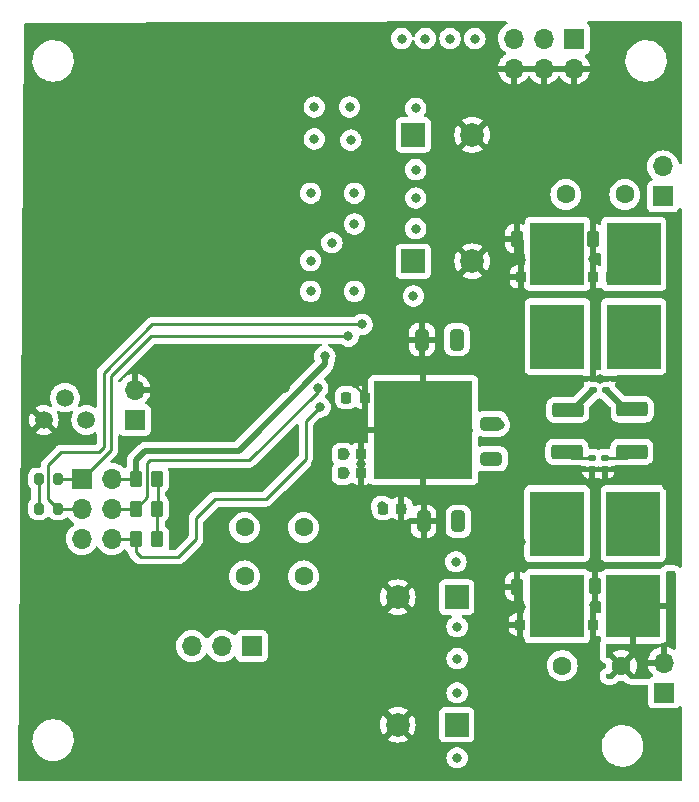
<source format=gbl>
G04 #@! TF.GenerationSoftware,KiCad,Pcbnew,(6.0.1)*
G04 #@! TF.CreationDate,2022-06-09T13:55:52-07:00*
G04 #@! TF.ProjectId,AudioAmpRev1_2,41756469-6f41-46d7-9052-6576315f322e,1.2*
G04 #@! TF.SameCoordinates,Original*
G04 #@! TF.FileFunction,Copper,L4,Bot*
G04 #@! TF.FilePolarity,Positive*
%FSLAX46Y46*%
G04 Gerber Fmt 4.6, Leading zero omitted, Abs format (unit mm)*
G04 Created by KiCad (PCBNEW (6.0.1)) date 2022-06-09 13:55:52*
%MOMM*%
%LPD*%
G01*
G04 APERTURE LIST*
G04 Aperture macros list*
%AMRoundRect*
0 Rectangle with rounded corners*
0 $1 Rounding radius*
0 $2 $3 $4 $5 $6 $7 $8 $9 X,Y pos of 4 corners*
0 Add a 4 corners polygon primitive as box body*
4,1,4,$2,$3,$4,$5,$6,$7,$8,$9,$2,$3,0*
0 Add four circle primitives for the rounded corners*
1,1,$1+$1,$2,$3*
1,1,$1+$1,$4,$5*
1,1,$1+$1,$6,$7*
1,1,$1+$1,$8,$9*
0 Add four rect primitives between the rounded corners*
20,1,$1+$1,$2,$3,$4,$5,0*
20,1,$1+$1,$4,$5,$6,$7,0*
20,1,$1+$1,$6,$7,$8,$9,0*
20,1,$1+$1,$8,$9,$2,$3,0*%
G04 Aperture macros list end*
G04 #@! TA.AperFunction,ComponentPad*
%ADD10R,4.550000X5.500000*%
G04 #@! TD*
G04 #@! TA.AperFunction,ComponentPad*
%ADD11R,4.550000X5.300000*%
G04 #@! TD*
G04 #@! TA.AperFunction,ComponentPad*
%ADD12C,1.600000*%
G04 #@! TD*
G04 #@! TA.AperFunction,ComponentPad*
%ADD13R,2.000000X2.000000*%
G04 #@! TD*
G04 #@! TA.AperFunction,ComponentPad*
%ADD14C,2.000000*%
G04 #@! TD*
G04 #@! TA.AperFunction,ComponentPad*
%ADD15R,1.700000X1.700000*%
G04 #@! TD*
G04 #@! TA.AperFunction,ComponentPad*
%ADD16O,1.700000X1.700000*%
G04 #@! TD*
G04 #@! TA.AperFunction,HeatsinkPad*
%ADD17C,0.508000*%
G04 #@! TD*
G04 #@! TA.AperFunction,ComponentPad*
%ADD18C,0.508000*%
G04 #@! TD*
G04 #@! TA.AperFunction,SMDPad,CuDef*
%ADD19R,8.312000X8.312000*%
G04 #@! TD*
G04 #@! TA.AperFunction,ComponentPad*
%ADD20C,1.498600*%
G04 #@! TD*
G04 #@! TA.AperFunction,SMDPad,CuDef*
%ADD21RoundRect,0.250000X0.250000X0.475000X-0.250000X0.475000X-0.250000X-0.475000X0.250000X-0.475000X0*%
G04 #@! TD*
G04 #@! TA.AperFunction,SMDPad,CuDef*
%ADD22RoundRect,0.225000X0.225000X0.250000X-0.225000X0.250000X-0.225000X-0.250000X0.225000X-0.250000X0*%
G04 #@! TD*
G04 #@! TA.AperFunction,SMDPad,CuDef*
%ADD23RoundRect,0.250000X-0.250000X-0.475000X0.250000X-0.475000X0.250000X0.475000X-0.250000X0.475000X0*%
G04 #@! TD*
G04 #@! TA.AperFunction,SMDPad,CuDef*
%ADD24RoundRect,0.250000X1.075000X-0.362500X1.075000X0.362500X-1.075000X0.362500X-1.075000X-0.362500X0*%
G04 #@! TD*
G04 #@! TA.AperFunction,SMDPad,CuDef*
%ADD25RoundRect,0.250000X0.325000X0.650000X-0.325000X0.650000X-0.325000X-0.650000X0.325000X-0.650000X0*%
G04 #@! TD*
G04 #@! TA.AperFunction,SMDPad,CuDef*
%ADD26RoundRect,0.200000X0.200000X0.275000X-0.200000X0.275000X-0.200000X-0.275000X0.200000X-0.275000X0*%
G04 #@! TD*
G04 #@! TA.AperFunction,SMDPad,CuDef*
%ADD27RoundRect,0.140000X0.170000X-0.140000X0.170000X0.140000X-0.170000X0.140000X-0.170000X-0.140000X0*%
G04 #@! TD*
G04 #@! TA.AperFunction,SMDPad,CuDef*
%ADD28RoundRect,0.250000X-0.262500X-0.450000X0.262500X-0.450000X0.262500X0.450000X-0.262500X0.450000X0*%
G04 #@! TD*
G04 #@! TA.AperFunction,SMDPad,CuDef*
%ADD29RoundRect,0.250000X0.650000X-0.325000X0.650000X0.325000X-0.650000X0.325000X-0.650000X-0.325000X0*%
G04 #@! TD*
G04 #@! TA.AperFunction,SMDPad,CuDef*
%ADD30RoundRect,0.225000X-0.225000X-0.250000X0.225000X-0.250000X0.225000X0.250000X-0.225000X0.250000X0*%
G04 #@! TD*
G04 #@! TA.AperFunction,SMDPad,CuDef*
%ADD31RoundRect,0.140000X-0.170000X0.140000X-0.170000X-0.140000X0.170000X-0.140000X0.170000X0.140000X0*%
G04 #@! TD*
G04 #@! TA.AperFunction,SMDPad,CuDef*
%ADD32RoundRect,0.250000X-1.075000X0.362500X-1.075000X-0.362500X1.075000X-0.362500X1.075000X0.362500X0*%
G04 #@! TD*
G04 #@! TA.AperFunction,ViaPad*
%ADD33C,0.800000*%
G04 #@! TD*
G04 #@! TA.AperFunction,Conductor*
%ADD34C,0.250000*%
G04 #@! TD*
G04 #@! TA.AperFunction,Conductor*
%ADD35C,0.500000*%
G04 #@! TD*
G04 APERTURE END LIST*
D10*
X149125000Y-110170000D03*
D11*
X149125000Y-117170000D03*
X142675000Y-117170000D03*
D10*
X142675000Y-110170000D03*
X142695000Y-94340000D03*
D11*
X142695000Y-87340000D03*
X149145000Y-87340000D03*
D10*
X149145000Y-94340000D03*
D12*
X143400000Y-82300000D03*
X148400000Y-82300000D03*
X116200000Y-114600000D03*
X121200000Y-114600000D03*
D13*
X134167677Y-127200000D03*
D14*
X129167677Y-127200000D03*
D15*
X151630000Y-82475000D03*
D16*
X151630000Y-79935000D03*
D13*
X130489223Y-87957000D03*
D14*
X135489223Y-87957000D03*
D15*
X144100000Y-69100000D03*
D16*
X144100000Y-71640000D03*
X141560000Y-69100000D03*
X141560000Y-71640000D03*
X139020000Y-69100000D03*
X139020000Y-71640000D03*
D15*
X151700000Y-124475000D03*
D16*
X151700000Y-121935000D03*
D17*
X133305500Y-105008400D03*
X134880300Y-105008400D03*
X134880300Y-98709200D03*
X132518100Y-105795800D03*
X134092900Y-102646200D03*
X130943300Y-101071400D03*
X130155900Y-98709200D03*
X132518100Y-102646200D03*
X128581100Y-100284000D03*
X127793700Y-102646200D03*
X134880300Y-101858800D03*
X130155900Y-103433600D03*
X127793700Y-99496600D03*
X130943300Y-104221000D03*
X131730700Y-101858800D03*
X134092900Y-99496600D03*
X134092900Y-104221000D03*
X129368500Y-99496600D03*
X129368500Y-101071400D03*
X130155900Y-101858800D03*
X130943300Y-99496600D03*
X132518100Y-99496600D03*
X133305500Y-98709200D03*
X130943300Y-102646200D03*
X131730700Y-100284000D03*
X130155900Y-100284000D03*
X133305500Y-103433600D03*
X128581100Y-105008400D03*
X133305500Y-100284000D03*
X129368500Y-104221000D03*
X131730700Y-105008400D03*
X134092900Y-101071400D03*
X132518100Y-101071400D03*
X131730700Y-98709200D03*
D18*
X128581100Y-101858800D03*
D17*
X129368500Y-105795800D03*
X130943300Y-105795800D03*
X130155900Y-105008400D03*
X134880300Y-100284000D03*
D19*
X131331000Y-102246500D03*
D17*
X132518100Y-104221000D03*
X127793700Y-101071400D03*
X128581100Y-103433600D03*
X127793700Y-104221000D03*
X131730700Y-103433600D03*
X134092900Y-105795800D03*
X134880300Y-103433600D03*
X128581100Y-98709200D03*
X127793700Y-105795800D03*
X129368500Y-102646200D03*
X133305500Y-101858800D03*
D15*
X116825000Y-120525000D03*
D16*
X114285000Y-120525000D03*
X111745000Y-120525000D03*
D15*
X106900000Y-101400000D03*
D16*
X106900000Y-98860000D03*
D12*
X148100000Y-122200000D03*
X143100000Y-122200000D03*
D13*
X134167677Y-116400000D03*
D14*
X129167677Y-116400000D03*
D20*
X102800000Y-101400000D03*
X101000000Y-99500000D03*
X99200000Y-101400000D03*
D13*
X130489223Y-77257000D03*
D14*
X135489223Y-77257000D03*
D12*
X116200000Y-110500000D03*
X121200000Y-110500000D03*
D15*
X102425000Y-106375000D03*
D16*
X104965000Y-106375000D03*
X102425000Y-108915000D03*
X104965000Y-108915000D03*
X102425000Y-111455000D03*
X104965000Y-111455000D03*
D21*
X141150000Y-115500000D03*
X139250000Y-115500000D03*
D22*
X141075000Y-118720000D03*
X139525000Y-118720000D03*
D23*
X145850000Y-115480000D03*
X147750000Y-115480000D03*
D24*
X149000000Y-108712500D03*
X149000000Y-104087500D03*
D25*
X134175000Y-94600000D03*
X131225000Y-94600000D03*
D26*
X100425000Y-108900000D03*
X98775000Y-108900000D03*
D27*
X146700000Y-105580000D03*
X146700000Y-104620000D03*
D28*
X106987500Y-106400000D03*
X108812500Y-106400000D03*
D22*
X129475000Y-108900000D03*
X127925000Y-108900000D03*
D29*
X137100000Y-104675000D03*
X137100000Y-101725000D03*
D24*
X149020000Y-100502500D03*
X149020000Y-95877500D03*
D30*
X139600000Y-89280000D03*
X141150000Y-89280000D03*
D28*
X107000000Y-111500000D03*
X108825000Y-111500000D03*
D25*
X134305000Y-109982752D03*
X131355000Y-109982752D03*
D22*
X147250000Y-89280000D03*
X145700000Y-89280000D03*
D21*
X147600000Y-86050000D03*
X145700000Y-86050000D03*
D28*
X106987500Y-108900000D03*
X108812500Y-108900000D03*
D30*
X145725000Y-118720000D03*
X147275000Y-118720000D03*
D27*
X146820000Y-98870000D03*
X146820000Y-97910000D03*
D30*
X124525000Y-105900000D03*
X126075000Y-105900000D03*
X124825000Y-99500000D03*
X126375000Y-99500000D03*
D31*
X145600000Y-104620000D03*
X145600000Y-105580000D03*
D23*
X139250000Y-86050000D03*
X141150000Y-86050000D03*
D32*
X143580000Y-95917500D03*
X143580000Y-100542500D03*
D26*
X100425000Y-106400000D03*
X98775000Y-106400000D03*
D32*
X143500000Y-104087500D03*
X143500000Y-108712500D03*
D30*
X124525000Y-104300000D03*
X126075000Y-104300000D03*
D31*
X145720000Y-97910000D03*
X145720000Y-98870000D03*
D33*
X137725563Y-100248307D03*
X152000000Y-107000000D03*
X145800000Y-117100000D03*
X139600000Y-121100000D03*
X105000000Y-116000000D03*
X136100000Y-96400000D03*
X139500000Y-129950000D03*
X137810000Y-97850000D03*
X137872876Y-106700000D03*
X104000000Y-69000000D03*
X139600000Y-111700000D03*
X131200000Y-94500000D03*
X132000000Y-108000000D03*
X125100000Y-110200000D03*
X146106227Y-102215719D03*
X139600000Y-123950000D03*
X133600000Y-71100000D03*
X115000000Y-73000000D03*
X136550000Y-94530000D03*
X123600000Y-101800000D03*
X102000000Y-120000000D03*
X131500000Y-71100000D03*
X114991005Y-76994966D03*
X107997294Y-119975673D03*
X145000000Y-76000000D03*
X130000000Y-96400000D03*
X139600000Y-117200000D03*
X126100000Y-105100000D03*
X140000000Y-83000000D03*
X109000000Y-85000000D03*
X114991005Y-84995900D03*
X152000000Y-102350000D03*
X145700000Y-87800000D03*
X132963557Y-96400000D03*
X104000000Y-77000000D03*
X129300000Y-94500000D03*
X151000000Y-130000000D03*
X109000000Y-73000000D03*
X112000000Y-128000000D03*
X99000000Y-89000000D03*
X143000000Y-125000000D03*
X109000000Y-81000000D03*
X99000000Y-116000000D03*
X109000000Y-89000000D03*
X104996355Y-123985776D03*
X109000000Y-69000000D03*
X139590000Y-87872500D03*
X123700000Y-122150000D03*
X139100000Y-103800000D03*
X140000000Y-76000000D03*
X135700000Y-71100000D03*
X120088917Y-103452499D03*
X151000000Y-76000000D03*
X127100000Y-96400000D03*
X125000000Y-107500000D03*
X140000000Y-80000000D03*
X122244742Y-105050965D03*
X145600000Y-106600000D03*
X109000000Y-77000000D03*
X146280000Y-97930000D03*
X136570000Y-109982752D03*
X129500000Y-108900000D03*
X119600000Y-98700000D03*
X123700000Y-127400000D03*
X139500000Y-127000000D03*
X129400000Y-71100000D03*
X131300000Y-109982752D03*
X123300000Y-108500000D03*
X99000000Y-124000000D03*
X115000000Y-81000000D03*
X135000000Y-108000000D03*
X115000000Y-69000000D03*
X104000000Y-89000000D03*
X125000000Y-97900000D03*
X117000000Y-128000000D03*
X143500000Y-108700000D03*
X149000000Y-108900000D03*
X149020000Y-95580000D03*
X143800000Y-95500000D03*
X122600000Y-100300000D03*
X98800000Y-106400000D03*
X108800000Y-106300000D03*
X123000000Y-96000000D03*
X122400000Y-98700000D03*
X126149055Y-93300000D03*
X125000000Y-94300000D03*
X122100000Y-74900000D03*
X122100000Y-77600000D03*
X131500000Y-69100000D03*
X129500000Y-69100000D03*
X125100000Y-74900000D03*
X135700000Y-69100000D03*
X125200000Y-77700000D03*
X133600000Y-69100000D03*
X137200000Y-104700000D03*
X123600000Y-86400000D03*
X130700000Y-85200000D03*
X125500000Y-90500000D03*
X130700000Y-82600000D03*
X134200000Y-121600000D03*
X134200000Y-94500000D03*
X121800000Y-90500000D03*
X121800000Y-87900000D03*
X125500000Y-84800000D03*
X125500000Y-82200000D03*
X134200000Y-124500000D03*
X134400000Y-110000000D03*
X134100000Y-113400000D03*
X130500000Y-90900000D03*
X134200000Y-118900000D03*
X130700000Y-80200000D03*
X130700000Y-75000000D03*
X121800000Y-82200000D03*
X134200000Y-130000000D03*
X141500000Y-86100000D03*
X141400000Y-89000000D03*
X147600000Y-89100000D03*
X147807043Y-86040544D03*
X148000000Y-115600000D03*
X147900000Y-118500000D03*
X141500000Y-118600000D03*
X141600000Y-115500000D03*
X124800000Y-99500000D03*
X124700000Y-104300000D03*
X124700000Y-105870000D03*
X127800000Y-108700000D03*
X137800000Y-101800000D03*
D34*
X126375000Y-99275000D02*
X125000000Y-97900000D01*
X139560000Y-115500000D02*
X139595000Y-115535000D01*
X126375000Y-99500000D02*
X126375000Y-99275000D01*
X145600000Y-105580000D02*
X145600000Y-106600000D01*
X145785000Y-118720000D02*
X145785000Y-115525000D01*
D35*
X139600000Y-86212500D02*
X139600000Y-89387500D01*
X145690000Y-86030000D02*
X145690000Y-89205000D01*
D34*
X126075000Y-104300000D02*
X126075000Y-105900000D01*
X139250000Y-115500000D02*
X139560000Y-115500000D01*
X145600000Y-105580000D02*
X146700000Y-105580000D01*
D35*
X139437500Y-86050000D02*
X139600000Y-86212500D01*
D34*
X139595000Y-118720000D02*
X139595000Y-115535000D01*
X139250000Y-86050000D02*
X139437500Y-86050000D01*
D35*
X146820000Y-97910000D02*
X145720000Y-97910000D01*
D34*
X145600000Y-104620000D02*
X143932500Y-104620000D01*
X143500000Y-104087500D02*
X143500000Y-104187500D01*
X143500000Y-104187500D02*
X143932500Y-104620000D01*
X146700000Y-104620000D02*
X148467500Y-104620000D01*
X148467500Y-104620000D02*
X149000000Y-104087500D01*
X149020000Y-100502500D02*
X148452500Y-100502500D01*
D35*
X148452500Y-100502500D02*
X146820000Y-98870000D01*
X144047500Y-100542500D02*
X145720000Y-98870000D01*
D34*
X143580000Y-100542500D02*
X144047500Y-100542500D01*
X107000000Y-111500000D02*
X107000000Y-112600000D01*
X107000000Y-112600000D02*
X107400000Y-113000000D01*
X112100000Y-111500000D02*
X112100000Y-109700000D01*
X106955000Y-111455000D02*
X107000000Y-111500000D01*
X121400000Y-101500000D02*
X122600000Y-100300000D01*
X107400000Y-113000000D02*
X110600000Y-113000000D01*
X121400000Y-104700000D02*
X121400000Y-101500000D01*
X112100000Y-109700000D02*
X113700000Y-108100000D01*
X110600000Y-113000000D02*
X112100000Y-111500000D01*
X113700000Y-108100000D02*
X118000000Y-108100000D01*
X104965000Y-111455000D02*
X106955000Y-111455000D01*
X118000000Y-108100000D02*
X121400000Y-104700000D01*
X108812500Y-108900000D02*
X108812500Y-111487500D01*
X108875000Y-106000000D02*
X108875000Y-108500000D01*
X98775000Y-106400000D02*
X98775000Y-108900000D01*
X108812500Y-111487500D02*
X108825000Y-111500000D01*
X106962500Y-106375000D02*
X106987500Y-106400000D01*
D35*
X123000000Y-96700000D02*
X123000000Y-96000000D01*
X106987500Y-106400000D02*
X106987500Y-104812500D01*
D34*
X104965000Y-106375000D02*
X106962500Y-106375000D01*
D35*
X107800000Y-104000000D02*
X115700000Y-104000000D01*
X106987500Y-104812500D02*
X107800000Y-104000000D01*
X115700000Y-104000000D02*
X123000000Y-96700000D01*
D34*
X106987500Y-108900000D02*
X107975480Y-107912020D01*
X106972500Y-108915000D02*
X106987500Y-108900000D01*
X122400000Y-99000000D02*
X122400000Y-98700000D01*
X108200000Y-104800000D02*
X116600000Y-104800000D01*
X107975480Y-107912020D02*
X107975480Y-105024520D01*
X107975480Y-105024520D02*
X108200000Y-104800000D01*
X116600000Y-104800000D02*
X122400000Y-99000000D01*
X104965000Y-108915000D02*
X106972500Y-108915000D01*
X104300000Y-97400000D02*
X104300000Y-103700000D01*
X108400000Y-93300000D02*
X104300000Y-97400000D01*
X103900000Y-104100000D02*
X100700000Y-104100000D01*
X126149055Y-93300000D02*
X108400000Y-93300000D01*
X99600000Y-108075000D02*
X100425000Y-108900000D01*
X100700000Y-104100000D02*
X99600000Y-105200000D01*
X100425000Y-108900000D02*
X102410000Y-108900000D01*
X102410000Y-108900000D02*
X102425000Y-108915000D01*
X99600000Y-105200000D02*
X99600000Y-108075000D01*
X104300000Y-103700000D02*
X103900000Y-104100000D01*
X104900000Y-97700000D02*
X104900000Y-103900000D01*
X102400000Y-106400000D02*
X102425000Y-106375000D01*
X104900000Y-103900000D02*
X102425000Y-106375000D01*
X108300000Y-94300000D02*
X104900000Y-97700000D01*
X125000000Y-94300000D02*
X108300000Y-94300000D01*
X100425000Y-106400000D02*
X102400000Y-106400000D01*
X137100000Y-101725000D02*
X137725000Y-101725000D01*
X137725000Y-101725000D02*
X137800000Y-101800000D01*
G04 #@! TA.AperFunction,Conductor*
G36*
X153141707Y-67621009D02*
G01*
X153188409Y-67674483D01*
X153200000Y-67727271D01*
X153200000Y-79619322D01*
X153179998Y-79687443D01*
X153126342Y-79733936D01*
X153056068Y-79744040D01*
X152991488Y-79714546D01*
X152952293Y-79651933D01*
X152905326Y-79476647D01*
X152905325Y-79476645D01*
X152903903Y-79471337D01*
X152879838Y-79419730D01*
X152806358Y-79262152D01*
X152806356Y-79262149D01*
X152804035Y-79257171D01*
X152668495Y-79063599D01*
X152501401Y-78896505D01*
X152496893Y-78893348D01*
X152496890Y-78893346D01*
X152312339Y-78764122D01*
X152312336Y-78764120D01*
X152307830Y-78760965D01*
X152302848Y-78758642D01*
X152302843Y-78758639D01*
X152098645Y-78663420D01*
X152098644Y-78663419D01*
X152093663Y-78661097D01*
X152088355Y-78659675D01*
X152088353Y-78659674D01*
X151870723Y-78601361D01*
X151870722Y-78601361D01*
X151865408Y-78599937D01*
X151630000Y-78579341D01*
X151394592Y-78599937D01*
X151389278Y-78601361D01*
X151389277Y-78601361D01*
X151171647Y-78659674D01*
X151171645Y-78659675D01*
X151166337Y-78661097D01*
X151161357Y-78663419D01*
X151161355Y-78663420D01*
X150957152Y-78758642D01*
X150957149Y-78758644D01*
X150952171Y-78760965D01*
X150758599Y-78896505D01*
X150591505Y-79063599D01*
X150455965Y-79257171D01*
X150453644Y-79262149D01*
X150453642Y-79262152D01*
X150380162Y-79419730D01*
X150356097Y-79471337D01*
X150354675Y-79476645D01*
X150354674Y-79476647D01*
X150316445Y-79619322D01*
X150294937Y-79699592D01*
X150274341Y-79935000D01*
X150294937Y-80170408D01*
X150296361Y-80175722D01*
X150296361Y-80175723D01*
X150297522Y-80180054D01*
X150356097Y-80398663D01*
X150455965Y-80612829D01*
X150591505Y-80806401D01*
X150711115Y-80926011D01*
X150745141Y-80988323D01*
X150740076Y-81059138D01*
X150697529Y-81115974D01*
X150666248Y-81133088D01*
X150569299Y-81169432D01*
X150537176Y-81181474D01*
X150529997Y-81186854D01*
X150529994Y-81186856D01*
X150429635Y-81262072D01*
X150422454Y-81267454D01*
X150417072Y-81274635D01*
X150341856Y-81374994D01*
X150341854Y-81374997D01*
X150336474Y-81382176D01*
X150286149Y-81516420D01*
X150279500Y-81577623D01*
X150279501Y-83372376D01*
X150279870Y-83375770D01*
X150279870Y-83375776D01*
X150281072Y-83386837D01*
X150286149Y-83433580D01*
X150336474Y-83567824D01*
X150341854Y-83575003D01*
X150341856Y-83575006D01*
X150417072Y-83675365D01*
X150422454Y-83682546D01*
X150429635Y-83687928D01*
X150529994Y-83763144D01*
X150529997Y-83763146D01*
X150537176Y-83768526D01*
X150626561Y-83802034D01*
X150664025Y-83816079D01*
X150664027Y-83816079D01*
X150671420Y-83818851D01*
X150679270Y-83819704D01*
X150679271Y-83819704D01*
X150729217Y-83825130D01*
X150732623Y-83825500D01*
X151629868Y-83825500D01*
X152527376Y-83825499D01*
X152530770Y-83825130D01*
X152530776Y-83825130D01*
X152580722Y-83819705D01*
X152580726Y-83819704D01*
X152588580Y-83818851D01*
X152722824Y-83768526D01*
X152730003Y-83763146D01*
X152730006Y-83763144D01*
X152830365Y-83687928D01*
X152837546Y-83682546D01*
X152842928Y-83675365D01*
X152918144Y-83575006D01*
X152918146Y-83575003D01*
X152923526Y-83567824D01*
X152956018Y-83481150D01*
X152998659Y-83424385D01*
X153065220Y-83399685D01*
X153134569Y-83414892D01*
X153184688Y-83465178D01*
X153200000Y-83525379D01*
X153200000Y-113772665D01*
X153179998Y-113840786D01*
X153126342Y-113887279D01*
X153056068Y-113897383D01*
X152991505Y-113867904D01*
X152919158Y-113805238D01*
X152912342Y-113799334D01*
X152856856Y-113774007D01*
X152786975Y-113742110D01*
X152782876Y-113740239D01*
X152778555Y-113738971D01*
X152778552Y-113738970D01*
X152719075Y-113721518D01*
X152719069Y-113721517D01*
X152714752Y-113720250D01*
X152596205Y-113703228D01*
X152578342Y-113700663D01*
X152578340Y-113700663D01*
X152573884Y-113700023D01*
X152471902Y-113700042D01*
X152004335Y-113700128D01*
X151977422Y-113701586D01*
X151952201Y-113702952D01*
X151952187Y-113702953D01*
X151950510Y-113703044D01*
X151948818Y-113703227D01*
X151948812Y-113703228D01*
X151925245Y-113705784D01*
X151925231Y-113705786D01*
X151923543Y-113705969D01*
X151870361Y-113714658D01*
X151737102Y-113764615D01*
X151674847Y-113798744D01*
X151598254Y-113856281D01*
X151582783Y-113867904D01*
X151561055Y-113884226D01*
X151529524Y-113926495D01*
X151497937Y-113968839D01*
X151441174Y-114011481D01*
X151396942Y-114019500D01*
X147097422Y-114019501D01*
X146802624Y-114019501D01*
X146799230Y-114019870D01*
X146799224Y-114019870D01*
X146749278Y-114025295D01*
X146749274Y-114025296D01*
X146741420Y-114026149D01*
X146607176Y-114076474D01*
X146599997Y-114081854D01*
X146599994Y-114081856D01*
X146511043Y-114148522D01*
X146492454Y-114162454D01*
X146479102Y-114180270D01*
X146442360Y-114229294D01*
X146385500Y-114271809D01*
X146314681Y-114276833D01*
X146301867Y-114273321D01*
X146261285Y-114259861D01*
X146247920Y-114256995D01*
X146153562Y-114247328D01*
X146147145Y-114247000D01*
X146122115Y-114247000D01*
X146106876Y-114251475D01*
X146105671Y-114252865D01*
X146104000Y-114260548D01*
X146104000Y-116694884D01*
X146108475Y-116710123D01*
X146109865Y-116711328D01*
X146117548Y-116712999D01*
X146147095Y-116712999D01*
X146153616Y-116712661D01*
X146210499Y-116706760D01*
X146280320Y-116719625D01*
X146332101Y-116768197D01*
X146349501Y-116832087D01*
X146349501Y-117655671D01*
X146329499Y-117723792D01*
X146275843Y-117770285D01*
X146205569Y-117780389D01*
X146183833Y-117775264D01*
X146106186Y-117749509D01*
X146092810Y-117746642D01*
X146001903Y-117737328D01*
X145996874Y-117737071D01*
X145981876Y-117741475D01*
X145980671Y-117742865D01*
X145979000Y-117750548D01*
X145979000Y-119684885D01*
X145983475Y-119700124D01*
X145984865Y-119701329D01*
X145992548Y-119703000D01*
X145995438Y-119703000D01*
X146001953Y-119702663D01*
X146094057Y-119693106D01*
X146107459Y-119690211D01*
X146183626Y-119664801D01*
X146254576Y-119662217D01*
X146315659Y-119698401D01*
X146347483Y-119761866D01*
X146349501Y-119784325D01*
X146349501Y-119867376D01*
X146349870Y-119870770D01*
X146349870Y-119870776D01*
X146350909Y-119880336D01*
X146356149Y-119928580D01*
X146382376Y-119998541D01*
X146383163Y-120000641D01*
X146388346Y-120071448D01*
X146371920Y-120111823D01*
X146370245Y-120114494D01*
X146364420Y-120121367D01*
X146306726Y-120251463D01*
X146305507Y-120255791D01*
X146289150Y-120313851D01*
X146287474Y-120319799D01*
X146268770Y-120460878D01*
X146268819Y-120465372D01*
X146268819Y-120465378D01*
X146273093Y-120854276D01*
X146273093Y-120854277D01*
X146275997Y-121118482D01*
X146279151Y-121405466D01*
X146279235Y-121413133D01*
X146279363Y-121414971D01*
X146279364Y-121414987D01*
X146280118Y-121425774D01*
X146283325Y-121471696D01*
X146287109Y-121500989D01*
X146298034Y-121558664D01*
X146300439Y-121564537D01*
X146300440Y-121564539D01*
X146322265Y-121617824D01*
X146351974Y-121690360D01*
X146354253Y-121694236D01*
X146354254Y-121694238D01*
X146376779Y-121732546D01*
X146387959Y-121751561D01*
X146390772Y-121755080D01*
X146425802Y-121798903D01*
X146476822Y-121862731D01*
X146537648Y-121905321D01*
X146589719Y-121941781D01*
X146589723Y-121941783D01*
X146593400Y-121944358D01*
X146597405Y-121946383D01*
X146597409Y-121946385D01*
X146624314Y-121959986D01*
X146656761Y-121976388D01*
X146661010Y-121977821D01*
X146661015Y-121977823D01*
X146696049Y-121989637D01*
X146715693Y-121996261D01*
X146773849Y-122036982D01*
X146800759Y-122102681D01*
X146800950Y-122126636D01*
X146797121Y-122170408D01*
X146794532Y-122200000D01*
X146795011Y-122205475D01*
X146795011Y-122205486D01*
X146802846Y-122295036D01*
X146788858Y-122364641D01*
X146739459Y-122415633D01*
X146714151Y-122426517D01*
X146656536Y-122444124D01*
X146649012Y-122449077D01*
X146649010Y-122449078D01*
X146598778Y-122482146D01*
X146537666Y-122522376D01*
X146484525Y-122569455D01*
X146481620Y-122572883D01*
X146423738Y-122641186D01*
X146392512Y-122678033D01*
X146334820Y-122808130D01*
X146315569Y-122876465D01*
X146296866Y-123017537D01*
X146296915Y-123022031D01*
X146296915Y-123022037D01*
X146297103Y-123039139D01*
X146297967Y-123117770D01*
X146298672Y-123181954D01*
X146310669Y-123285468D01*
X146322057Y-123336447D01*
X146355253Y-123435234D01*
X146359466Y-123441786D01*
X146359467Y-123441789D01*
X146391331Y-123491349D01*
X146432217Y-123554942D01*
X146435163Y-123558340D01*
X146435164Y-123558342D01*
X146470841Y-123599500D01*
X146478720Y-123608589D01*
X146586291Y-123701765D01*
X146715756Y-123760861D01*
X146720068Y-123762126D01*
X146720070Y-123762127D01*
X146774527Y-123778106D01*
X146783879Y-123780850D01*
X146788333Y-123781489D01*
X146788335Y-123781490D01*
X146920291Y-123800437D01*
X146920292Y-123800437D01*
X146924749Y-123801077D01*
X147237074Y-123801019D01*
X147237079Y-123801019D01*
X147287991Y-123801009D01*
X147288017Y-123801009D01*
X147298725Y-123801007D01*
X147313375Y-123800613D01*
X147324535Y-123800313D01*
X147324542Y-123800313D01*
X147325424Y-123800289D01*
X147358483Y-123798515D01*
X147437980Y-123787805D01*
X147444573Y-123785346D01*
X147567107Y-123739641D01*
X147567109Y-123739640D01*
X147571321Y-123738069D01*
X147592781Y-123726351D01*
X147629685Y-123706199D01*
X147629687Y-123706198D01*
X147633633Y-123704043D01*
X147646879Y-123694127D01*
X147743954Y-123621457D01*
X147743959Y-123621453D01*
X147747556Y-123618760D01*
X147838541Y-123527775D01*
X147900853Y-123493749D01*
X147938618Y-123491349D01*
X148094525Y-123504989D01*
X148100000Y-123505468D01*
X148105475Y-123504989D01*
X148261382Y-123491349D01*
X148330987Y-123505338D01*
X148361459Y-123527775D01*
X148453752Y-123620068D01*
X148456863Y-123622484D01*
X148456867Y-123622488D01*
X148477940Y-123638856D01*
X148552216Y-123696549D01*
X148605842Y-123728359D01*
X148720183Y-123778106D01*
X148728543Y-123779306D01*
X148728547Y-123779307D01*
X148810367Y-123791050D01*
X148861054Y-123798325D01*
X148865547Y-123798324D01*
X148865549Y-123798324D01*
X148870301Y-123798323D01*
X148880092Y-123798320D01*
X148898036Y-123799600D01*
X148905745Y-123800707D01*
X150159248Y-123800474D01*
X150159249Y-123800474D01*
X150223476Y-123800462D01*
X150291601Y-123820451D01*
X150338104Y-123874098D01*
X150349500Y-123926462D01*
X150349501Y-125372376D01*
X150349870Y-125375770D01*
X150349870Y-125375776D01*
X150352556Y-125400500D01*
X150356149Y-125433580D01*
X150406474Y-125567824D01*
X150411854Y-125575003D01*
X150411856Y-125575006D01*
X150463437Y-125643829D01*
X150492454Y-125682546D01*
X150499635Y-125687928D01*
X150599994Y-125763144D01*
X150599997Y-125763146D01*
X150607176Y-125768526D01*
X150696561Y-125802034D01*
X150734025Y-125816079D01*
X150734027Y-125816079D01*
X150741420Y-125818851D01*
X150749270Y-125819704D01*
X150749271Y-125819704D01*
X150799217Y-125825130D01*
X150802623Y-125825500D01*
X151699868Y-125825500D01*
X152597376Y-125825499D01*
X152600770Y-125825130D01*
X152600776Y-125825130D01*
X152650722Y-125819705D01*
X152650726Y-125819704D01*
X152658580Y-125818851D01*
X152792824Y-125768526D01*
X152800003Y-125763146D01*
X152800006Y-125763144D01*
X152900365Y-125687928D01*
X152907546Y-125682546D01*
X152973175Y-125594978D01*
X153030033Y-125552464D01*
X153100852Y-125547438D01*
X153163145Y-125581498D01*
X153197135Y-125643829D01*
X153200000Y-125670544D01*
X153200000Y-131874000D01*
X153179998Y-131942121D01*
X153126342Y-131988614D01*
X153074000Y-132000000D01*
X97160123Y-132000000D01*
X97092002Y-131979998D01*
X97045509Y-131926342D01*
X97034127Y-131873036D01*
X97059119Y-128607165D01*
X98247866Y-128607165D01*
X98282952Y-128864970D01*
X98355758Y-129114757D01*
X98464686Y-129351039D01*
X98467246Y-129354944D01*
X98467249Y-129354949D01*
X98604775Y-129564712D01*
X98604779Y-129564717D01*
X98607341Y-129568625D01*
X98780591Y-129762735D01*
X98980629Y-129929105D01*
X99203061Y-130064080D01*
X99207375Y-130065889D01*
X99207377Y-130065890D01*
X99438686Y-130162886D01*
X99438691Y-130162888D01*
X99443001Y-130164695D01*
X99447533Y-130165846D01*
X99447536Y-130165847D01*
X99509931Y-130181693D01*
X99695177Y-130228739D01*
X99911286Y-130250500D01*
X100066044Y-130250500D01*
X100068369Y-130250327D01*
X100068375Y-130250327D01*
X100254814Y-130236472D01*
X100254818Y-130236471D01*
X100259466Y-130236126D01*
X100513232Y-130178705D01*
X100517586Y-130177012D01*
X100751370Y-130086098D01*
X100751372Y-130086097D01*
X100755723Y-130084405D01*
X100783333Y-130068625D01*
X100903401Y-130000000D01*
X133294540Y-130000000D01*
X133295230Y-130006565D01*
X133313431Y-130179736D01*
X133314326Y-130188256D01*
X133372821Y-130368284D01*
X133467467Y-130532216D01*
X133471885Y-130537123D01*
X133471886Y-130537124D01*
X133515983Y-130586098D01*
X133594129Y-130672888D01*
X133599468Y-130676767D01*
X133671002Y-130728739D01*
X133747270Y-130784151D01*
X133920197Y-130861144D01*
X134018212Y-130881978D01*
X134098897Y-130899128D01*
X134098901Y-130899128D01*
X134105354Y-130900500D01*
X134294646Y-130900500D01*
X134301099Y-130899128D01*
X134301103Y-130899128D01*
X134381788Y-130881978D01*
X134479803Y-130861144D01*
X134652730Y-130784151D01*
X134728999Y-130728739D01*
X134800532Y-130676767D01*
X134805871Y-130672888D01*
X134884018Y-130586098D01*
X134928114Y-130537124D01*
X134928115Y-130537123D01*
X134932533Y-130532216D01*
X135027179Y-130368284D01*
X135085674Y-130188256D01*
X135086570Y-130179736D01*
X135104770Y-130006565D01*
X135105460Y-130000000D01*
X135085674Y-129811744D01*
X135027179Y-129631716D01*
X135011590Y-129604714D01*
X134935836Y-129473505D01*
X134932533Y-129467784D01*
X134880317Y-129409792D01*
X134810286Y-129332015D01*
X134810284Y-129332014D01*
X134805871Y-129327112D01*
X134652730Y-129215849D01*
X134479803Y-129138856D01*
X134381788Y-129118022D01*
X134330709Y-129107165D01*
X146447866Y-129107165D01*
X146482952Y-129364970D01*
X146484260Y-129369456D01*
X146484260Y-129369458D01*
X146490521Y-129390937D01*
X146555758Y-129614757D01*
X146664686Y-129851039D01*
X146667246Y-129854944D01*
X146667249Y-129854949D01*
X146804775Y-130064712D01*
X146804779Y-130064717D01*
X146807341Y-130068625D01*
X146891472Y-130162886D01*
X146956842Y-130236126D01*
X146980591Y-130262735D01*
X147180629Y-130429105D01*
X147403061Y-130564080D01*
X147407375Y-130565889D01*
X147407377Y-130565890D01*
X147638686Y-130662886D01*
X147638691Y-130662888D01*
X147643001Y-130664695D01*
X147647533Y-130665846D01*
X147647536Y-130665847D01*
X147772815Y-130697663D01*
X147895177Y-130728739D01*
X148111286Y-130750500D01*
X148266044Y-130750500D01*
X148268369Y-130750327D01*
X148268375Y-130750327D01*
X148454814Y-130736472D01*
X148454818Y-130736471D01*
X148459466Y-130736126D01*
X148713232Y-130678705D01*
X148718216Y-130676767D01*
X148951370Y-130586098D01*
X148951372Y-130586097D01*
X148955723Y-130584405D01*
X148991285Y-130564080D01*
X149057045Y-130526495D01*
X149181612Y-130455299D01*
X149385936Y-130294223D01*
X149564208Y-130104714D01*
X149712511Y-129890937D01*
X149730258Y-129854949D01*
X149825521Y-129661775D01*
X149825522Y-129661772D01*
X149827586Y-129657587D01*
X149835868Y-129631716D01*
X149886511Y-129473505D01*
X149906906Y-129409792D01*
X149937859Y-129219730D01*
X149947977Y-129157606D01*
X149947977Y-129157605D01*
X149948728Y-129152994D01*
X149951912Y-128909792D01*
X149952073Y-128897512D01*
X149952073Y-128897509D01*
X149952134Y-128892835D01*
X149917048Y-128635030D01*
X149844242Y-128385243D01*
X149735314Y-128148961D01*
X149729217Y-128139661D01*
X149595225Y-127935288D01*
X149595221Y-127935283D01*
X149592659Y-127931375D01*
X149419409Y-127737265D01*
X149219371Y-127570895D01*
X148996939Y-127435920D01*
X148986873Y-127431699D01*
X148761314Y-127337114D01*
X148761309Y-127337112D01*
X148756999Y-127335305D01*
X148752467Y-127334154D01*
X148752464Y-127334153D01*
X148627185Y-127302337D01*
X148504823Y-127271261D01*
X148288714Y-127249500D01*
X148133956Y-127249500D01*
X148131631Y-127249673D01*
X148131625Y-127249673D01*
X147945186Y-127263528D01*
X147945182Y-127263529D01*
X147940534Y-127263874D01*
X147686768Y-127321295D01*
X147682416Y-127322987D01*
X147682414Y-127322988D01*
X147448630Y-127413902D01*
X147448628Y-127413903D01*
X147444277Y-127415595D01*
X147440223Y-127417912D01*
X147440221Y-127417913D01*
X147404467Y-127438348D01*
X147218388Y-127544701D01*
X147014064Y-127705777D01*
X146835792Y-127895286D01*
X146808042Y-127935288D01*
X146716087Y-128067840D01*
X146687489Y-128109063D01*
X146685423Y-128113253D01*
X146685421Y-128113256D01*
X146585449Y-128315981D01*
X146572414Y-128342413D01*
X146493094Y-128590208D01*
X146451272Y-128847006D01*
X146447866Y-129107165D01*
X134330709Y-129107165D01*
X134301103Y-129100872D01*
X134301099Y-129100872D01*
X134294646Y-129099500D01*
X134105354Y-129099500D01*
X134098901Y-129100872D01*
X134098897Y-129100872D01*
X134018212Y-129118022D01*
X133920197Y-129138856D01*
X133747270Y-129215849D01*
X133594129Y-129327112D01*
X133589716Y-129332014D01*
X133589714Y-129332015D01*
X133519683Y-129409792D01*
X133467467Y-129467784D01*
X133464164Y-129473505D01*
X133388411Y-129604714D01*
X133372821Y-129631716D01*
X133314326Y-129811744D01*
X133294540Y-130000000D01*
X100903401Y-130000000D01*
X100981612Y-129955299D01*
X101185936Y-129794223D01*
X101364208Y-129604714D01*
X101512511Y-129390937D01*
X101523103Y-129369458D01*
X101625521Y-129161775D01*
X101625522Y-129161772D01*
X101627586Y-129157587D01*
X101706906Y-128909792D01*
X101741051Y-128700131D01*
X101747977Y-128657606D01*
X101747977Y-128657605D01*
X101748728Y-128652994D01*
X101751590Y-128434420D01*
X101751613Y-128432670D01*
X128299837Y-128432670D01*
X128305564Y-128440320D01*
X128476719Y-128545205D01*
X128485514Y-128549687D01*
X128695665Y-128636734D01*
X128705050Y-128639783D01*
X128926231Y-128692885D01*
X128935978Y-128694428D01*
X129162747Y-128712275D01*
X129172607Y-128712275D01*
X129399376Y-128694428D01*
X129409123Y-128692885D01*
X129630304Y-128639783D01*
X129639689Y-128636734D01*
X129849840Y-128549687D01*
X129858635Y-128545205D01*
X130026122Y-128442568D01*
X130035584Y-128432110D01*
X130031801Y-128423334D01*
X129180489Y-127572022D01*
X129166545Y-127564408D01*
X129164712Y-127564539D01*
X129158097Y-127568790D01*
X128306597Y-128420290D01*
X128299837Y-128432670D01*
X101751613Y-128432670D01*
X101752073Y-128397512D01*
X101752073Y-128397509D01*
X101752134Y-128392835D01*
X101717048Y-128135030D01*
X101710702Y-128113256D01*
X101694726Y-128058445D01*
X101644242Y-127885243D01*
X101535314Y-127648961D01*
X101506637Y-127605221D01*
X101395225Y-127435288D01*
X101395221Y-127435283D01*
X101392659Y-127431375D01*
X101244079Y-127264905D01*
X101222526Y-127240757D01*
X101222524Y-127240755D01*
X101219409Y-127237265D01*
X101180530Y-127204930D01*
X127655402Y-127204930D01*
X127673249Y-127431699D01*
X127674792Y-127441446D01*
X127727894Y-127662627D01*
X127730943Y-127672012D01*
X127817990Y-127882163D01*
X127822472Y-127890958D01*
X127925109Y-128058445D01*
X127935567Y-128067907D01*
X127944343Y-128064124D01*
X128795655Y-127212812D01*
X128802033Y-127201132D01*
X129532085Y-127201132D01*
X129532216Y-127202965D01*
X129536467Y-127209580D01*
X130387967Y-128061080D01*
X130400347Y-128067840D01*
X130407997Y-128062113D01*
X130512882Y-127890958D01*
X130517364Y-127882163D01*
X130604411Y-127672012D01*
X130607460Y-127662627D01*
X130660562Y-127441446D01*
X130662105Y-127431699D01*
X130679952Y-127204930D01*
X130679952Y-127195070D01*
X130662105Y-126968301D01*
X130660562Y-126958554D01*
X130607460Y-126737373D01*
X130604411Y-126727988D01*
X130517364Y-126517837D01*
X130512882Y-126509042D01*
X130410245Y-126341555D01*
X130399787Y-126332093D01*
X130391011Y-126335876D01*
X129539699Y-127187188D01*
X129532085Y-127201132D01*
X128802033Y-127201132D01*
X128803269Y-127198868D01*
X128803138Y-127197035D01*
X128798887Y-127190420D01*
X127947387Y-126338920D01*
X127935007Y-126332160D01*
X127927357Y-126337887D01*
X127822472Y-126509042D01*
X127817990Y-126517837D01*
X127730943Y-126727988D01*
X127727894Y-126737373D01*
X127674792Y-126958554D01*
X127673249Y-126968301D01*
X127655402Y-127195070D01*
X127655402Y-127204930D01*
X101180530Y-127204930D01*
X101019371Y-127070895D01*
X100796939Y-126935920D01*
X100792623Y-126934110D01*
X100561314Y-126837114D01*
X100561309Y-126837112D01*
X100556999Y-126835305D01*
X100552467Y-126834154D01*
X100552464Y-126834153D01*
X100427185Y-126802337D01*
X100304823Y-126771261D01*
X100088714Y-126749500D01*
X99933956Y-126749500D01*
X99931631Y-126749673D01*
X99931625Y-126749673D01*
X99745186Y-126763528D01*
X99745182Y-126763529D01*
X99740534Y-126763874D01*
X99486768Y-126821295D01*
X99482416Y-126822987D01*
X99482414Y-126822988D01*
X99248630Y-126913902D01*
X99248628Y-126913903D01*
X99244277Y-126915595D01*
X99240223Y-126917912D01*
X99240221Y-126917913D01*
X99204467Y-126938348D01*
X99018388Y-127044701D01*
X98814064Y-127205777D01*
X98635792Y-127395286D01*
X98605919Y-127438348D01*
X98518377Y-127564539D01*
X98487489Y-127609063D01*
X98485423Y-127613253D01*
X98485421Y-127613256D01*
X98465720Y-127653207D01*
X98372414Y-127842413D01*
X98370992Y-127846856D01*
X98370991Y-127846858D01*
X98356580Y-127891878D01*
X98293094Y-128090208D01*
X98251272Y-128347006D01*
X98250128Y-128434420D01*
X98248028Y-128594814D01*
X98247866Y-128607165D01*
X97059119Y-128607165D01*
X97079316Y-125967890D01*
X128299770Y-125967890D01*
X128303553Y-125976666D01*
X129154865Y-126827978D01*
X129168809Y-126835592D01*
X129170642Y-126835461D01*
X129177257Y-126831210D01*
X129855844Y-126152623D01*
X132667177Y-126152623D01*
X132667178Y-128247376D01*
X132673826Y-128308580D01*
X132724151Y-128442824D01*
X132729531Y-128450003D01*
X132729533Y-128450006D01*
X132800882Y-128545205D01*
X132810131Y-128557546D01*
X132817312Y-128562928D01*
X132917671Y-128638144D01*
X132917674Y-128638146D01*
X132924853Y-128643526D01*
X133014238Y-128677034D01*
X133051702Y-128691079D01*
X133051704Y-128691079D01*
X133059097Y-128693851D01*
X133066947Y-128694704D01*
X133066948Y-128694704D01*
X133116894Y-128700130D01*
X133120300Y-128700500D01*
X134167523Y-128700500D01*
X135215053Y-128700499D01*
X135218447Y-128700130D01*
X135218453Y-128700130D01*
X135268399Y-128694705D01*
X135268403Y-128694704D01*
X135276257Y-128693851D01*
X135410501Y-128643526D01*
X135417680Y-128638146D01*
X135417683Y-128638144D01*
X135518042Y-128562928D01*
X135525223Y-128557546D01*
X135534472Y-128545205D01*
X135605821Y-128450006D01*
X135605823Y-128450003D01*
X135611203Y-128442824D01*
X135661528Y-128308580D01*
X135668177Y-128247377D01*
X135668176Y-126152624D01*
X135661528Y-126091420D01*
X135611203Y-125957176D01*
X135605823Y-125949997D01*
X135605821Y-125949994D01*
X135530605Y-125849635D01*
X135525223Y-125842454D01*
X135518042Y-125837072D01*
X135417683Y-125761856D01*
X135417680Y-125761854D01*
X135410501Y-125756474D01*
X135321116Y-125722966D01*
X135283652Y-125708921D01*
X135283650Y-125708921D01*
X135276257Y-125706149D01*
X135268407Y-125705296D01*
X135268406Y-125705296D01*
X135218451Y-125699869D01*
X135218450Y-125699869D01*
X135215054Y-125699500D01*
X134167831Y-125699500D01*
X133120301Y-125699501D01*
X133116907Y-125699870D01*
X133116901Y-125699870D01*
X133066955Y-125705295D01*
X133066951Y-125705296D01*
X133059097Y-125706149D01*
X132924853Y-125756474D01*
X132917674Y-125761854D01*
X132917671Y-125761856D01*
X132817312Y-125837072D01*
X132810131Y-125842454D01*
X132804749Y-125849635D01*
X132729533Y-125949994D01*
X132729531Y-125949997D01*
X132724151Y-125957176D01*
X132673826Y-126091420D01*
X132667177Y-126152623D01*
X129855844Y-126152623D01*
X130028757Y-125979710D01*
X130035517Y-125967330D01*
X130029790Y-125959680D01*
X129858635Y-125854795D01*
X129849840Y-125850313D01*
X129639689Y-125763266D01*
X129630304Y-125760217D01*
X129409123Y-125707115D01*
X129399376Y-125705572D01*
X129172607Y-125687725D01*
X129162747Y-125687725D01*
X128935978Y-125705572D01*
X128926231Y-125707115D01*
X128705050Y-125760217D01*
X128695665Y-125763266D01*
X128485514Y-125850313D01*
X128476719Y-125854795D01*
X128309232Y-125957432D01*
X128299770Y-125967890D01*
X97079316Y-125967890D01*
X97090549Y-124500000D01*
X133294540Y-124500000D01*
X133314326Y-124688256D01*
X133372821Y-124868284D01*
X133467467Y-125032216D01*
X133594129Y-125172888D01*
X133747270Y-125284151D01*
X133920197Y-125361144D01*
X134018212Y-125381978D01*
X134098897Y-125399128D01*
X134098901Y-125399128D01*
X134105354Y-125400500D01*
X134294646Y-125400500D01*
X134301099Y-125399128D01*
X134301103Y-125399128D01*
X134381788Y-125381978D01*
X134479803Y-125361144D01*
X134652730Y-125284151D01*
X134805871Y-125172888D01*
X134932533Y-125032216D01*
X135027179Y-124868284D01*
X135085674Y-124688256D01*
X135105460Y-124500000D01*
X135085674Y-124311744D01*
X135027179Y-124131716D01*
X134932533Y-123967784D01*
X134928114Y-123962876D01*
X134810286Y-123832015D01*
X134810284Y-123832014D01*
X134805871Y-123827112D01*
X134769909Y-123800984D01*
X134658072Y-123719730D01*
X134658071Y-123719729D01*
X134652730Y-123715849D01*
X134479803Y-123638856D01*
X134370264Y-123615573D01*
X134301103Y-123600872D01*
X134301099Y-123600872D01*
X134294646Y-123599500D01*
X134105354Y-123599500D01*
X134098901Y-123600872D01*
X134098897Y-123600872D01*
X134029736Y-123615573D01*
X133920197Y-123638856D01*
X133747270Y-123715849D01*
X133741929Y-123719729D01*
X133741928Y-123719730D01*
X133630091Y-123800984D01*
X133594129Y-123827112D01*
X133589716Y-123832014D01*
X133589714Y-123832015D01*
X133471886Y-123962876D01*
X133467467Y-123967784D01*
X133372821Y-124131716D01*
X133314326Y-124311744D01*
X133294540Y-124500000D01*
X97090549Y-124500000D01*
X97120969Y-120525000D01*
X110389341Y-120525000D01*
X110409937Y-120760408D01*
X110411361Y-120765722D01*
X110411361Y-120765723D01*
X110467593Y-120975584D01*
X110471097Y-120988663D01*
X110473419Y-120993643D01*
X110473420Y-120993645D01*
X110566837Y-121193976D01*
X110570965Y-121202829D01*
X110706505Y-121396401D01*
X110873599Y-121563495D01*
X110878107Y-121566652D01*
X110878110Y-121566654D01*
X111060319Y-121694238D01*
X111067170Y-121699035D01*
X111072152Y-121701358D01*
X111072157Y-121701361D01*
X111276355Y-121796580D01*
X111281337Y-121798903D01*
X111286645Y-121800325D01*
X111286647Y-121800326D01*
X111504277Y-121858639D01*
X111509592Y-121860063D01*
X111745000Y-121880659D01*
X111980408Y-121860063D01*
X111985723Y-121858639D01*
X112203353Y-121800326D01*
X112203355Y-121800325D01*
X112208663Y-121798903D01*
X112213645Y-121796580D01*
X112417843Y-121701361D01*
X112417848Y-121701358D01*
X112422830Y-121699035D01*
X112429681Y-121694238D01*
X112611890Y-121566654D01*
X112611893Y-121566652D01*
X112616401Y-121563495D01*
X112783495Y-121396401D01*
X112911787Y-121213180D01*
X112967244Y-121168851D01*
X113037863Y-121161542D01*
X113101224Y-121193572D01*
X113118212Y-121213179D01*
X113246505Y-121396401D01*
X113413599Y-121563495D01*
X113418107Y-121566652D01*
X113418110Y-121566654D01*
X113600319Y-121694238D01*
X113607170Y-121699035D01*
X113612152Y-121701358D01*
X113612157Y-121701361D01*
X113816355Y-121796580D01*
X113821337Y-121798903D01*
X113826645Y-121800325D01*
X113826647Y-121800326D01*
X114044277Y-121858639D01*
X114049592Y-121860063D01*
X114285000Y-121880659D01*
X114520408Y-121860063D01*
X114525723Y-121858639D01*
X114743353Y-121800326D01*
X114743355Y-121800325D01*
X114748663Y-121798903D01*
X114753645Y-121796580D01*
X114957843Y-121701361D01*
X114957848Y-121701358D01*
X114962830Y-121699035D01*
X114969681Y-121694238D01*
X115151890Y-121566654D01*
X115151893Y-121566652D01*
X115156401Y-121563495D01*
X115276011Y-121443885D01*
X115338323Y-121409859D01*
X115409138Y-121414924D01*
X115465974Y-121457471D01*
X115483088Y-121488751D01*
X115503335Y-121542761D01*
X115512292Y-121566654D01*
X115531474Y-121617824D01*
X115536854Y-121625003D01*
X115536856Y-121625006D01*
X115592756Y-121699592D01*
X115617454Y-121732546D01*
X115624635Y-121737928D01*
X115724994Y-121813144D01*
X115724997Y-121813146D01*
X115732176Y-121818526D01*
X115821561Y-121852034D01*
X115859025Y-121866079D01*
X115859027Y-121866079D01*
X115866420Y-121868851D01*
X115874270Y-121869704D01*
X115874271Y-121869704D01*
X115924217Y-121875130D01*
X115927623Y-121875500D01*
X116824868Y-121875500D01*
X117722376Y-121875499D01*
X117725770Y-121875130D01*
X117725776Y-121875130D01*
X117775722Y-121869705D01*
X117775726Y-121869704D01*
X117783580Y-121868851D01*
X117917824Y-121818526D01*
X117925003Y-121813146D01*
X117925006Y-121813144D01*
X118025365Y-121737928D01*
X118032546Y-121732546D01*
X118057244Y-121699592D01*
X118113144Y-121625006D01*
X118113146Y-121625003D01*
X118118526Y-121617824D01*
X118125208Y-121600000D01*
X133294540Y-121600000D01*
X133295230Y-121606565D01*
X133311232Y-121758814D01*
X133314326Y-121788256D01*
X133372821Y-121968284D01*
X133467467Y-122132216D01*
X133471885Y-122137123D01*
X133471886Y-122137124D01*
X133523570Y-122194524D01*
X133594129Y-122272888D01*
X133599468Y-122276767D01*
X133737004Y-122376692D01*
X133747270Y-122384151D01*
X133920197Y-122461144D01*
X134018212Y-122481978D01*
X134098897Y-122499128D01*
X134098901Y-122499128D01*
X134105354Y-122500500D01*
X134294646Y-122500500D01*
X134301099Y-122499128D01*
X134301103Y-122499128D01*
X134381788Y-122481978D01*
X134479803Y-122461144D01*
X134652730Y-122384151D01*
X134662997Y-122376692D01*
X134800532Y-122276767D01*
X134805871Y-122272888D01*
X134871500Y-122200000D01*
X141794532Y-122200000D01*
X141814365Y-122426692D01*
X141815789Y-122432005D01*
X141815789Y-122432007D01*
X141853537Y-122572883D01*
X141873261Y-122646496D01*
X141875583Y-122651476D01*
X141875584Y-122651478D01*
X141949643Y-122810296D01*
X141969432Y-122852734D01*
X142099953Y-123039139D01*
X142260861Y-123200047D01*
X142447266Y-123330568D01*
X142452244Y-123332889D01*
X142452247Y-123332891D01*
X142648522Y-123424416D01*
X142653504Y-123426739D01*
X142658812Y-123428161D01*
X142658814Y-123428162D01*
X142867993Y-123484211D01*
X142867995Y-123484211D01*
X142873308Y-123485635D01*
X143100000Y-123505468D01*
X143326692Y-123485635D01*
X143332005Y-123484211D01*
X143332007Y-123484211D01*
X143541186Y-123428162D01*
X143541188Y-123428161D01*
X143546496Y-123426739D01*
X143551478Y-123424416D01*
X143747753Y-123332891D01*
X143747756Y-123332889D01*
X143752734Y-123330568D01*
X143939139Y-123200047D01*
X144100047Y-123039139D01*
X144230568Y-122852734D01*
X144250358Y-122810296D01*
X144324416Y-122651478D01*
X144324417Y-122651476D01*
X144326739Y-122646496D01*
X144346464Y-122572883D01*
X144384211Y-122432007D01*
X144384211Y-122432005D01*
X144385635Y-122426692D01*
X144405468Y-122200000D01*
X144385635Y-121973308D01*
X144377878Y-121944358D01*
X144328162Y-121758814D01*
X144328161Y-121758812D01*
X144326739Y-121753504D01*
X144316966Y-121732546D01*
X144232891Y-121552247D01*
X144232889Y-121552244D01*
X144230568Y-121547266D01*
X144100047Y-121360861D01*
X143939139Y-121199953D01*
X143752734Y-121069432D01*
X143747756Y-121067111D01*
X143747753Y-121067109D01*
X143551478Y-120975584D01*
X143551476Y-120975583D01*
X143546496Y-120973261D01*
X143541188Y-120971839D01*
X143541186Y-120971838D01*
X143332007Y-120915789D01*
X143332005Y-120915789D01*
X143326692Y-120914365D01*
X143100000Y-120894532D01*
X142873308Y-120914365D01*
X142867995Y-120915789D01*
X142867993Y-120915789D01*
X142658814Y-120971838D01*
X142658812Y-120971839D01*
X142653504Y-120973261D01*
X142648524Y-120975583D01*
X142648522Y-120975584D01*
X142452247Y-121067109D01*
X142452244Y-121067111D01*
X142447266Y-121069432D01*
X142260861Y-121199953D01*
X142099953Y-121360861D01*
X141969432Y-121547266D01*
X141967111Y-121552244D01*
X141967109Y-121552247D01*
X141883034Y-121732546D01*
X141873261Y-121753504D01*
X141871839Y-121758812D01*
X141871838Y-121758814D01*
X141822122Y-121944358D01*
X141814365Y-121973308D01*
X141794532Y-122200000D01*
X134871500Y-122200000D01*
X134876431Y-122194524D01*
X134928114Y-122137124D01*
X134928115Y-122137123D01*
X134932533Y-122132216D01*
X135027179Y-121968284D01*
X135085674Y-121788256D01*
X135088769Y-121758814D01*
X135104770Y-121606565D01*
X135105460Y-121600000D01*
X135086792Y-121422377D01*
X135086364Y-121418307D01*
X135086364Y-121418305D01*
X135085674Y-121411744D01*
X135027179Y-121231716D01*
X135011090Y-121203848D01*
X134935836Y-121073505D01*
X134932533Y-121067784D01*
X134928114Y-121062876D01*
X134810286Y-120932015D01*
X134810284Y-120932014D01*
X134805871Y-120927112D01*
X134705622Y-120854277D01*
X134658072Y-120819730D01*
X134658071Y-120819729D01*
X134652730Y-120815849D01*
X134479803Y-120738856D01*
X134381788Y-120718022D01*
X134301103Y-120700872D01*
X134301099Y-120700872D01*
X134294646Y-120699500D01*
X134105354Y-120699500D01*
X134098901Y-120700872D01*
X134098897Y-120700872D01*
X134018212Y-120718022D01*
X133920197Y-120738856D01*
X133747270Y-120815849D01*
X133741929Y-120819729D01*
X133741928Y-120819730D01*
X133694378Y-120854277D01*
X133594129Y-120927112D01*
X133589716Y-120932014D01*
X133589714Y-120932015D01*
X133471886Y-121062876D01*
X133467467Y-121067784D01*
X133464164Y-121073505D01*
X133388911Y-121203848D01*
X133372821Y-121231716D01*
X133314326Y-121411744D01*
X133313636Y-121418305D01*
X133313636Y-121418307D01*
X133313208Y-121422377D01*
X133294540Y-121600000D01*
X118125208Y-121600000D01*
X118168851Y-121483580D01*
X118171688Y-121457471D01*
X118175131Y-121425774D01*
X118175131Y-121425773D01*
X118175500Y-121422377D01*
X118175499Y-119627624D01*
X118168851Y-119566420D01*
X118118526Y-119432176D01*
X118113146Y-119424997D01*
X118113144Y-119424994D01*
X118037928Y-119324635D01*
X118032546Y-119317454D01*
X117994962Y-119289286D01*
X117925006Y-119236856D01*
X117925003Y-119236854D01*
X117917824Y-119231474D01*
X117810821Y-119191361D01*
X117790975Y-119183921D01*
X117790973Y-119183921D01*
X117783580Y-119181149D01*
X117775730Y-119180296D01*
X117775729Y-119180296D01*
X117725774Y-119174869D01*
X117725773Y-119174869D01*
X117722377Y-119174500D01*
X116825132Y-119174500D01*
X115927624Y-119174501D01*
X115924230Y-119174870D01*
X115924224Y-119174870D01*
X115874278Y-119180295D01*
X115874274Y-119180296D01*
X115866420Y-119181149D01*
X115732176Y-119231474D01*
X115724997Y-119236854D01*
X115724994Y-119236856D01*
X115655038Y-119289286D01*
X115617454Y-119317454D01*
X115612072Y-119324635D01*
X115536856Y-119424994D01*
X115536854Y-119424997D01*
X115531474Y-119432176D01*
X115528324Y-119440580D01*
X115528323Y-119440581D01*
X115511107Y-119486505D01*
X115483924Y-119559019D01*
X115483088Y-119561248D01*
X115440447Y-119618013D01*
X115373886Y-119642714D01*
X115304537Y-119627507D01*
X115276011Y-119606115D01*
X115156401Y-119486505D01*
X115151893Y-119483348D01*
X115151890Y-119483346D01*
X114967339Y-119354122D01*
X114967336Y-119354120D01*
X114962830Y-119350965D01*
X114957848Y-119348642D01*
X114957843Y-119348639D01*
X114753645Y-119253420D01*
X114753644Y-119253419D01*
X114748663Y-119251097D01*
X114743355Y-119249675D01*
X114743353Y-119249674D01*
X114525723Y-119191361D01*
X114525722Y-119191361D01*
X114520408Y-119189937D01*
X114285000Y-119169341D01*
X114049592Y-119189937D01*
X114044278Y-119191361D01*
X114044277Y-119191361D01*
X113826647Y-119249674D01*
X113826645Y-119249675D01*
X113821337Y-119251097D01*
X113816357Y-119253419D01*
X113816355Y-119253420D01*
X113612152Y-119348642D01*
X113612149Y-119348644D01*
X113607171Y-119350965D01*
X113413599Y-119486505D01*
X113246505Y-119653599D01*
X113124526Y-119827804D01*
X113118213Y-119836820D01*
X113062756Y-119881149D01*
X112992137Y-119888458D01*
X112928776Y-119856428D01*
X112911787Y-119836820D01*
X112905474Y-119827804D01*
X112783495Y-119653599D01*
X112616401Y-119486505D01*
X112611893Y-119483348D01*
X112611890Y-119483346D01*
X112427339Y-119354122D01*
X112427336Y-119354120D01*
X112422830Y-119350965D01*
X112417848Y-119348642D01*
X112417843Y-119348639D01*
X112213645Y-119253420D01*
X112213644Y-119253419D01*
X112208663Y-119251097D01*
X112203355Y-119249675D01*
X112203353Y-119249674D01*
X111985723Y-119191361D01*
X111985722Y-119191361D01*
X111980408Y-119189937D01*
X111745000Y-119169341D01*
X111509592Y-119189937D01*
X111504278Y-119191361D01*
X111504277Y-119191361D01*
X111286647Y-119249674D01*
X111286645Y-119249675D01*
X111281337Y-119251097D01*
X111276357Y-119253419D01*
X111276355Y-119253420D01*
X111072152Y-119348642D01*
X111072149Y-119348644D01*
X111067171Y-119350965D01*
X110873599Y-119486505D01*
X110706505Y-119653599D01*
X110570965Y-119847171D01*
X110568644Y-119852149D01*
X110568642Y-119852152D01*
X110529552Y-119935981D01*
X110471097Y-120061337D01*
X110469675Y-120066645D01*
X110469674Y-120066647D01*
X110418994Y-120255791D01*
X110409937Y-120289592D01*
X110389341Y-120525000D01*
X97120969Y-120525000D01*
X97143103Y-117632670D01*
X128299837Y-117632670D01*
X128305564Y-117640320D01*
X128476719Y-117745205D01*
X128485514Y-117749687D01*
X128695665Y-117836734D01*
X128705050Y-117839783D01*
X128926231Y-117892885D01*
X128935978Y-117894428D01*
X129162747Y-117912275D01*
X129172607Y-117912275D01*
X129399376Y-117894428D01*
X129409123Y-117892885D01*
X129630304Y-117839783D01*
X129639689Y-117836734D01*
X129849840Y-117749687D01*
X129858635Y-117745205D01*
X130026122Y-117642568D01*
X130035584Y-117632110D01*
X130031801Y-117623334D01*
X129180489Y-116772022D01*
X129166545Y-116764408D01*
X129164712Y-116764539D01*
X129158097Y-116768790D01*
X128306597Y-117620290D01*
X128299837Y-117632670D01*
X97143103Y-117632670D01*
X97152498Y-116404930D01*
X127655402Y-116404930D01*
X127673249Y-116631699D01*
X127674792Y-116641446D01*
X127727894Y-116862627D01*
X127730943Y-116872012D01*
X127817990Y-117082163D01*
X127822472Y-117090958D01*
X127925109Y-117258445D01*
X127935567Y-117267907D01*
X127944343Y-117264124D01*
X128795655Y-116412812D01*
X128802033Y-116401132D01*
X129532085Y-116401132D01*
X129532216Y-116402965D01*
X129536467Y-116409580D01*
X130387967Y-117261080D01*
X130400347Y-117267840D01*
X130407997Y-117262113D01*
X130512882Y-117090958D01*
X130517364Y-117082163D01*
X130604411Y-116872012D01*
X130607460Y-116862627D01*
X130660562Y-116641446D01*
X130662105Y-116631699D01*
X130679952Y-116404930D01*
X130679952Y-116395070D01*
X130662105Y-116168301D01*
X130660562Y-116158554D01*
X130607460Y-115937373D01*
X130604411Y-115927988D01*
X130517364Y-115717837D01*
X130512882Y-115709042D01*
X130410245Y-115541555D01*
X130399787Y-115532093D01*
X130391011Y-115535876D01*
X129539699Y-116387188D01*
X129532085Y-116401132D01*
X128802033Y-116401132D01*
X128803269Y-116398868D01*
X128803138Y-116397035D01*
X128798887Y-116390420D01*
X127947387Y-115538920D01*
X127935007Y-115532160D01*
X127927357Y-115537887D01*
X127822472Y-115709042D01*
X127817990Y-115717837D01*
X127730943Y-115927988D01*
X127727894Y-115937373D01*
X127674792Y-116158554D01*
X127673249Y-116168301D01*
X127655402Y-116395070D01*
X127655402Y-116404930D01*
X97152498Y-116404930D01*
X97166311Y-114600000D01*
X114894532Y-114600000D01*
X114914365Y-114826692D01*
X114915789Y-114832005D01*
X114915789Y-114832007D01*
X114935427Y-114905295D01*
X114973261Y-115046496D01*
X114975583Y-115051476D01*
X114975584Y-115051478D01*
X115065513Y-115244329D01*
X115069432Y-115252734D01*
X115199953Y-115439139D01*
X115360861Y-115600047D01*
X115547266Y-115730568D01*
X115552244Y-115732889D01*
X115552247Y-115732891D01*
X115601099Y-115755671D01*
X115753504Y-115826739D01*
X115758812Y-115828161D01*
X115758814Y-115828162D01*
X115967993Y-115884211D01*
X115967995Y-115884211D01*
X115973308Y-115885635D01*
X116200000Y-115905468D01*
X116426692Y-115885635D01*
X116432005Y-115884211D01*
X116432007Y-115884211D01*
X116641186Y-115828162D01*
X116641188Y-115828161D01*
X116646496Y-115826739D01*
X116798901Y-115755671D01*
X116847753Y-115732891D01*
X116847756Y-115732889D01*
X116852734Y-115730568D01*
X117039139Y-115600047D01*
X117200047Y-115439139D01*
X117330568Y-115252734D01*
X117334488Y-115244329D01*
X117424416Y-115051478D01*
X117424417Y-115051476D01*
X117426739Y-115046496D01*
X117464574Y-114905295D01*
X117484211Y-114832007D01*
X117484211Y-114832005D01*
X117485635Y-114826692D01*
X117505468Y-114600000D01*
X119894532Y-114600000D01*
X119914365Y-114826692D01*
X119915789Y-114832005D01*
X119915789Y-114832007D01*
X119935427Y-114905295D01*
X119973261Y-115046496D01*
X119975583Y-115051476D01*
X119975584Y-115051478D01*
X120065513Y-115244329D01*
X120069432Y-115252734D01*
X120199953Y-115439139D01*
X120360861Y-115600047D01*
X120547266Y-115730568D01*
X120552244Y-115732889D01*
X120552247Y-115732891D01*
X120601099Y-115755671D01*
X120753504Y-115826739D01*
X120758812Y-115828161D01*
X120758814Y-115828162D01*
X120967993Y-115884211D01*
X120967995Y-115884211D01*
X120973308Y-115885635D01*
X121200000Y-115905468D01*
X121426692Y-115885635D01*
X121432005Y-115884211D01*
X121432007Y-115884211D01*
X121641186Y-115828162D01*
X121641188Y-115828161D01*
X121646496Y-115826739D01*
X121798901Y-115755671D01*
X121847753Y-115732891D01*
X121847756Y-115732889D01*
X121852734Y-115730568D01*
X122039139Y-115600047D01*
X122200047Y-115439139D01*
X122330568Y-115252734D01*
X122334488Y-115244329D01*
X122370132Y-115167890D01*
X128299770Y-115167890D01*
X128303553Y-115176666D01*
X129154865Y-116027978D01*
X129168809Y-116035592D01*
X129170642Y-116035461D01*
X129177257Y-116031210D01*
X129855844Y-115352623D01*
X132667177Y-115352623D01*
X132667178Y-117447376D01*
X132673826Y-117508580D01*
X132724151Y-117642824D01*
X132729531Y-117650003D01*
X132729533Y-117650006D01*
X132804241Y-117749687D01*
X132810131Y-117757546D01*
X132817312Y-117762928D01*
X132917671Y-117838144D01*
X132917674Y-117838146D01*
X132924853Y-117843526D01*
X133014238Y-117877034D01*
X133051702Y-117891079D01*
X133051704Y-117891079D01*
X133059097Y-117893851D01*
X133066947Y-117894704D01*
X133066948Y-117894704D01*
X133116894Y-117900130D01*
X133120300Y-117900500D01*
X133655885Y-117900500D01*
X133724006Y-117920502D01*
X133770499Y-117974158D01*
X133780603Y-118044432D01*
X133751109Y-118109012D01*
X133729948Y-118128434D01*
X133594129Y-118227112D01*
X133467467Y-118367784D01*
X133464164Y-118373505D01*
X133412423Y-118463124D01*
X133372821Y-118531716D01*
X133314326Y-118711744D01*
X133294540Y-118900000D01*
X133295230Y-118906565D01*
X133306964Y-119018206D01*
X133314326Y-119088256D01*
X133372821Y-119268284D01*
X133376124Y-119274006D01*
X133376125Y-119274007D01*
X133384946Y-119289286D01*
X133467467Y-119432216D01*
X133594129Y-119572888D01*
X133599468Y-119576767D01*
X133705219Y-119653599D01*
X133747270Y-119684151D01*
X133920197Y-119761144D01*
X134018212Y-119781978D01*
X134098897Y-119799128D01*
X134098901Y-119799128D01*
X134105354Y-119800500D01*
X134294646Y-119800500D01*
X134301099Y-119799128D01*
X134301103Y-119799128D01*
X134381788Y-119781978D01*
X134479803Y-119761144D01*
X134652730Y-119684151D01*
X134694782Y-119653599D01*
X134800532Y-119576767D01*
X134805871Y-119572888D01*
X134932533Y-119432216D01*
X135015054Y-119289286D01*
X135023875Y-119274007D01*
X135023876Y-119274006D01*
X135027179Y-119268284D01*
X135085674Y-119088256D01*
X135093037Y-119018206D01*
X135093328Y-119015438D01*
X138567000Y-119015438D01*
X138567337Y-119021953D01*
X138576894Y-119114057D01*
X138579788Y-119127456D01*
X138629381Y-119276107D01*
X138635555Y-119289286D01*
X138717788Y-119422173D01*
X138726824Y-119433574D01*
X138837429Y-119543986D01*
X138848840Y-119552998D01*
X138981880Y-119635004D01*
X138995061Y-119641151D01*
X139143814Y-119690491D01*
X139157190Y-119693358D01*
X139248097Y-119702672D01*
X139253126Y-119702929D01*
X139268124Y-119698525D01*
X139269329Y-119697135D01*
X139271000Y-119689452D01*
X139271000Y-118992115D01*
X139266525Y-118976876D01*
X139265135Y-118975671D01*
X139257452Y-118974000D01*
X138585115Y-118974000D01*
X138569876Y-118978475D01*
X138568671Y-118979865D01*
X138567000Y-118987548D01*
X138567000Y-119015438D01*
X135093328Y-119015438D01*
X135104770Y-118906565D01*
X135105460Y-118900000D01*
X135085674Y-118711744D01*
X135027179Y-118531716D01*
X134987578Y-118463124D01*
X134978780Y-118447885D01*
X138567000Y-118447885D01*
X138571475Y-118463124D01*
X138572865Y-118464329D01*
X138580548Y-118466000D01*
X139252885Y-118466000D01*
X139268124Y-118461525D01*
X139269329Y-118460135D01*
X139271000Y-118452452D01*
X139271000Y-117755115D01*
X139266525Y-117739876D01*
X139265135Y-117738671D01*
X139257452Y-117737000D01*
X139254562Y-117737000D01*
X139248047Y-117737337D01*
X139155943Y-117746894D01*
X139142544Y-117749788D01*
X138993893Y-117799381D01*
X138980714Y-117805555D01*
X138847827Y-117887788D01*
X138836426Y-117896824D01*
X138726014Y-118007429D01*
X138717002Y-118018840D01*
X138634996Y-118151880D01*
X138628849Y-118165061D01*
X138579509Y-118313814D01*
X138576642Y-118327190D01*
X138567328Y-118418097D01*
X138567000Y-118424514D01*
X138567000Y-118447885D01*
X134978780Y-118447885D01*
X134935836Y-118373505D01*
X134932533Y-118367784D01*
X134805871Y-118227112D01*
X134670055Y-118128436D01*
X134670054Y-118128435D01*
X134626700Y-118072213D01*
X134620625Y-118001476D01*
X134653756Y-117938685D01*
X134715577Y-117903773D01*
X134744113Y-117900499D01*
X135215053Y-117900499D01*
X135218447Y-117900130D01*
X135218453Y-117900130D01*
X135268399Y-117894705D01*
X135268403Y-117894704D01*
X135276257Y-117893851D01*
X135410501Y-117843526D01*
X135417680Y-117838146D01*
X135417683Y-117838144D01*
X135518042Y-117762928D01*
X135525223Y-117757546D01*
X135531113Y-117749687D01*
X135605821Y-117650006D01*
X135605823Y-117650003D01*
X135611203Y-117642824D01*
X135661528Y-117508580D01*
X135668177Y-117447377D01*
X135668176Y-116022095D01*
X138242001Y-116022095D01*
X138242338Y-116028614D01*
X138252257Y-116124206D01*
X138255149Y-116137600D01*
X138306588Y-116291784D01*
X138312761Y-116304962D01*
X138398063Y-116442807D01*
X138407099Y-116454208D01*
X138521829Y-116568739D01*
X138533240Y-116577751D01*
X138671243Y-116662816D01*
X138684424Y-116668963D01*
X138838710Y-116720138D01*
X138852086Y-116723005D01*
X138946438Y-116732672D01*
X138952854Y-116733000D01*
X138977885Y-116733000D01*
X138993124Y-116728525D01*
X138994329Y-116727135D01*
X138996000Y-116719452D01*
X138996000Y-116714884D01*
X139504000Y-116714884D01*
X139508475Y-116730123D01*
X139509865Y-116731328D01*
X139517548Y-116732999D01*
X139547095Y-116732999D01*
X139553614Y-116732662D01*
X139649206Y-116722743D01*
X139662600Y-116719851D01*
X139733624Y-116696156D01*
X139804574Y-116693572D01*
X139865658Y-116729756D01*
X139897482Y-116793220D01*
X139899500Y-116815680D01*
X139899501Y-117612615D01*
X139879499Y-117680736D01*
X139825843Y-117727229D01*
X139808998Y-117733511D01*
X139781876Y-117741474D01*
X139780671Y-117742865D01*
X139779000Y-117750548D01*
X139779000Y-119684885D01*
X139783475Y-119700124D01*
X139784865Y-119701329D01*
X139800284Y-119704683D01*
X139862596Y-119738708D01*
X139896621Y-119801021D01*
X139899501Y-119827804D01*
X139899501Y-119867376D01*
X139899870Y-119870770D01*
X139899870Y-119870776D01*
X139900909Y-119880336D01*
X139906149Y-119928580D01*
X139956474Y-120062824D01*
X139961854Y-120070003D01*
X139961856Y-120070006D01*
X140037072Y-120170365D01*
X140042454Y-120177546D01*
X140049635Y-120182928D01*
X140149994Y-120258144D01*
X140149997Y-120258146D01*
X140157176Y-120263526D01*
X140226708Y-120289592D01*
X140284025Y-120311079D01*
X140284027Y-120311079D01*
X140291420Y-120313851D01*
X140299270Y-120314704D01*
X140299271Y-120314704D01*
X140346170Y-120319799D01*
X140352623Y-120320500D01*
X142674660Y-120320500D01*
X144997376Y-120320499D01*
X145000770Y-120320130D01*
X145000776Y-120320130D01*
X145050722Y-120314705D01*
X145050726Y-120314704D01*
X145058580Y-120313851D01*
X145192824Y-120263526D01*
X145200003Y-120258146D01*
X145200006Y-120258144D01*
X145300365Y-120182928D01*
X145307546Y-120177546D01*
X145312928Y-120170365D01*
X145388144Y-120070006D01*
X145388146Y-120070003D01*
X145393526Y-120062824D01*
X145443851Y-119928580D01*
X145450500Y-119867377D01*
X145450500Y-119765860D01*
X145465468Y-119714885D01*
X145471000Y-119689452D01*
X145471000Y-117755115D01*
X145456269Y-117704947D01*
X145455584Y-117703879D01*
X145450500Y-117668447D01*
X145450499Y-116839000D01*
X145470501Y-116770879D01*
X145524157Y-116724386D01*
X145576499Y-116713000D01*
X145577885Y-116713000D01*
X145593124Y-116708525D01*
X145594329Y-116707135D01*
X145596000Y-116699452D01*
X145596000Y-114265116D01*
X145591525Y-114249877D01*
X145590135Y-114248672D01*
X145582452Y-114247001D01*
X145552905Y-114247001D01*
X145546386Y-114247338D01*
X145454818Y-114256839D01*
X145384997Y-114243974D01*
X145340989Y-114207077D01*
X145312927Y-114169634D01*
X145307546Y-114162454D01*
X145288957Y-114148522D01*
X145200006Y-114081856D01*
X145200003Y-114081854D01*
X145192824Y-114076474D01*
X145103439Y-114042966D01*
X145065975Y-114028921D01*
X145065973Y-114028921D01*
X145058580Y-114026149D01*
X145050730Y-114025296D01*
X145050729Y-114025296D01*
X145000774Y-114019869D01*
X145000773Y-114019869D01*
X144997377Y-114019500D01*
X142675340Y-114019500D01*
X140352624Y-114019501D01*
X140349230Y-114019870D01*
X140349224Y-114019870D01*
X140299278Y-114025295D01*
X140299274Y-114025296D01*
X140291420Y-114026149D01*
X140157176Y-114076474D01*
X140149997Y-114081854D01*
X140149994Y-114081856D01*
X140061043Y-114148522D01*
X140042454Y-114162454D01*
X140037073Y-114169634D01*
X140037072Y-114169635D01*
X139963855Y-114267328D01*
X139956474Y-114277176D01*
X139955583Y-114276508D01*
X139911293Y-114320700D01*
X139841902Y-114335715D01*
X139811363Y-114329639D01*
X139661293Y-114279863D01*
X139647914Y-114276995D01*
X139553562Y-114267328D01*
X139547145Y-114267000D01*
X139522115Y-114267000D01*
X139506876Y-114271475D01*
X139505671Y-114272865D01*
X139504000Y-114280548D01*
X139504000Y-116714884D01*
X138996000Y-116714884D01*
X138996000Y-115772115D01*
X138991525Y-115756876D01*
X138990135Y-115755671D01*
X138982452Y-115754000D01*
X138260116Y-115754000D01*
X138244877Y-115758475D01*
X138243672Y-115759865D01*
X138242001Y-115767548D01*
X138242001Y-116022095D01*
X135668176Y-116022095D01*
X135668176Y-115352624D01*
X135661528Y-115291420D01*
X135637710Y-115227885D01*
X138242000Y-115227885D01*
X138246475Y-115243124D01*
X138247865Y-115244329D01*
X138255548Y-115246000D01*
X138977885Y-115246000D01*
X138993124Y-115241525D01*
X138994329Y-115240135D01*
X138996000Y-115232452D01*
X138996000Y-114285116D01*
X138991525Y-114269877D01*
X138990135Y-114268672D01*
X138982452Y-114267001D01*
X138952905Y-114267001D01*
X138946386Y-114267338D01*
X138850794Y-114277257D01*
X138837400Y-114280149D01*
X138683216Y-114331588D01*
X138670038Y-114337761D01*
X138532193Y-114423063D01*
X138520792Y-114432099D01*
X138406261Y-114546829D01*
X138397249Y-114558240D01*
X138312184Y-114696243D01*
X138306037Y-114709424D01*
X138254862Y-114863710D01*
X138251995Y-114877086D01*
X138242328Y-114971438D01*
X138242000Y-114977855D01*
X138242000Y-115227885D01*
X135637710Y-115227885D01*
X135611203Y-115157176D01*
X135605823Y-115149997D01*
X135605821Y-115149994D01*
X135530605Y-115049635D01*
X135525223Y-115042454D01*
X135518042Y-115037072D01*
X135417683Y-114961856D01*
X135417680Y-114961854D01*
X135410501Y-114956474D01*
X135321116Y-114922966D01*
X135283652Y-114908921D01*
X135283650Y-114908921D01*
X135276257Y-114906149D01*
X135268407Y-114905296D01*
X135268406Y-114905296D01*
X135218451Y-114899869D01*
X135218450Y-114899869D01*
X135215054Y-114899500D01*
X134167831Y-114899500D01*
X133120301Y-114899501D01*
X133116907Y-114899870D01*
X133116901Y-114899870D01*
X133066955Y-114905295D01*
X133066951Y-114905296D01*
X133059097Y-114906149D01*
X132924853Y-114956474D01*
X132917674Y-114961854D01*
X132917671Y-114961856D01*
X132817312Y-115037072D01*
X132810131Y-115042454D01*
X132804749Y-115049635D01*
X132729533Y-115149994D01*
X132729531Y-115149997D01*
X132724151Y-115157176D01*
X132673826Y-115291420D01*
X132667177Y-115352623D01*
X129855844Y-115352623D01*
X130028757Y-115179710D01*
X130035517Y-115167330D01*
X130029790Y-115159680D01*
X129858635Y-115054795D01*
X129849840Y-115050313D01*
X129639689Y-114963266D01*
X129630304Y-114960217D01*
X129409123Y-114907115D01*
X129399376Y-114905572D01*
X129172607Y-114887725D01*
X129162747Y-114887725D01*
X128935978Y-114905572D01*
X128926231Y-114907115D01*
X128705050Y-114960217D01*
X128695665Y-114963266D01*
X128485514Y-115050313D01*
X128476719Y-115054795D01*
X128309232Y-115157432D01*
X128299770Y-115167890D01*
X122370132Y-115167890D01*
X122424416Y-115051478D01*
X122424417Y-115051476D01*
X122426739Y-115046496D01*
X122464574Y-114905295D01*
X122484211Y-114832007D01*
X122484211Y-114832005D01*
X122485635Y-114826692D01*
X122505468Y-114600000D01*
X122485635Y-114373308D01*
X122460597Y-114279863D01*
X122428162Y-114158814D01*
X122428161Y-114158812D01*
X122426739Y-114153504D01*
X122364252Y-114019501D01*
X122332891Y-113952247D01*
X122332889Y-113952244D01*
X122330568Y-113947266D01*
X122200047Y-113760861D01*
X122039139Y-113599953D01*
X121852734Y-113469432D01*
X121847756Y-113467111D01*
X121847753Y-113467109D01*
X121703838Y-113400000D01*
X133194540Y-113400000D01*
X133195230Y-113406565D01*
X133210567Y-113552486D01*
X133214326Y-113588256D01*
X133272821Y-113768284D01*
X133276124Y-113774006D01*
X133276125Y-113774007D01*
X133336634Y-113878811D01*
X133367467Y-113932216D01*
X133371885Y-113937123D01*
X133371886Y-113937124D01*
X133454544Y-114028924D01*
X133494129Y-114072888D01*
X133499468Y-114076767D01*
X133624121Y-114167332D01*
X133647270Y-114184151D01*
X133820197Y-114261144D01*
X133918212Y-114281978D01*
X133998897Y-114299128D01*
X133998901Y-114299128D01*
X134005354Y-114300500D01*
X134194646Y-114300500D01*
X134201099Y-114299128D01*
X134201103Y-114299128D01*
X134281788Y-114281978D01*
X134379803Y-114261144D01*
X134552730Y-114184151D01*
X134575880Y-114167332D01*
X134700532Y-114076767D01*
X134705871Y-114072888D01*
X134745457Y-114028924D01*
X134828114Y-113937124D01*
X134828115Y-113937123D01*
X134832533Y-113932216D01*
X134863366Y-113878811D01*
X134923875Y-113774007D01*
X134923876Y-113774006D01*
X134927179Y-113768284D01*
X134985674Y-113588256D01*
X134989434Y-113552486D01*
X135004770Y-113406565D01*
X135005460Y-113400000D01*
X134996409Y-113313886D01*
X134986364Y-113218307D01*
X134986364Y-113218305D01*
X134985674Y-113211744D01*
X134927179Y-113031716D01*
X134923402Y-113025173D01*
X134835836Y-112873505D01*
X134832533Y-112867784D01*
X134823012Y-112857210D01*
X134710286Y-112732015D01*
X134710284Y-112732014D01*
X134705871Y-112727112D01*
X134598539Y-112649131D01*
X134558072Y-112619730D01*
X134558071Y-112619729D01*
X134552730Y-112615849D01*
X134379803Y-112538856D01*
X134281788Y-112518022D01*
X134201103Y-112500872D01*
X134201099Y-112500872D01*
X134194646Y-112499500D01*
X134005354Y-112499500D01*
X133998901Y-112500872D01*
X133998897Y-112500872D01*
X133918212Y-112518022D01*
X133820197Y-112538856D01*
X133647270Y-112615849D01*
X133641929Y-112619729D01*
X133641928Y-112619730D01*
X133601461Y-112649131D01*
X133494129Y-112727112D01*
X133489716Y-112732014D01*
X133489714Y-112732015D01*
X133376988Y-112857210D01*
X133367467Y-112867784D01*
X133364164Y-112873505D01*
X133276599Y-113025173D01*
X133272821Y-113031716D01*
X133214326Y-113211744D01*
X133213636Y-113218305D01*
X133213636Y-113218307D01*
X133203591Y-113313886D01*
X133194540Y-113400000D01*
X121703838Y-113400000D01*
X121651478Y-113375584D01*
X121651476Y-113375583D01*
X121646496Y-113373261D01*
X121641188Y-113371839D01*
X121641186Y-113371838D01*
X121432007Y-113315789D01*
X121432005Y-113315789D01*
X121426692Y-113314365D01*
X121200000Y-113294532D01*
X120973308Y-113314365D01*
X120967995Y-113315789D01*
X120967993Y-113315789D01*
X120758814Y-113371838D01*
X120758812Y-113371839D01*
X120753504Y-113373261D01*
X120748524Y-113375583D01*
X120748522Y-113375584D01*
X120552247Y-113467109D01*
X120552244Y-113467111D01*
X120547266Y-113469432D01*
X120360861Y-113599953D01*
X120199953Y-113760861D01*
X120069432Y-113947266D01*
X120067111Y-113952244D01*
X120067109Y-113952247D01*
X120035748Y-114019501D01*
X119973261Y-114153504D01*
X119971839Y-114158812D01*
X119971838Y-114158814D01*
X119939403Y-114279863D01*
X119914365Y-114373308D01*
X119894532Y-114600000D01*
X117505468Y-114600000D01*
X117485635Y-114373308D01*
X117460597Y-114279863D01*
X117428162Y-114158814D01*
X117428161Y-114158812D01*
X117426739Y-114153504D01*
X117364252Y-114019501D01*
X117332891Y-113952247D01*
X117332889Y-113952244D01*
X117330568Y-113947266D01*
X117200047Y-113760861D01*
X117039139Y-113599953D01*
X116852734Y-113469432D01*
X116847756Y-113467111D01*
X116847753Y-113467109D01*
X116651478Y-113375584D01*
X116651476Y-113375583D01*
X116646496Y-113373261D01*
X116641188Y-113371839D01*
X116641186Y-113371838D01*
X116432007Y-113315789D01*
X116432005Y-113315789D01*
X116426692Y-113314365D01*
X116200000Y-113294532D01*
X115973308Y-113314365D01*
X115967995Y-113315789D01*
X115967993Y-113315789D01*
X115758814Y-113371838D01*
X115758812Y-113371839D01*
X115753504Y-113373261D01*
X115748524Y-113375583D01*
X115748522Y-113375584D01*
X115552247Y-113467109D01*
X115552244Y-113467111D01*
X115547266Y-113469432D01*
X115360861Y-113599953D01*
X115199953Y-113760861D01*
X115069432Y-113947266D01*
X115067111Y-113952244D01*
X115067109Y-113952247D01*
X115035748Y-114019501D01*
X114973261Y-114153504D01*
X114971839Y-114158812D01*
X114971838Y-114158814D01*
X114939403Y-114279863D01*
X114914365Y-114373308D01*
X114894532Y-114600000D01*
X97166311Y-114600000D01*
X97212464Y-108569007D01*
X97874500Y-108569007D01*
X97874501Y-109230992D01*
X97881171Y-109303594D01*
X97883170Y-109309972D01*
X97883170Y-109309973D01*
X97917356Y-109419058D01*
X97931873Y-109465383D01*
X98019703Y-109610408D01*
X98139592Y-109730297D01*
X98284617Y-109818127D01*
X98291864Y-109820398D01*
X98291866Y-109820399D01*
X98295383Y-109821501D01*
X98446406Y-109868829D01*
X98519007Y-109875500D01*
X98521905Y-109875500D01*
X98775664Y-109875499D01*
X99030992Y-109875499D01*
X99033850Y-109875236D01*
X99033859Y-109875236D01*
X99069243Y-109871985D01*
X99103594Y-109868829D01*
X99116179Y-109864885D01*
X99258134Y-109820399D01*
X99258136Y-109820398D01*
X99265383Y-109818127D01*
X99410408Y-109730297D01*
X99510905Y-109629800D01*
X99573217Y-109595774D01*
X99644032Y-109600839D01*
X99689095Y-109629800D01*
X99789592Y-109730297D01*
X99934617Y-109818127D01*
X99941864Y-109820398D01*
X99941866Y-109820399D01*
X99945383Y-109821501D01*
X100096406Y-109868829D01*
X100169007Y-109875500D01*
X100171905Y-109875500D01*
X100425664Y-109875499D01*
X100680992Y-109875499D01*
X100683850Y-109875236D01*
X100683859Y-109875236D01*
X100719243Y-109871985D01*
X100753594Y-109868829D01*
X100766179Y-109864885D01*
X100908134Y-109820399D01*
X100908136Y-109820398D01*
X100915383Y-109818127D01*
X101060408Y-109730297D01*
X101122921Y-109667784D01*
X101185233Y-109633758D01*
X101256048Y-109638823D01*
X101315229Y-109684608D01*
X101386505Y-109786401D01*
X101553599Y-109953495D01*
X101558107Y-109956652D01*
X101558110Y-109956654D01*
X101736820Y-110081788D01*
X101781148Y-110137245D01*
X101788457Y-110207865D01*
X101756426Y-110271225D01*
X101736822Y-110288211D01*
X101553599Y-110416505D01*
X101386505Y-110583599D01*
X101250965Y-110777171D01*
X101248644Y-110782149D01*
X101248642Y-110782152D01*
X101170589Y-110949536D01*
X101151097Y-110991337D01*
X101149675Y-110996645D01*
X101149674Y-110996647D01*
X101109186Y-111147753D01*
X101089937Y-111219592D01*
X101069341Y-111455000D01*
X101089937Y-111690408D01*
X101091361Y-111695722D01*
X101091361Y-111695723D01*
X101131219Y-111844475D01*
X101151097Y-111918663D01*
X101153419Y-111923643D01*
X101153420Y-111923645D01*
X101237162Y-112103228D01*
X101250965Y-112132829D01*
X101386505Y-112326401D01*
X101553599Y-112493495D01*
X101558107Y-112496652D01*
X101558110Y-112496654D01*
X101742661Y-112625878D01*
X101747170Y-112629035D01*
X101752152Y-112631358D01*
X101752157Y-112631361D01*
X101956355Y-112726580D01*
X101961337Y-112728903D01*
X101966645Y-112730325D01*
X101966647Y-112730326D01*
X102184277Y-112788639D01*
X102189592Y-112790063D01*
X102425000Y-112810659D01*
X102660408Y-112790063D01*
X102665723Y-112788639D01*
X102883353Y-112730326D01*
X102883355Y-112730325D01*
X102888663Y-112728903D01*
X102893645Y-112726580D01*
X103097843Y-112631361D01*
X103097848Y-112631358D01*
X103102830Y-112629035D01*
X103107339Y-112625878D01*
X103291890Y-112496654D01*
X103291893Y-112496652D01*
X103296401Y-112493495D01*
X103463495Y-112326401D01*
X103591787Y-112143180D01*
X103647244Y-112098851D01*
X103717863Y-112091542D01*
X103781224Y-112123572D01*
X103798212Y-112143179D01*
X103926505Y-112326401D01*
X104093599Y-112493495D01*
X104098107Y-112496652D01*
X104098110Y-112496654D01*
X104282661Y-112625878D01*
X104287170Y-112629035D01*
X104292152Y-112631358D01*
X104292157Y-112631361D01*
X104496355Y-112726580D01*
X104501337Y-112728903D01*
X104506645Y-112730325D01*
X104506647Y-112730326D01*
X104724277Y-112788639D01*
X104729592Y-112790063D01*
X104965000Y-112810659D01*
X105200408Y-112790063D01*
X105205723Y-112788639D01*
X105423353Y-112730326D01*
X105423355Y-112730325D01*
X105428663Y-112728903D01*
X105433645Y-112726580D01*
X105637843Y-112631361D01*
X105637848Y-112631358D01*
X105642830Y-112629035D01*
X105647339Y-112625878D01*
X105831890Y-112496654D01*
X105831893Y-112496652D01*
X105836401Y-112493495D01*
X105943074Y-112386822D01*
X106005386Y-112352796D01*
X106076201Y-112357861D01*
X106133037Y-112400408D01*
X106139306Y-112409604D01*
X106145334Y-112419345D01*
X106269189Y-112542984D01*
X106316746Y-112572298D01*
X106364239Y-112625068D01*
X106376568Y-112675601D01*
X106377291Y-112698627D01*
X106382836Y-112717712D01*
X106386844Y-112737062D01*
X106389336Y-112756792D01*
X106405384Y-112797323D01*
X106409219Y-112808524D01*
X106421382Y-112850390D01*
X106431498Y-112867494D01*
X106440195Y-112885245D01*
X106447514Y-112903732D01*
X106473129Y-112938988D01*
X106479646Y-112948910D01*
X106497790Y-112979590D01*
X106497793Y-112979594D01*
X106501830Y-112986420D01*
X106515880Y-113000470D01*
X106528721Y-113015504D01*
X106540406Y-113031587D01*
X106546514Y-113036640D01*
X106573983Y-113059364D01*
X106582764Y-113067354D01*
X106902762Y-113387353D01*
X106910148Y-113395470D01*
X106914214Y-113401877D01*
X106919989Y-113407300D01*
X106919993Y-113407305D01*
X106963223Y-113447901D01*
X106966065Y-113450656D01*
X106985529Y-113470120D01*
X106988659Y-113472548D01*
X106988741Y-113472620D01*
X106997649Y-113480229D01*
X107029418Y-113510062D01*
X107036365Y-113513881D01*
X107046832Y-113519635D01*
X107063361Y-113530492D01*
X107079064Y-113542673D01*
X107119057Y-113559979D01*
X107129713Y-113565200D01*
X107160955Y-113582376D01*
X107160964Y-113582380D01*
X107167908Y-113586197D01*
X107175584Y-113588168D01*
X107175587Y-113588169D01*
X107187160Y-113591140D01*
X107205865Y-113597544D01*
X107224104Y-113605437D01*
X107267148Y-113612254D01*
X107278771Y-113614662D01*
X107313304Y-113623529D01*
X107313305Y-113623529D01*
X107320981Y-113625500D01*
X107340856Y-113625500D01*
X107360566Y-113627051D01*
X107380196Y-113630160D01*
X107423580Y-113626059D01*
X107435437Y-113625500D01*
X110522297Y-113625500D01*
X110533257Y-113626017D01*
X110540667Y-113627673D01*
X110548593Y-113627424D01*
X110548594Y-113627424D01*
X110607841Y-113625562D01*
X110611799Y-113625500D01*
X110639350Y-113625500D01*
X110643273Y-113625004D01*
X110643388Y-113624997D01*
X110655068Y-113624077D01*
X110698627Y-113622709D01*
X110717716Y-113617163D01*
X110737062Y-113613156D01*
X110756792Y-113610664D01*
X110797323Y-113594616D01*
X110808524Y-113590781D01*
X110850390Y-113578618D01*
X110867499Y-113568500D01*
X110885245Y-113559805D01*
X110903732Y-113552486D01*
X110938991Y-113526869D01*
X110948910Y-113520354D01*
X110979590Y-113502210D01*
X110979594Y-113502207D01*
X110986420Y-113498170D01*
X111000470Y-113484120D01*
X111015504Y-113471279D01*
X111025173Y-113464254D01*
X111031587Y-113459594D01*
X111059370Y-113426010D01*
X111067359Y-113417231D01*
X112487349Y-111997242D01*
X112495469Y-111989853D01*
X112501877Y-111985786D01*
X112547885Y-111936793D01*
X112550640Y-111933951D01*
X112570120Y-111914471D01*
X112572548Y-111911341D01*
X112572620Y-111911259D01*
X112580229Y-111902351D01*
X112610062Y-111870582D01*
X112619636Y-111853167D01*
X112630493Y-111836638D01*
X112637814Y-111827200D01*
X112642673Y-111820936D01*
X112659979Y-111780943D01*
X112665200Y-111770287D01*
X112682376Y-111739045D01*
X112682380Y-111739036D01*
X112686197Y-111732092D01*
X112691140Y-111712839D01*
X112697544Y-111694136D01*
X112699784Y-111688959D01*
X112705437Y-111675896D01*
X112712254Y-111632852D01*
X112714662Y-111621229D01*
X112723529Y-111586696D01*
X112723529Y-111586695D01*
X112725500Y-111579019D01*
X112725500Y-111559144D01*
X112727051Y-111539433D01*
X112728920Y-111527633D01*
X112730160Y-111519804D01*
X112726059Y-111476420D01*
X112725500Y-111464563D01*
X112725500Y-110500000D01*
X114894532Y-110500000D01*
X114914365Y-110726692D01*
X114915789Y-110732005D01*
X114915789Y-110732007D01*
X114959592Y-110895481D01*
X114973261Y-110946496D01*
X114975583Y-110951476D01*
X114975584Y-110951478D01*
X115050419Y-111111960D01*
X115069432Y-111152734D01*
X115199953Y-111339139D01*
X115360861Y-111500047D01*
X115547266Y-111630568D01*
X115552244Y-111632889D01*
X115552247Y-111632891D01*
X115748516Y-111724413D01*
X115753504Y-111726739D01*
X115758812Y-111728161D01*
X115758814Y-111728162D01*
X115967993Y-111784211D01*
X115967995Y-111784211D01*
X115973308Y-111785635D01*
X116200000Y-111805468D01*
X116426692Y-111785635D01*
X116432005Y-111784211D01*
X116432007Y-111784211D01*
X116641186Y-111728162D01*
X116641188Y-111728161D01*
X116646496Y-111726739D01*
X116651484Y-111724413D01*
X116847753Y-111632891D01*
X116847756Y-111632889D01*
X116852734Y-111630568D01*
X117039139Y-111500047D01*
X117200047Y-111339139D01*
X117330568Y-111152734D01*
X117349582Y-111111960D01*
X117424416Y-110951478D01*
X117424417Y-110951476D01*
X117426739Y-110946496D01*
X117440409Y-110895481D01*
X117484211Y-110732007D01*
X117484211Y-110732005D01*
X117485635Y-110726692D01*
X117505468Y-110500000D01*
X119894532Y-110500000D01*
X119914365Y-110726692D01*
X119915789Y-110732005D01*
X119915789Y-110732007D01*
X119959592Y-110895481D01*
X119973261Y-110946496D01*
X119975583Y-110951476D01*
X119975584Y-110951478D01*
X120050419Y-111111960D01*
X120069432Y-111152734D01*
X120199953Y-111339139D01*
X120360861Y-111500047D01*
X120547266Y-111630568D01*
X120552244Y-111632889D01*
X120552247Y-111632891D01*
X120748516Y-111724413D01*
X120753504Y-111726739D01*
X120758812Y-111728161D01*
X120758814Y-111728162D01*
X120967993Y-111784211D01*
X120967995Y-111784211D01*
X120973308Y-111785635D01*
X121200000Y-111805468D01*
X121426692Y-111785635D01*
X121432005Y-111784211D01*
X121432007Y-111784211D01*
X121641186Y-111728162D01*
X121641188Y-111728161D01*
X121646496Y-111726739D01*
X121651484Y-111724413D01*
X121847753Y-111632891D01*
X121847756Y-111632889D01*
X121852734Y-111630568D01*
X122039139Y-111500047D01*
X122200047Y-111339139D01*
X122330568Y-111152734D01*
X122349582Y-111111960D01*
X122424416Y-110951478D01*
X122424417Y-110951476D01*
X122426739Y-110946496D01*
X122440409Y-110895481D01*
X122484211Y-110732007D01*
X122484211Y-110732005D01*
X122485635Y-110726692D01*
X122489733Y-110679847D01*
X130272001Y-110679847D01*
X130272338Y-110686366D01*
X130282257Y-110781958D01*
X130285149Y-110795352D01*
X130336588Y-110949536D01*
X130342761Y-110962714D01*
X130428063Y-111100559D01*
X130437099Y-111111960D01*
X130551829Y-111226491D01*
X130563240Y-111235503D01*
X130701243Y-111320568D01*
X130714424Y-111326715D01*
X130868710Y-111377890D01*
X130882086Y-111380757D01*
X130976438Y-111390424D01*
X130982854Y-111390752D01*
X131082885Y-111390752D01*
X131098124Y-111386277D01*
X131099329Y-111384887D01*
X131101000Y-111377204D01*
X131101000Y-111372636D01*
X131609000Y-111372636D01*
X131613475Y-111387875D01*
X131614865Y-111389080D01*
X131622548Y-111390751D01*
X131727095Y-111390751D01*
X131733614Y-111390414D01*
X131829206Y-111380495D01*
X131842600Y-111377603D01*
X131996784Y-111326164D01*
X132009962Y-111319991D01*
X132147807Y-111234689D01*
X132159208Y-111225653D01*
X132273739Y-111110923D01*
X132282751Y-111099512D01*
X132367816Y-110961509D01*
X132373963Y-110948328D01*
X132425138Y-110794042D01*
X132428005Y-110780666D01*
X132437672Y-110686314D01*
X132437861Y-110682618D01*
X133229500Y-110682618D01*
X133229837Y-110685864D01*
X133229837Y-110685868D01*
X133239515Y-110779135D01*
X133240359Y-110787271D01*
X133242540Y-110793807D01*
X133242540Y-110793809D01*
X133288942Y-110932892D01*
X133295744Y-110953281D01*
X133387834Y-111102097D01*
X133511689Y-111225736D01*
X133517919Y-111229576D01*
X133517920Y-111229577D01*
X133527534Y-111235503D01*
X133660666Y-111317566D01*
X133667614Y-111319871D01*
X133667615Y-111319871D01*
X133820241Y-111370496D01*
X133820243Y-111370497D01*
X133826772Y-111372662D01*
X133930134Y-111383252D01*
X134679866Y-111383252D01*
X134683112Y-111382915D01*
X134683116Y-111382915D01*
X134777661Y-111373105D01*
X134777665Y-111373104D01*
X134784519Y-111372393D01*
X134791055Y-111370212D01*
X134791057Y-111370212D01*
X134943581Y-111319326D01*
X134950529Y-111317008D01*
X135099345Y-111224918D01*
X135222984Y-111101063D01*
X135314814Y-110952086D01*
X135317119Y-110945137D01*
X135367744Y-110792511D01*
X135367745Y-110792509D01*
X135369910Y-110785980D01*
X135380500Y-110682618D01*
X135380500Y-109282886D01*
X135380111Y-109279138D01*
X135370353Y-109185091D01*
X135370352Y-109185087D01*
X135369641Y-109178233D01*
X135314256Y-109012223D01*
X135222166Y-108863407D01*
X135098311Y-108739768D01*
X135079835Y-108728379D01*
X135055135Y-108713154D01*
X134949334Y-108647938D01*
X134942026Y-108645514D01*
X134789759Y-108595008D01*
X134789757Y-108595007D01*
X134783228Y-108592842D01*
X134679866Y-108582252D01*
X133930134Y-108582252D01*
X133926888Y-108582589D01*
X133926884Y-108582589D01*
X133832339Y-108592399D01*
X133832335Y-108592400D01*
X133825481Y-108593111D01*
X133818945Y-108595292D01*
X133818943Y-108595292D01*
X133743823Y-108620354D01*
X133659471Y-108648496D01*
X133510655Y-108740586D01*
X133387016Y-108864441D01*
X133295186Y-109013418D01*
X133292881Y-109020366D01*
X133292881Y-109020367D01*
X133243199Y-109170152D01*
X133240090Y-109179524D01*
X133229500Y-109282886D01*
X133229500Y-110682618D01*
X132437861Y-110682618D01*
X132438000Y-110679898D01*
X132438000Y-110254867D01*
X132433525Y-110239628D01*
X132432135Y-110238423D01*
X132424452Y-110236752D01*
X131627115Y-110236752D01*
X131611876Y-110241227D01*
X131610671Y-110242617D01*
X131609000Y-110250300D01*
X131609000Y-111372636D01*
X131101000Y-111372636D01*
X131101000Y-110254867D01*
X131096525Y-110239628D01*
X131095135Y-110238423D01*
X131087452Y-110236752D01*
X130290116Y-110236752D01*
X130274877Y-110241227D01*
X130273672Y-110242617D01*
X130272001Y-110250300D01*
X130272001Y-110679847D01*
X122489733Y-110679847D01*
X122505468Y-110500000D01*
X122485635Y-110273308D01*
X122479470Y-110250300D01*
X122428162Y-110058814D01*
X122428161Y-110058812D01*
X122426739Y-110053504D01*
X122424416Y-110048522D01*
X122332891Y-109852247D01*
X122332889Y-109852244D01*
X122330568Y-109847266D01*
X122200047Y-109660861D01*
X122039139Y-109499953D01*
X121852734Y-109369432D01*
X121847756Y-109367111D01*
X121847753Y-109367109D01*
X121651478Y-109275584D01*
X121651476Y-109275583D01*
X121646496Y-109273261D01*
X121641188Y-109271839D01*
X121641186Y-109271838D01*
X121432007Y-109215789D01*
X121432005Y-109215789D01*
X121426692Y-109214365D01*
X121200000Y-109194532D01*
X120973308Y-109214365D01*
X120967995Y-109215789D01*
X120967993Y-109215789D01*
X120758814Y-109271838D01*
X120758812Y-109271839D01*
X120753504Y-109273261D01*
X120748524Y-109275583D01*
X120748522Y-109275584D01*
X120552247Y-109367109D01*
X120552244Y-109367111D01*
X120547266Y-109369432D01*
X120360861Y-109499953D01*
X120199953Y-109660861D01*
X120069432Y-109847266D01*
X120067111Y-109852244D01*
X120067109Y-109852247D01*
X119975584Y-110048522D01*
X119973261Y-110053504D01*
X119971839Y-110058812D01*
X119971838Y-110058814D01*
X119920530Y-110250300D01*
X119914365Y-110273308D01*
X119894532Y-110500000D01*
X117505468Y-110500000D01*
X117485635Y-110273308D01*
X117479470Y-110250300D01*
X117428162Y-110058814D01*
X117428161Y-110058812D01*
X117426739Y-110053504D01*
X117424416Y-110048522D01*
X117332891Y-109852247D01*
X117332889Y-109852244D01*
X117330568Y-109847266D01*
X117200047Y-109660861D01*
X117039139Y-109499953D01*
X116852734Y-109369432D01*
X116847756Y-109367111D01*
X116847753Y-109367109D01*
X116651478Y-109275584D01*
X116651476Y-109275583D01*
X116646496Y-109273261D01*
X116641188Y-109271839D01*
X116641186Y-109271838D01*
X116432007Y-109215789D01*
X116432005Y-109215789D01*
X116426692Y-109214365D01*
X116200000Y-109194532D01*
X115973308Y-109214365D01*
X115967995Y-109215789D01*
X115967993Y-109215789D01*
X115758814Y-109271838D01*
X115758812Y-109271839D01*
X115753504Y-109273261D01*
X115748524Y-109275583D01*
X115748522Y-109275584D01*
X115552247Y-109367109D01*
X115552244Y-109367111D01*
X115547266Y-109369432D01*
X115360861Y-109499953D01*
X115199953Y-109660861D01*
X115069432Y-109847266D01*
X115067111Y-109852244D01*
X115067109Y-109852247D01*
X114975584Y-110048522D01*
X114973261Y-110053504D01*
X114971839Y-110058812D01*
X114971838Y-110058814D01*
X114920530Y-110250300D01*
X114914365Y-110273308D01*
X114894532Y-110500000D01*
X112725500Y-110500000D01*
X112725500Y-110011280D01*
X112745502Y-109943159D01*
X112762405Y-109922185D01*
X113922185Y-108762405D01*
X113984497Y-108728379D01*
X114011280Y-108725500D01*
X117922297Y-108725500D01*
X117933257Y-108726017D01*
X117940667Y-108727673D01*
X117948593Y-108727424D01*
X117948594Y-108727424D01*
X118007841Y-108725562D01*
X118011799Y-108725500D01*
X118039350Y-108725500D01*
X118043273Y-108725004D01*
X118043388Y-108724997D01*
X118055068Y-108724077D01*
X118098627Y-108722709D01*
X118117716Y-108717163D01*
X118137062Y-108713156D01*
X118156792Y-108710664D01*
X118183725Y-108700000D01*
X126894540Y-108700000D01*
X126895230Y-108706565D01*
X126911279Y-108859261D01*
X126914326Y-108888256D01*
X126916366Y-108894534D01*
X126968334Y-109054475D01*
X126974501Y-109093411D01*
X126974501Y-109198206D01*
X126974838Y-109201450D01*
X126974838Y-109201458D01*
X126978200Y-109233859D01*
X126984997Y-109299372D01*
X127038537Y-109459852D01*
X127127560Y-109603711D01*
X127247289Y-109723231D01*
X127253519Y-109727071D01*
X127253520Y-109727072D01*
X127267091Y-109735437D01*
X127391303Y-109812003D01*
X127551876Y-109865263D01*
X127558712Y-109865963D01*
X127558715Y-109865964D01*
X127600180Y-109870212D01*
X127651793Y-109875500D01*
X127922893Y-109875500D01*
X128198206Y-109875499D01*
X128201450Y-109875162D01*
X128201458Y-109875162D01*
X128249165Y-109870212D01*
X128299372Y-109865003D01*
X128459852Y-109811463D01*
X128603711Y-109722440D01*
X128608884Y-109717258D01*
X128614621Y-109712711D01*
X128616222Y-109714731D01*
X128667880Y-109686454D01*
X128738701Y-109691444D01*
X128783811Y-109720375D01*
X128787425Y-109723983D01*
X128798840Y-109732998D01*
X128931880Y-109815004D01*
X128945061Y-109821151D01*
X129093814Y-109870491D01*
X129107190Y-109873358D01*
X129198097Y-109882672D01*
X129203126Y-109882929D01*
X129218124Y-109878525D01*
X129219329Y-109877135D01*
X129221000Y-109869452D01*
X129221000Y-109864885D01*
X129729000Y-109864885D01*
X129733475Y-109880124D01*
X129734865Y-109881329D01*
X129742548Y-109883000D01*
X129745438Y-109883000D01*
X129751953Y-109882663D01*
X129844057Y-109873106D01*
X129857456Y-109870212D01*
X130006107Y-109820619D01*
X130019286Y-109814445D01*
X130150163Y-109733456D01*
X130218615Y-109714618D01*
X130245817Y-109723112D01*
X130246441Y-109720245D01*
X130285548Y-109728752D01*
X131082885Y-109728752D01*
X131098124Y-109724277D01*
X131099329Y-109722887D01*
X131101000Y-109715204D01*
X131101000Y-109710637D01*
X131609000Y-109710637D01*
X131613475Y-109725876D01*
X131614865Y-109727081D01*
X131622548Y-109728752D01*
X132419884Y-109728752D01*
X132435123Y-109724277D01*
X132436328Y-109722887D01*
X132437999Y-109715204D01*
X132437999Y-109285657D01*
X132437662Y-109279138D01*
X132427743Y-109183546D01*
X132424851Y-109170152D01*
X132373412Y-109015968D01*
X132367239Y-109002790D01*
X132281937Y-108864945D01*
X132272901Y-108853544D01*
X132158171Y-108739013D01*
X132146760Y-108730001D01*
X132008757Y-108644936D01*
X131995576Y-108638789D01*
X131841290Y-108587614D01*
X131827914Y-108584747D01*
X131733562Y-108575080D01*
X131727145Y-108574752D01*
X131627115Y-108574752D01*
X131611876Y-108579227D01*
X131610671Y-108580617D01*
X131609000Y-108588300D01*
X131609000Y-109710637D01*
X131101000Y-109710637D01*
X131101000Y-108592868D01*
X131096525Y-108577629D01*
X131095135Y-108576424D01*
X131087452Y-108574753D01*
X130982905Y-108574753D01*
X130976386Y-108575090D01*
X130880794Y-108585009D01*
X130867400Y-108587901D01*
X130713216Y-108639340D01*
X130700037Y-108645514D01*
X130624312Y-108692374D01*
X130555860Y-108711212D01*
X130488090Y-108690051D01*
X130442519Y-108635610D01*
X130432682Y-108598234D01*
X130423106Y-108505944D01*
X130420212Y-108492544D01*
X130370619Y-108343893D01*
X130364445Y-108330714D01*
X130282212Y-108197827D01*
X130273176Y-108186426D01*
X130162571Y-108076014D01*
X130151160Y-108067002D01*
X130018120Y-107984996D01*
X130004939Y-107978849D01*
X129856186Y-107929509D01*
X129842810Y-107926642D01*
X129751903Y-107917328D01*
X129746874Y-107917071D01*
X129731876Y-107921475D01*
X129730671Y-107922865D01*
X129729000Y-107930548D01*
X129729000Y-109864885D01*
X129221000Y-109864885D01*
X129221000Y-107935115D01*
X129216525Y-107919876D01*
X129215135Y-107918671D01*
X129207452Y-107917000D01*
X129204562Y-107917000D01*
X129198047Y-107917337D01*
X129105943Y-107926894D01*
X129092544Y-107929788D01*
X128943893Y-107979381D01*
X128930714Y-107985555D01*
X128797827Y-108067788D01*
X128786427Y-108076823D01*
X128783776Y-108079479D01*
X128781515Y-108080716D01*
X128780689Y-108081371D01*
X128780577Y-108081230D01*
X128721494Y-108113560D01*
X128650674Y-108108558D01*
X128614516Y-108085365D01*
X128613637Y-108086478D01*
X128607891Y-108081940D01*
X128602711Y-108076769D01*
X128581514Y-108063703D01*
X128464927Y-107991837D01*
X128464925Y-107991836D01*
X128458697Y-107987997D01*
X128298124Y-107934737D01*
X128294897Y-107934406D01*
X128260687Y-107921240D01*
X128258072Y-107919730D01*
X128252730Y-107915849D01*
X128246698Y-107913163D01*
X128246694Y-107913161D01*
X128122428Y-107857834D01*
X128079803Y-107838856D01*
X127971845Y-107815909D01*
X127901103Y-107800872D01*
X127901099Y-107800872D01*
X127894646Y-107799500D01*
X127705354Y-107799500D01*
X127698901Y-107800872D01*
X127698897Y-107800872D01*
X127628155Y-107815909D01*
X127520197Y-107838856D01*
X127347270Y-107915849D01*
X127341929Y-107919729D01*
X127341928Y-107919730D01*
X127251138Y-107985693D01*
X127194129Y-108027112D01*
X127189716Y-108032014D01*
X127189714Y-108032015D01*
X127101964Y-108129471D01*
X127067467Y-108167784D01*
X126972821Y-108331716D01*
X126914326Y-108511744D01*
X126913636Y-108518305D01*
X126913636Y-108518307D01*
X126904818Y-108602210D01*
X126894540Y-108700000D01*
X118183725Y-108700000D01*
X118197323Y-108694616D01*
X118208524Y-108690781D01*
X118250390Y-108678618D01*
X118267499Y-108668500D01*
X118285245Y-108659805D01*
X118303732Y-108652486D01*
X118338991Y-108626869D01*
X118348910Y-108620354D01*
X118379590Y-108602210D01*
X118379594Y-108602207D01*
X118386420Y-108598170D01*
X118400470Y-108584120D01*
X118415504Y-108571279D01*
X118425173Y-108564254D01*
X118431587Y-108559594D01*
X118459370Y-108526010D01*
X118467359Y-108517231D01*
X119611967Y-107372623D01*
X139899500Y-107372623D01*
X139899501Y-112967376D01*
X139899870Y-112970770D01*
X139899870Y-112970776D01*
X139904729Y-113015504D01*
X139906149Y-113028580D01*
X139956474Y-113162824D01*
X139961854Y-113170003D01*
X139961856Y-113170006D01*
X140037072Y-113270365D01*
X140042454Y-113277546D01*
X140049635Y-113282928D01*
X140149994Y-113358144D01*
X140149997Y-113358146D01*
X140157176Y-113363526D01*
X140237050Y-113393469D01*
X140284025Y-113411079D01*
X140284027Y-113411079D01*
X140291420Y-113413851D01*
X140299270Y-113414704D01*
X140299271Y-113414704D01*
X140322532Y-113417231D01*
X140352623Y-113420500D01*
X142674660Y-113420500D01*
X144997376Y-113420499D01*
X145000770Y-113420130D01*
X145000776Y-113420130D01*
X145050722Y-113414705D01*
X145050726Y-113414704D01*
X145058580Y-113413851D01*
X145192824Y-113363526D01*
X145200003Y-113358146D01*
X145200006Y-113358144D01*
X145300365Y-113282928D01*
X145307546Y-113277546D01*
X145312928Y-113270365D01*
X145388144Y-113170006D01*
X145388146Y-113170003D01*
X145393526Y-113162824D01*
X145440319Y-113038001D01*
X145441079Y-113035975D01*
X145441079Y-113035973D01*
X145443851Y-113028580D01*
X145450500Y-112967377D01*
X145450499Y-107372624D01*
X145450499Y-107372623D01*
X146349500Y-107372623D01*
X146349501Y-112967376D01*
X146349870Y-112970770D01*
X146349870Y-112970776D01*
X146354729Y-113015504D01*
X146356149Y-113028580D01*
X146406474Y-113162824D01*
X146411854Y-113170003D01*
X146411856Y-113170006D01*
X146487072Y-113270365D01*
X146492454Y-113277546D01*
X146499635Y-113282928D01*
X146599994Y-113358144D01*
X146599997Y-113358146D01*
X146607176Y-113363526D01*
X146687050Y-113393469D01*
X146734025Y-113411079D01*
X146734027Y-113411079D01*
X146741420Y-113413851D01*
X146749270Y-113414704D01*
X146749271Y-113414704D01*
X146772532Y-113417231D01*
X146802623Y-113420500D01*
X149124660Y-113420500D01*
X151447376Y-113420499D01*
X151450770Y-113420130D01*
X151450776Y-113420130D01*
X151500722Y-113414705D01*
X151500726Y-113414704D01*
X151508580Y-113413851D01*
X151642824Y-113363526D01*
X151650003Y-113358146D01*
X151650006Y-113358144D01*
X151750365Y-113282928D01*
X151757546Y-113277546D01*
X151762928Y-113270365D01*
X151838144Y-113170006D01*
X151838146Y-113170003D01*
X151843526Y-113162824D01*
X151890319Y-113038001D01*
X151891079Y-113035975D01*
X151891079Y-113035973D01*
X151893851Y-113028580D01*
X151900500Y-112967377D01*
X151900499Y-107372624D01*
X151895274Y-107324518D01*
X151894705Y-107319278D01*
X151894704Y-107319274D01*
X151893851Y-107311420D01*
X151843526Y-107177176D01*
X151838146Y-107169997D01*
X151838144Y-107169994D01*
X151762928Y-107069635D01*
X151757546Y-107062454D01*
X151750365Y-107057072D01*
X151650006Y-106981856D01*
X151650003Y-106981854D01*
X151642824Y-106976474D01*
X151553439Y-106942966D01*
X151515975Y-106928921D01*
X151515973Y-106928921D01*
X151508580Y-106926149D01*
X151500730Y-106925296D01*
X151500729Y-106925296D01*
X151450774Y-106919869D01*
X151450773Y-106919869D01*
X151447377Y-106919500D01*
X149125340Y-106919500D01*
X146802624Y-106919501D01*
X146799230Y-106919870D01*
X146799224Y-106919870D01*
X146749278Y-106925295D01*
X146749274Y-106925296D01*
X146741420Y-106926149D01*
X146607176Y-106976474D01*
X146599997Y-106981854D01*
X146599994Y-106981856D01*
X146499635Y-107057072D01*
X146492454Y-107062454D01*
X146487072Y-107069635D01*
X146411856Y-107169994D01*
X146411854Y-107169997D01*
X146406474Y-107177176D01*
X146356149Y-107311420D01*
X146355296Y-107319270D01*
X146355296Y-107319271D01*
X146355059Y-107321453D01*
X146349500Y-107372623D01*
X145450499Y-107372623D01*
X145445274Y-107324518D01*
X145444705Y-107319278D01*
X145444704Y-107319274D01*
X145443851Y-107311420D01*
X145393526Y-107177176D01*
X145388146Y-107169997D01*
X145388144Y-107169994D01*
X145312928Y-107069635D01*
X145307546Y-107062454D01*
X145300365Y-107057072D01*
X145200006Y-106981856D01*
X145200003Y-106981854D01*
X145192824Y-106976474D01*
X145103439Y-106942966D01*
X145065975Y-106928921D01*
X145065973Y-106928921D01*
X145058580Y-106926149D01*
X145050730Y-106925296D01*
X145050729Y-106925296D01*
X145000774Y-106919869D01*
X145000773Y-106919869D01*
X144997377Y-106919500D01*
X142675340Y-106919500D01*
X140352624Y-106919501D01*
X140349230Y-106919870D01*
X140349224Y-106919870D01*
X140299278Y-106925295D01*
X140299274Y-106925296D01*
X140291420Y-106926149D01*
X140157176Y-106976474D01*
X140149997Y-106981854D01*
X140149994Y-106981856D01*
X140049635Y-107057072D01*
X140042454Y-107062454D01*
X140037072Y-107069635D01*
X139961856Y-107169994D01*
X139961854Y-107169997D01*
X139956474Y-107177176D01*
X139906149Y-107311420D01*
X139905296Y-107319270D01*
X139905296Y-107319271D01*
X139905059Y-107321453D01*
X139899500Y-107372623D01*
X119611967Y-107372623D01*
X121382798Y-105601793D01*
X123574500Y-105601793D01*
X123574501Y-106198206D01*
X123584997Y-106299372D01*
X123638537Y-106459852D01*
X123727560Y-106603711D01*
X123847289Y-106723231D01*
X123853519Y-106727071D01*
X123853520Y-106727072D01*
X123896075Y-106753303D01*
X123991303Y-106812003D01*
X124151876Y-106865263D01*
X124158712Y-106865963D01*
X124158715Y-106865964D01*
X124200180Y-106870212D01*
X124251793Y-106875500D01*
X124522893Y-106875500D01*
X124798206Y-106875499D01*
X124801450Y-106875162D01*
X124801458Y-106875162D01*
X124849165Y-106870212D01*
X124899372Y-106865003D01*
X125059852Y-106811463D01*
X125203711Y-106722440D01*
X125208884Y-106717258D01*
X125214621Y-106712711D01*
X125216222Y-106714731D01*
X125267880Y-106686454D01*
X125338701Y-106691444D01*
X125383811Y-106720375D01*
X125387425Y-106723983D01*
X125398840Y-106732998D01*
X125531880Y-106815004D01*
X125545061Y-106821151D01*
X125693814Y-106870491D01*
X125707190Y-106873358D01*
X125798097Y-106882672D01*
X125803126Y-106882929D01*
X125818124Y-106878525D01*
X125819329Y-106877135D01*
X125821000Y-106869452D01*
X125821000Y-106864885D01*
X126329000Y-106864885D01*
X126333475Y-106880124D01*
X126334865Y-106881329D01*
X126342548Y-106883000D01*
X126345438Y-106883000D01*
X126351953Y-106882663D01*
X126444057Y-106873106D01*
X126457456Y-106870212D01*
X126606107Y-106820619D01*
X126619285Y-106814446D01*
X126687648Y-106772141D01*
X126756099Y-106753303D01*
X126829516Y-106778459D01*
X126921352Y-106847286D01*
X126936946Y-106855824D01*
X127057394Y-106900978D01*
X127072649Y-106904605D01*
X127123514Y-106910131D01*
X127130328Y-106910500D01*
X131058885Y-106910500D01*
X131074124Y-106906025D01*
X131075329Y-106904635D01*
X131077000Y-106896952D01*
X131077000Y-106892384D01*
X131585000Y-106892384D01*
X131589475Y-106907623D01*
X131590865Y-106908828D01*
X131598548Y-106910499D01*
X135531669Y-106910499D01*
X135538490Y-106910129D01*
X135589352Y-106904605D01*
X135604604Y-106900979D01*
X135725054Y-106855824D01*
X135740649Y-106847286D01*
X135842724Y-106770785D01*
X135855285Y-106758224D01*
X135931786Y-106656149D01*
X135940324Y-106640554D01*
X135985478Y-106520106D01*
X135989105Y-106504851D01*
X135994631Y-106453986D01*
X135995000Y-106447172D01*
X135995000Y-105845871D01*
X144791776Y-105845871D01*
X144828357Y-105971784D01*
X144834604Y-105986220D01*
X144909876Y-106113499D01*
X144919516Y-106125926D01*
X145024074Y-106230484D01*
X145036501Y-106240124D01*
X145163780Y-106315396D01*
X145178216Y-106321643D01*
X145321641Y-106363312D01*
X145329609Y-106364768D01*
X145343031Y-106361948D01*
X145346000Y-106350487D01*
X145346000Y-106348424D01*
X145854000Y-106348424D01*
X145858344Y-106363219D01*
X145868775Y-106365063D01*
X145878359Y-106363312D01*
X146021784Y-106321643D01*
X146036222Y-106315395D01*
X146085860Y-106286039D01*
X146154677Y-106268579D01*
X146214140Y-106286039D01*
X146263778Y-106315395D01*
X146278216Y-106321643D01*
X146421641Y-106363312D01*
X146429609Y-106364768D01*
X146443031Y-106361948D01*
X146446000Y-106350487D01*
X146446000Y-106348424D01*
X146954000Y-106348424D01*
X146958344Y-106363219D01*
X146968775Y-106365063D01*
X146978359Y-106363312D01*
X147121784Y-106321643D01*
X147136220Y-106315396D01*
X147263499Y-106240124D01*
X147275926Y-106230484D01*
X147380484Y-106125926D01*
X147390124Y-106113499D01*
X147465396Y-105986220D01*
X147471643Y-105971784D01*
X147506619Y-105851395D01*
X147506579Y-105837295D01*
X147499309Y-105834000D01*
X146972115Y-105834000D01*
X146956876Y-105838475D01*
X146955671Y-105839865D01*
X146954000Y-105847548D01*
X146954000Y-106348424D01*
X146446000Y-106348424D01*
X146446000Y-105852115D01*
X146441525Y-105836876D01*
X146440135Y-105835671D01*
X146432452Y-105834000D01*
X145872115Y-105834000D01*
X145856876Y-105838475D01*
X145855671Y-105839865D01*
X145854000Y-105847548D01*
X145854000Y-106348424D01*
X145346000Y-106348424D01*
X145346000Y-105852115D01*
X145341525Y-105836876D01*
X145340135Y-105835671D01*
X145332452Y-105834000D01*
X144806442Y-105834000D01*
X144792911Y-105837973D01*
X144791776Y-105845871D01*
X135995000Y-105845871D01*
X135995000Y-105814358D01*
X136015002Y-105746237D01*
X136068658Y-105699744D01*
X136138932Y-105689640D01*
X136160664Y-105694764D01*
X136238329Y-105720525D01*
X136290241Y-105737744D01*
X136290243Y-105737745D01*
X136296772Y-105739910D01*
X136400134Y-105750500D01*
X137799866Y-105750500D01*
X137803112Y-105750163D01*
X137803116Y-105750163D01*
X137897661Y-105740353D01*
X137897665Y-105740352D01*
X137904519Y-105739641D01*
X137911055Y-105737460D01*
X137911057Y-105737460D01*
X138063581Y-105686574D01*
X138070529Y-105684256D01*
X138219345Y-105592166D01*
X138342984Y-105468311D01*
X138434814Y-105319334D01*
X138440879Y-105301050D01*
X138487744Y-105159759D01*
X138487745Y-105159757D01*
X138489910Y-105153228D01*
X138500500Y-105049866D01*
X138500500Y-104499866D01*
X141674500Y-104499866D01*
X141674837Y-104503112D01*
X141674837Y-104503116D01*
X141684515Y-104596383D01*
X141685359Y-104604519D01*
X141687540Y-104611055D01*
X141687540Y-104611057D01*
X141707374Y-104670507D01*
X141740744Y-104770529D01*
X141832834Y-104919345D01*
X141956689Y-105042984D01*
X141962919Y-105046824D01*
X141962920Y-105046825D01*
X141990191Y-105063635D01*
X142105666Y-105134814D01*
X142112614Y-105137119D01*
X142112615Y-105137119D01*
X142265241Y-105187744D01*
X142265243Y-105187745D01*
X142271772Y-105189910D01*
X142375134Y-105200500D01*
X143664683Y-105200500D01*
X143700135Y-105207262D01*
X143700409Y-105206197D01*
X143719660Y-105211140D01*
X143738365Y-105217544D01*
X143756604Y-105225437D01*
X143799648Y-105232254D01*
X143811271Y-105234662D01*
X143845804Y-105243529D01*
X143845805Y-105243529D01*
X143853481Y-105245500D01*
X143873356Y-105245500D01*
X143893066Y-105247051D01*
X143912696Y-105250160D01*
X143956080Y-105246059D01*
X143967937Y-105245500D01*
X144673778Y-105245500D01*
X144741899Y-105265502D01*
X144779581Y-105303077D01*
X144791799Y-105321970D01*
X144800691Y-105326000D01*
X145094336Y-105326000D01*
X145158477Y-105343547D01*
X145173605Y-105352494D01*
X145181217Y-105354705D01*
X145181218Y-105354706D01*
X145222230Y-105366621D01*
X145329007Y-105397643D01*
X145342958Y-105398741D01*
X145362852Y-105400307D01*
X145362863Y-105400307D01*
X145365310Y-105400500D01*
X145834690Y-105400500D01*
X145837137Y-105400307D01*
X145837148Y-105400307D01*
X145857042Y-105398741D01*
X145870993Y-105397643D01*
X145977770Y-105366621D01*
X146018782Y-105354706D01*
X146018783Y-105354705D01*
X146026395Y-105352494D01*
X146033218Y-105348459D01*
X146033220Y-105348458D01*
X146041524Y-105343547D01*
X146105664Y-105326000D01*
X146194336Y-105326000D01*
X146258476Y-105343547D01*
X146266780Y-105348458D01*
X146266782Y-105348459D01*
X146273605Y-105352494D01*
X146281217Y-105354705D01*
X146281218Y-105354706D01*
X146322230Y-105366621D01*
X146429007Y-105397643D01*
X146442958Y-105398741D01*
X146462852Y-105400307D01*
X146462863Y-105400307D01*
X146465310Y-105400500D01*
X146934690Y-105400500D01*
X146937137Y-105400307D01*
X146937148Y-105400307D01*
X146957042Y-105398741D01*
X146970993Y-105397643D01*
X147077770Y-105366621D01*
X147118782Y-105354706D01*
X147118783Y-105354705D01*
X147126395Y-105352494D01*
X147141523Y-105343547D01*
X147205664Y-105326000D01*
X147493558Y-105326000D01*
X147508797Y-105321525D01*
X147526539Y-105301050D01*
X147532050Y-105288984D01*
X147591777Y-105250603D01*
X147627271Y-105245500D01*
X148389797Y-105245500D01*
X148400757Y-105246017D01*
X148408167Y-105247673D01*
X148416093Y-105247424D01*
X148416094Y-105247424D01*
X148475341Y-105245562D01*
X148479299Y-105245500D01*
X148506850Y-105245500D01*
X148510773Y-105245004D01*
X148510888Y-105244997D01*
X148522568Y-105244077D01*
X148566127Y-105242709D01*
X148585216Y-105237163D01*
X148604562Y-105233156D01*
X148624292Y-105230664D01*
X148664823Y-105214616D01*
X148676031Y-105210779D01*
X148694196Y-105205502D01*
X148729343Y-105200500D01*
X150124866Y-105200500D01*
X150128112Y-105200163D01*
X150128116Y-105200163D01*
X150222661Y-105190353D01*
X150222665Y-105190352D01*
X150229519Y-105189641D01*
X150236055Y-105187460D01*
X150236057Y-105187460D01*
X150388581Y-105136574D01*
X150395529Y-105134256D01*
X150544345Y-105042166D01*
X150575542Y-105010915D01*
X150662813Y-104923491D01*
X150667984Y-104918311D01*
X150759814Y-104769334D01*
X150771153Y-104735149D01*
X150812744Y-104609759D01*
X150812745Y-104609757D01*
X150814910Y-104603228D01*
X150825500Y-104499866D01*
X150825500Y-103675134D01*
X150825163Y-103671884D01*
X150815353Y-103577339D01*
X150815352Y-103577335D01*
X150814641Y-103570481D01*
X150806006Y-103544597D01*
X150761574Y-103411419D01*
X150759256Y-103404471D01*
X150667166Y-103255655D01*
X150543311Y-103132016D01*
X150394334Y-103040186D01*
X150305161Y-103010608D01*
X150234759Y-102987256D01*
X150234757Y-102987255D01*
X150228228Y-102985090D01*
X150124866Y-102974500D01*
X147875134Y-102974500D01*
X147871888Y-102974837D01*
X147871884Y-102974837D01*
X147777339Y-102984647D01*
X147777335Y-102984648D01*
X147770481Y-102985359D01*
X147763945Y-102987540D01*
X147763943Y-102987540D01*
X147671978Y-103018222D01*
X147604471Y-103040744D01*
X147455655Y-103132834D01*
X147332016Y-103256689D01*
X147328176Y-103262919D01*
X147328175Y-103262920D01*
X147311455Y-103290045D01*
X147240186Y-103405666D01*
X147237881Y-103412614D01*
X147237881Y-103412615D01*
X147194104Y-103544597D01*
X147185090Y-103571772D01*
X147174500Y-103675134D01*
X147174500Y-103733665D01*
X147154498Y-103801786D01*
X147100842Y-103848279D01*
X147030568Y-103858383D01*
X147013347Y-103854662D01*
X146977178Y-103844154D01*
X146977179Y-103844154D01*
X146970993Y-103842357D01*
X146957042Y-103841259D01*
X146937148Y-103839693D01*
X146937137Y-103839693D01*
X146934690Y-103839500D01*
X146465310Y-103839500D01*
X146462863Y-103839693D01*
X146462852Y-103839693D01*
X146442958Y-103841259D01*
X146429007Y-103842357D01*
X146332115Y-103870507D01*
X146281218Y-103885294D01*
X146281217Y-103885295D01*
X146273605Y-103887506D01*
X146214137Y-103922676D01*
X146145323Y-103940134D01*
X146085864Y-103922676D01*
X146026395Y-103887506D01*
X146018783Y-103885295D01*
X146018782Y-103885294D01*
X145967885Y-103870507D01*
X145870993Y-103842357D01*
X145857042Y-103841259D01*
X145837148Y-103839693D01*
X145837137Y-103839693D01*
X145834690Y-103839500D01*
X145451500Y-103839500D01*
X145383379Y-103819498D01*
X145336886Y-103765842D01*
X145325500Y-103713500D01*
X145325500Y-103675134D01*
X145325163Y-103671884D01*
X145315353Y-103577339D01*
X145315352Y-103577335D01*
X145314641Y-103570481D01*
X145306006Y-103544597D01*
X145261574Y-103411419D01*
X145259256Y-103404471D01*
X145167166Y-103255655D01*
X145043311Y-103132016D01*
X144894334Y-103040186D01*
X144805161Y-103010608D01*
X144734759Y-102987256D01*
X144734757Y-102987255D01*
X144728228Y-102985090D01*
X144624866Y-102974500D01*
X142375134Y-102974500D01*
X142371888Y-102974837D01*
X142371884Y-102974837D01*
X142277339Y-102984647D01*
X142277335Y-102984648D01*
X142270481Y-102985359D01*
X142263945Y-102987540D01*
X142263943Y-102987540D01*
X142171978Y-103018222D01*
X142104471Y-103040744D01*
X141955655Y-103132834D01*
X141832016Y-103256689D01*
X141828176Y-103262919D01*
X141828175Y-103262920D01*
X141811455Y-103290045D01*
X141740186Y-103405666D01*
X141737881Y-103412614D01*
X141737881Y-103412615D01*
X141694104Y-103544597D01*
X141685090Y-103571772D01*
X141674500Y-103675134D01*
X141674500Y-104499866D01*
X138500500Y-104499866D01*
X138500500Y-104300134D01*
X138500163Y-104296884D01*
X138490353Y-104202339D01*
X138490352Y-104202335D01*
X138489641Y-104195481D01*
X138468431Y-104131905D01*
X138436574Y-104036419D01*
X138434256Y-104029471D01*
X138342166Y-103880655D01*
X138218311Y-103757016D01*
X138204092Y-103748251D01*
X138147714Y-103713500D01*
X138069334Y-103665186D01*
X138013041Y-103646514D01*
X137909759Y-103612256D01*
X137909757Y-103612255D01*
X137903228Y-103610090D01*
X137799866Y-103599500D01*
X136400134Y-103599500D01*
X136396888Y-103599837D01*
X136396884Y-103599837D01*
X136302339Y-103609647D01*
X136302335Y-103609648D01*
X136295481Y-103610359D01*
X136288945Y-103612540D01*
X136288943Y-103612540D01*
X136257906Y-103622895D01*
X136160874Y-103655267D01*
X136089927Y-103657851D01*
X136028843Y-103621668D01*
X135997018Y-103558204D01*
X135995000Y-103535743D01*
X135995000Y-102864358D01*
X136015002Y-102796237D01*
X136068658Y-102749744D01*
X136138932Y-102739640D01*
X136160664Y-102744764D01*
X136238329Y-102770525D01*
X136290241Y-102787744D01*
X136290243Y-102787745D01*
X136296772Y-102789910D01*
X136400134Y-102800500D01*
X137799866Y-102800500D01*
X137803112Y-102800163D01*
X137803116Y-102800163D01*
X137897661Y-102790353D01*
X137897665Y-102790352D01*
X137904519Y-102789641D01*
X137911055Y-102787460D01*
X137911057Y-102787460D01*
X138063581Y-102736574D01*
X138070529Y-102734256D01*
X138219345Y-102642166D01*
X138334973Y-102526335D01*
X138350078Y-102513423D01*
X138368546Y-102500006D01*
X138405871Y-102472888D01*
X138508795Y-102358580D01*
X138528114Y-102337124D01*
X138528115Y-102337123D01*
X138532533Y-102332216D01*
X138597603Y-102219512D01*
X138623875Y-102174007D01*
X138623876Y-102174006D01*
X138627179Y-102168284D01*
X138685674Y-101988256D01*
X138697934Y-101871612D01*
X138704770Y-101806565D01*
X138705460Y-101800000D01*
X138690273Y-101655500D01*
X138686364Y-101618307D01*
X138686364Y-101618305D01*
X138685674Y-101611744D01*
X138627179Y-101431716D01*
X138589862Y-101367080D01*
X138535836Y-101273505D01*
X138532533Y-101267784D01*
X138505179Y-101237404D01*
X138493790Y-101224756D01*
X138467902Y-101180321D01*
X138436574Y-101086419D01*
X138434256Y-101079471D01*
X138357148Y-100954866D01*
X141754500Y-100954866D01*
X141754837Y-100958112D01*
X141754837Y-100958116D01*
X141764515Y-101051383D01*
X141765359Y-101059519D01*
X141767540Y-101066055D01*
X141767540Y-101066057D01*
X141806270Y-101182146D01*
X141820744Y-101225529D01*
X141912834Y-101374345D01*
X142036689Y-101497984D01*
X142185666Y-101589814D01*
X142192614Y-101592119D01*
X142192615Y-101592119D01*
X142345241Y-101642744D01*
X142345243Y-101642745D01*
X142351772Y-101644910D01*
X142455134Y-101655500D01*
X144704866Y-101655500D01*
X144708112Y-101655163D01*
X144708116Y-101655163D01*
X144802661Y-101645353D01*
X144802665Y-101645352D01*
X144809519Y-101644641D01*
X144816055Y-101642460D01*
X144816057Y-101642460D01*
X144968581Y-101591574D01*
X144975529Y-101589256D01*
X145124345Y-101497166D01*
X145247984Y-101373311D01*
X145339814Y-101224334D01*
X145353082Y-101184334D01*
X145392744Y-101064759D01*
X145392745Y-101064757D01*
X145394910Y-101058228D01*
X145405500Y-100954866D01*
X145405500Y-100298057D01*
X145425502Y-100229936D01*
X145442405Y-100208962D01*
X145986061Y-99665306D01*
X146040002Y-99633405D01*
X146103680Y-99614904D01*
X146138782Y-99604706D01*
X146138783Y-99604705D01*
X146146395Y-99602494D01*
X146205863Y-99567324D01*
X146274677Y-99549866D01*
X146334136Y-99567324D01*
X146393605Y-99602494D01*
X146401220Y-99604706D01*
X146401219Y-99604706D01*
X146499998Y-99633405D01*
X146553939Y-99665307D01*
X147157595Y-100268963D01*
X147191621Y-100331275D01*
X147194500Y-100358058D01*
X147194500Y-100914866D01*
X147194837Y-100918112D01*
X147194837Y-100918116D01*
X147204515Y-101011383D01*
X147205359Y-101019519D01*
X147207540Y-101026055D01*
X147207540Y-101026057D01*
X147223657Y-101074365D01*
X147260744Y-101185529D01*
X147352834Y-101334345D01*
X147476689Y-101457984D01*
X147625666Y-101549814D01*
X147632614Y-101552119D01*
X147632615Y-101552119D01*
X147785241Y-101602744D01*
X147785243Y-101602745D01*
X147791772Y-101604910D01*
X147895134Y-101615500D01*
X150144866Y-101615500D01*
X150148112Y-101615163D01*
X150148116Y-101615163D01*
X150242661Y-101605353D01*
X150242665Y-101605352D01*
X150249519Y-101604641D01*
X150256055Y-101602460D01*
X150256057Y-101602460D01*
X150408581Y-101551574D01*
X150415529Y-101549256D01*
X150564345Y-101457166D01*
X150687984Y-101333311D01*
X150779814Y-101184334D01*
X150821523Y-101058588D01*
X150832744Y-101024759D01*
X150832745Y-101024757D01*
X150834910Y-101018228D01*
X150845500Y-100914866D01*
X150845500Y-100090134D01*
X150845163Y-100086884D01*
X150835353Y-99992339D01*
X150835352Y-99992335D01*
X150834641Y-99985481D01*
X150793158Y-99861139D01*
X150781574Y-99826419D01*
X150779256Y-99819471D01*
X150687166Y-99670655D01*
X150648459Y-99632015D01*
X150568491Y-99552187D01*
X150563311Y-99547016D01*
X150414334Y-99455186D01*
X150394457Y-99448593D01*
X150254759Y-99402256D01*
X150254757Y-99402255D01*
X150248228Y-99400090D01*
X150144866Y-99389500D01*
X148453058Y-99389500D01*
X148384937Y-99369498D01*
X148363963Y-99352595D01*
X147645307Y-98633939D01*
X147613405Y-98579998D01*
X147584705Y-98481215D01*
X147582494Y-98473605D01*
X147575339Y-98461506D01*
X147557879Y-98392690D01*
X147575338Y-98333227D01*
X147585396Y-98316220D01*
X147591643Y-98301784D01*
X147626619Y-98181395D01*
X147626579Y-98167295D01*
X147619309Y-98164000D01*
X147325664Y-98164000D01*
X147261524Y-98146453D01*
X147253220Y-98141542D01*
X147253218Y-98141541D01*
X147246395Y-98137506D01*
X147238783Y-98135295D01*
X147238782Y-98135294D01*
X147189494Y-98120974D01*
X147090993Y-98092357D01*
X147077042Y-98091259D01*
X147057148Y-98089693D01*
X147057137Y-98089693D01*
X147054690Y-98089500D01*
X146585310Y-98089500D01*
X146582863Y-98089693D01*
X146582852Y-98089693D01*
X146562958Y-98091259D01*
X146549007Y-98092357D01*
X146450506Y-98120974D01*
X146401218Y-98135294D01*
X146401217Y-98135295D01*
X146393605Y-98137506D01*
X146386782Y-98141541D01*
X146386780Y-98141542D01*
X146378476Y-98146453D01*
X146314336Y-98164000D01*
X146225664Y-98164000D01*
X146161524Y-98146453D01*
X146153220Y-98141542D01*
X146153218Y-98141541D01*
X146146395Y-98137506D01*
X146138783Y-98135295D01*
X146138782Y-98135294D01*
X146089494Y-98120974D01*
X145990993Y-98092357D01*
X145977042Y-98091259D01*
X145957148Y-98089693D01*
X145957137Y-98089693D01*
X145954690Y-98089500D01*
X145485310Y-98089500D01*
X145482863Y-98089693D01*
X145482852Y-98089693D01*
X145462958Y-98091259D01*
X145449007Y-98092357D01*
X145350506Y-98120974D01*
X145301218Y-98135294D01*
X145301217Y-98135295D01*
X145293605Y-98137506D01*
X145286782Y-98141541D01*
X145286780Y-98141542D01*
X145278476Y-98146453D01*
X145214336Y-98164000D01*
X144926442Y-98164000D01*
X144912911Y-98167973D01*
X144911776Y-98175871D01*
X144948357Y-98301784D01*
X144954604Y-98316220D01*
X144964662Y-98333227D01*
X144982121Y-98402043D01*
X144964661Y-98461506D01*
X144957506Y-98473605D01*
X144955295Y-98481215D01*
X144955294Y-98481218D01*
X144926596Y-98579997D01*
X144894694Y-98633939D01*
X144136038Y-99392595D01*
X144073726Y-99426621D01*
X144046943Y-99429500D01*
X142455134Y-99429500D01*
X142451888Y-99429837D01*
X142451884Y-99429837D01*
X142357339Y-99439647D01*
X142357335Y-99439648D01*
X142350481Y-99440359D01*
X142343945Y-99442540D01*
X142343943Y-99442540D01*
X142277336Y-99464762D01*
X142184471Y-99495744D01*
X142035655Y-99587834D01*
X142030482Y-99593016D01*
X142021021Y-99602494D01*
X141912016Y-99711689D01*
X141820186Y-99860666D01*
X141817881Y-99867614D01*
X141817881Y-99867615D01*
X141789967Y-99951773D01*
X141765090Y-100026772D01*
X141754500Y-100130134D01*
X141754500Y-100954866D01*
X138357148Y-100954866D01*
X138342166Y-100930655D01*
X138218311Y-100807016D01*
X138069334Y-100715186D01*
X138045903Y-100707414D01*
X137909759Y-100662256D01*
X137909757Y-100662255D01*
X137903228Y-100660090D01*
X137799866Y-100649500D01*
X136400134Y-100649500D01*
X136396888Y-100649837D01*
X136396884Y-100649837D01*
X136302339Y-100659647D01*
X136302335Y-100659648D01*
X136295481Y-100660359D01*
X136288945Y-100662540D01*
X136288943Y-100662540D01*
X136160875Y-100705267D01*
X136089926Y-100707851D01*
X136028842Y-100671668D01*
X135997017Y-100608203D01*
X135994999Y-100585743D01*
X135994999Y-98045831D01*
X135994629Y-98039010D01*
X135989105Y-97988148D01*
X135985479Y-97972896D01*
X135940324Y-97852446D01*
X135931786Y-97836851D01*
X135855285Y-97734776D01*
X135842724Y-97722215D01*
X135740649Y-97645714D01*
X135725054Y-97637176D01*
X135604606Y-97592022D01*
X135589351Y-97588395D01*
X135538486Y-97582869D01*
X135531672Y-97582500D01*
X131603115Y-97582500D01*
X131587876Y-97586975D01*
X131586671Y-97588365D01*
X131585000Y-97596048D01*
X131585000Y-98186175D01*
X131592530Y-98211820D01*
X132505288Y-99124578D01*
X132519232Y-99132192D01*
X132521065Y-99132061D01*
X132527680Y-99127810D01*
X133216405Y-98439085D01*
X133278717Y-98405059D01*
X133349532Y-98410124D01*
X133394595Y-98439085D01*
X134080088Y-99124578D01*
X134094032Y-99132192D01*
X134095865Y-99132061D01*
X134102480Y-99127810D01*
X134791205Y-98439085D01*
X134853517Y-98405059D01*
X134924332Y-98410124D01*
X134969395Y-98439085D01*
X135150415Y-98620105D01*
X135184441Y-98682417D01*
X135179376Y-98753232D01*
X135150415Y-98798295D01*
X134464922Y-99483788D01*
X134457308Y-99497732D01*
X134457439Y-99499565D01*
X134461690Y-99506180D01*
X135150415Y-100194905D01*
X135184441Y-100257217D01*
X135179376Y-100328032D01*
X135150415Y-100373095D01*
X134464922Y-101058588D01*
X134457308Y-101072532D01*
X134457439Y-101074365D01*
X134461690Y-101080980D01*
X135537910Y-102157200D01*
X135571936Y-102219512D01*
X135566871Y-102290327D01*
X135537910Y-102335390D01*
X135356890Y-102516410D01*
X135294578Y-102550436D01*
X135223763Y-102545371D01*
X135178700Y-102516410D01*
X134893112Y-102230822D01*
X134879168Y-102223208D01*
X134877335Y-102223339D01*
X134870720Y-102227590D01*
X134464922Y-102633388D01*
X134457308Y-102647332D01*
X134457439Y-102649165D01*
X134461690Y-102655780D01*
X135150415Y-103344505D01*
X135184441Y-103406817D01*
X135179376Y-103477632D01*
X135150415Y-103522695D01*
X134464922Y-104208188D01*
X134457308Y-104222132D01*
X134457439Y-104223965D01*
X134461690Y-104230580D01*
X135150415Y-104919305D01*
X135184441Y-104981617D01*
X135179376Y-105052432D01*
X135150415Y-105097495D01*
X134181995Y-106065915D01*
X134119683Y-106099941D01*
X134048868Y-106094876D01*
X134003805Y-106065915D01*
X133318312Y-105380422D01*
X133304368Y-105372808D01*
X133302535Y-105372939D01*
X133295920Y-105377190D01*
X132607195Y-106065915D01*
X132544883Y-106099941D01*
X132474068Y-106094876D01*
X132429005Y-106065915D01*
X131743512Y-105380422D01*
X131729568Y-105372808D01*
X131727735Y-105372939D01*
X131721120Y-105377190D01*
X131597812Y-105500498D01*
X131585000Y-105523960D01*
X131585000Y-106060175D01*
X131592530Y-106085820D01*
X131600910Y-106094200D01*
X131634936Y-106156512D01*
X131629871Y-106227327D01*
X131600910Y-106272390D01*
X131597812Y-106275488D01*
X131585000Y-106298950D01*
X131585000Y-106892384D01*
X131077000Y-106892384D01*
X131077000Y-106306825D01*
X131069470Y-106281180D01*
X130168712Y-105380422D01*
X130154768Y-105372808D01*
X130152935Y-105372939D01*
X130146320Y-105377190D01*
X129457595Y-106065915D01*
X129395283Y-106099941D01*
X129324468Y-106094876D01*
X129279405Y-106065915D01*
X128593912Y-105380422D01*
X128579968Y-105372808D01*
X128578135Y-105372939D01*
X128571520Y-105377190D01*
X127882795Y-106065915D01*
X127820483Y-106099941D01*
X127749668Y-106094876D01*
X127704605Y-106065915D01*
X127523585Y-105884895D01*
X127489559Y-105822583D01*
X127494624Y-105751768D01*
X127523585Y-105706705D01*
X128209078Y-105021212D01*
X128215456Y-105009532D01*
X128945508Y-105009532D01*
X128945639Y-105011365D01*
X128949890Y-105017980D01*
X129355688Y-105423778D01*
X129369632Y-105431392D01*
X129371465Y-105431261D01*
X129378080Y-105427010D01*
X129783878Y-105021212D01*
X129790256Y-105009532D01*
X130520308Y-105009532D01*
X130520439Y-105011365D01*
X130524690Y-105017980D01*
X130930488Y-105423778D01*
X130944432Y-105431392D01*
X130946265Y-105431261D01*
X130952880Y-105427010D01*
X131064188Y-105315702D01*
X131077000Y-105292240D01*
X131077000Y-105009532D01*
X132095108Y-105009532D01*
X132095239Y-105011365D01*
X132099490Y-105017980D01*
X132505288Y-105423778D01*
X132519232Y-105431392D01*
X132521065Y-105431261D01*
X132527680Y-105427010D01*
X132933478Y-105021212D01*
X132939856Y-105009532D01*
X133669908Y-105009532D01*
X133670039Y-105011365D01*
X133674290Y-105017980D01*
X134080088Y-105423778D01*
X134094032Y-105431392D01*
X134095865Y-105431261D01*
X134102480Y-105427010D01*
X134508278Y-105021212D01*
X134515892Y-105007268D01*
X134515761Y-105005435D01*
X134511510Y-104998820D01*
X134105712Y-104593022D01*
X134091768Y-104585408D01*
X134089935Y-104585539D01*
X134083320Y-104589790D01*
X133677522Y-104995588D01*
X133669908Y-105009532D01*
X132939856Y-105009532D01*
X132941092Y-105007268D01*
X132940961Y-105005435D01*
X132936710Y-104998820D01*
X132530912Y-104593022D01*
X132516968Y-104585408D01*
X132515135Y-104585539D01*
X132508520Y-104589790D01*
X132102722Y-104995588D01*
X132095108Y-105009532D01*
X131077000Y-105009532D01*
X131077000Y-104732025D01*
X131069470Y-104706380D01*
X130956112Y-104593022D01*
X130942168Y-104585408D01*
X130940335Y-104585539D01*
X130933720Y-104589790D01*
X130527922Y-104995588D01*
X130520308Y-105009532D01*
X129790256Y-105009532D01*
X129791492Y-105007268D01*
X129791361Y-105005435D01*
X129787110Y-104998820D01*
X129381312Y-104593022D01*
X129367368Y-104585408D01*
X129365535Y-104585539D01*
X129358920Y-104589790D01*
X128953122Y-104995588D01*
X128945508Y-105009532D01*
X128215456Y-105009532D01*
X128216692Y-105007268D01*
X128216561Y-105005435D01*
X128212310Y-104998820D01*
X127523585Y-104310095D01*
X127489559Y-104247783D01*
X127491394Y-104222132D01*
X128158108Y-104222132D01*
X128158239Y-104223965D01*
X128162490Y-104230580D01*
X128568288Y-104636378D01*
X128582232Y-104643992D01*
X128584065Y-104643861D01*
X128590680Y-104639610D01*
X128996478Y-104233812D01*
X129002856Y-104222132D01*
X129732908Y-104222132D01*
X129733039Y-104223965D01*
X129737290Y-104230580D01*
X130143088Y-104636378D01*
X130157032Y-104643992D01*
X130158865Y-104643861D01*
X130165480Y-104639610D01*
X130319715Y-104485375D01*
X131585000Y-104485375D01*
X131592530Y-104511020D01*
X131717888Y-104636378D01*
X131731832Y-104643992D01*
X131733665Y-104643861D01*
X131740280Y-104639610D01*
X132146078Y-104233812D01*
X132152456Y-104222132D01*
X132882508Y-104222132D01*
X132882639Y-104223965D01*
X132886890Y-104230580D01*
X133292688Y-104636378D01*
X133306632Y-104643992D01*
X133308465Y-104643861D01*
X133315080Y-104639610D01*
X133720878Y-104233812D01*
X133728492Y-104219868D01*
X133728361Y-104218035D01*
X133724110Y-104211420D01*
X133318312Y-103805622D01*
X133304368Y-103798008D01*
X133302535Y-103798139D01*
X133295920Y-103802390D01*
X132890122Y-104208188D01*
X132882508Y-104222132D01*
X132152456Y-104222132D01*
X132153692Y-104219868D01*
X132153561Y-104218035D01*
X132149310Y-104211420D01*
X131743512Y-103805622D01*
X131729568Y-103798008D01*
X131727735Y-103798139D01*
X131721120Y-103802390D01*
X131597812Y-103925698D01*
X131585000Y-103949160D01*
X131585000Y-104485375D01*
X130319715Y-104485375D01*
X130571278Y-104233812D01*
X130578892Y-104219868D01*
X130578761Y-104218035D01*
X130574510Y-104211420D01*
X130168712Y-103805622D01*
X130154768Y-103798008D01*
X130152935Y-103798139D01*
X130146320Y-103802390D01*
X129740522Y-104208188D01*
X129732908Y-104222132D01*
X129002856Y-104222132D01*
X129004092Y-104219868D01*
X129003961Y-104218035D01*
X128999710Y-104211420D01*
X128593912Y-103805622D01*
X128579968Y-103798008D01*
X128578135Y-103798139D01*
X128571520Y-103802390D01*
X128165722Y-104208188D01*
X128158108Y-104222132D01*
X127491394Y-104222132D01*
X127494624Y-104176968D01*
X127523585Y-104131905D01*
X128209078Y-103446412D01*
X128215456Y-103434732D01*
X128945508Y-103434732D01*
X128945639Y-103436565D01*
X128949890Y-103443180D01*
X129355688Y-103848978D01*
X129369632Y-103856592D01*
X129371465Y-103856461D01*
X129378080Y-103852210D01*
X129783878Y-103446412D01*
X129790256Y-103434732D01*
X130520308Y-103434732D01*
X130520439Y-103436565D01*
X130524690Y-103443180D01*
X130930488Y-103848978D01*
X130944432Y-103856592D01*
X130946265Y-103856461D01*
X130952880Y-103852210D01*
X131064188Y-103740902D01*
X131077000Y-103717440D01*
X131077000Y-103434732D01*
X132095108Y-103434732D01*
X132095239Y-103436565D01*
X132099490Y-103443180D01*
X132505288Y-103848978D01*
X132519232Y-103856592D01*
X132521065Y-103856461D01*
X132527680Y-103852210D01*
X132933478Y-103446412D01*
X132939856Y-103434732D01*
X133669908Y-103434732D01*
X133670039Y-103436565D01*
X133674290Y-103443180D01*
X134080088Y-103848978D01*
X134094032Y-103856592D01*
X134095865Y-103856461D01*
X134102480Y-103852210D01*
X134508278Y-103446412D01*
X134515892Y-103432468D01*
X134515761Y-103430635D01*
X134511510Y-103424020D01*
X134105712Y-103018222D01*
X134091768Y-103010608D01*
X134089935Y-103010739D01*
X134083320Y-103014990D01*
X133677522Y-103420788D01*
X133669908Y-103434732D01*
X132939856Y-103434732D01*
X132941092Y-103432468D01*
X132940961Y-103430635D01*
X132936710Y-103424020D01*
X132530912Y-103018222D01*
X132516968Y-103010608D01*
X132515135Y-103010739D01*
X132508520Y-103014990D01*
X132102722Y-103420788D01*
X132095108Y-103434732D01*
X131077000Y-103434732D01*
X131077000Y-103157225D01*
X131069470Y-103131580D01*
X130956112Y-103018222D01*
X130942168Y-103010608D01*
X130940335Y-103010739D01*
X130933720Y-103014990D01*
X130527922Y-103420788D01*
X130520308Y-103434732D01*
X129790256Y-103434732D01*
X129791492Y-103432468D01*
X129791361Y-103430635D01*
X129787110Y-103424020D01*
X129381312Y-103018222D01*
X129367368Y-103010608D01*
X129365535Y-103010739D01*
X129358920Y-103014990D01*
X128953122Y-103420788D01*
X128945508Y-103434732D01*
X128215456Y-103434732D01*
X128216692Y-103432468D01*
X128216561Y-103430635D01*
X128212310Y-103424020D01*
X127435622Y-102647332D01*
X128158108Y-102647332D01*
X128158239Y-102649165D01*
X128162490Y-102655780D01*
X128568288Y-103061578D01*
X128582232Y-103069192D01*
X128584065Y-103069061D01*
X128590680Y-103064810D01*
X128996478Y-102659012D01*
X129002856Y-102647332D01*
X129732908Y-102647332D01*
X129733039Y-102649165D01*
X129737290Y-102655780D01*
X130143088Y-103061578D01*
X130157032Y-103069192D01*
X130158865Y-103069061D01*
X130165480Y-103064810D01*
X130319715Y-102910575D01*
X131585000Y-102910575D01*
X131592530Y-102936220D01*
X131717888Y-103061578D01*
X131731832Y-103069192D01*
X131733665Y-103069061D01*
X131740280Y-103064810D01*
X132146078Y-102659012D01*
X132152456Y-102647332D01*
X132882508Y-102647332D01*
X132882639Y-102649165D01*
X132886890Y-102655780D01*
X133292688Y-103061578D01*
X133306632Y-103069192D01*
X133308465Y-103069061D01*
X133315080Y-103064810D01*
X133720878Y-102659012D01*
X133728492Y-102645068D01*
X133728361Y-102643235D01*
X133724110Y-102636620D01*
X133318312Y-102230822D01*
X133304368Y-102223208D01*
X133302535Y-102223339D01*
X133295920Y-102227590D01*
X132890122Y-102633388D01*
X132882508Y-102647332D01*
X132152456Y-102647332D01*
X132153692Y-102645068D01*
X132153561Y-102643235D01*
X132149310Y-102636620D01*
X131743512Y-102230822D01*
X131729568Y-102223208D01*
X131727735Y-102223339D01*
X131721120Y-102227590D01*
X131597812Y-102350898D01*
X131585000Y-102374360D01*
X131585000Y-102910575D01*
X130319715Y-102910575D01*
X130571278Y-102659012D01*
X130578892Y-102645068D01*
X130578761Y-102643235D01*
X130574510Y-102636620D01*
X130451202Y-102513312D01*
X130427740Y-102500500D01*
X129891525Y-102500500D01*
X129865880Y-102508030D01*
X129740522Y-102633388D01*
X129732908Y-102647332D01*
X129002856Y-102647332D01*
X129004092Y-102645068D01*
X129003961Y-102643235D01*
X128999710Y-102636620D01*
X128876402Y-102513312D01*
X128852940Y-102500500D01*
X128316725Y-102500500D01*
X128291080Y-102508030D01*
X128165722Y-102633388D01*
X128158108Y-102647332D01*
X127435622Y-102647332D01*
X127301602Y-102513312D01*
X127278140Y-102500500D01*
X126685116Y-102500500D01*
X126669877Y-102504975D01*
X126668672Y-102506365D01*
X126667001Y-102514048D01*
X126667001Y-103224891D01*
X126646999Y-103293012D01*
X126593343Y-103339505D01*
X126523069Y-103349609D01*
X126501333Y-103344484D01*
X126456186Y-103329509D01*
X126442810Y-103326642D01*
X126351903Y-103317328D01*
X126346874Y-103317071D01*
X126331876Y-103321475D01*
X126330671Y-103322865D01*
X126329000Y-103330548D01*
X126329000Y-106864885D01*
X125821000Y-106864885D01*
X125821000Y-103335115D01*
X125816525Y-103319876D01*
X125815135Y-103318671D01*
X125807452Y-103317000D01*
X125804562Y-103317000D01*
X125798047Y-103317337D01*
X125705943Y-103326894D01*
X125692544Y-103329788D01*
X125543893Y-103379381D01*
X125530714Y-103385555D01*
X125397827Y-103467788D01*
X125386427Y-103476823D01*
X125383776Y-103479479D01*
X125381515Y-103480716D01*
X125380689Y-103481371D01*
X125380577Y-103481230D01*
X125321494Y-103513560D01*
X125250674Y-103508558D01*
X125214516Y-103485365D01*
X125213637Y-103486478D01*
X125207891Y-103481940D01*
X125202711Y-103476769D01*
X125144536Y-103440909D01*
X125064927Y-103391837D01*
X125064925Y-103391836D01*
X125058697Y-103387997D01*
X124898124Y-103334737D01*
X124891288Y-103334037D01*
X124891285Y-103334036D01*
X124836087Y-103328381D01*
X124798207Y-103324500D01*
X124527107Y-103324500D01*
X124251794Y-103324501D01*
X124248550Y-103324838D01*
X124248542Y-103324838D01*
X124204120Y-103329447D01*
X124150628Y-103334997D01*
X123990148Y-103388537D01*
X123846289Y-103477560D01*
X123726769Y-103597289D01*
X123722929Y-103603519D01*
X123722928Y-103603520D01*
X123691031Y-103655267D01*
X123637997Y-103741303D01*
X123584737Y-103901876D01*
X123584037Y-103908712D01*
X123584036Y-103908715D01*
X123579886Y-103949227D01*
X123574500Y-104001793D01*
X123574501Y-104598206D01*
X123574838Y-104601450D01*
X123574838Y-104601458D01*
X123575834Y-104611057D01*
X123584997Y-104699372D01*
X123638537Y-104859852D01*
X123650426Y-104879064D01*
X123723706Y-104997484D01*
X123723709Y-104997487D01*
X123727560Y-105003711D01*
X123734777Y-105010915D01*
X123735725Y-105012648D01*
X123737289Y-105014621D01*
X123736951Y-105014889D01*
X123768858Y-105073197D01*
X123763857Y-105144017D01*
X123734935Y-105189109D01*
X123726769Y-105197289D01*
X123722929Y-105203519D01*
X123722928Y-105203520D01*
X123664585Y-105298170D01*
X123637997Y-105341303D01*
X123584737Y-105501876D01*
X123574500Y-105601793D01*
X121382798Y-105601793D01*
X121787349Y-105197242D01*
X121795469Y-105189853D01*
X121801877Y-105185786D01*
X121847885Y-105136793D01*
X121850640Y-105133951D01*
X121870120Y-105114471D01*
X121872548Y-105111341D01*
X121872620Y-105111259D01*
X121880229Y-105102351D01*
X121910062Y-105070582D01*
X121919636Y-105053167D01*
X121930493Y-105036638D01*
X121937814Y-105027200D01*
X121942673Y-105020936D01*
X121959979Y-104980943D01*
X121965200Y-104970287D01*
X121982376Y-104939045D01*
X121982380Y-104939036D01*
X121986197Y-104932092D01*
X121988406Y-104923491D01*
X121991140Y-104912840D01*
X121997544Y-104894136D01*
X122002287Y-104883175D01*
X122005437Y-104875896D01*
X122012254Y-104832852D01*
X122014662Y-104821229D01*
X122023529Y-104786696D01*
X122023529Y-104786695D01*
X122025500Y-104779019D01*
X122025500Y-104759144D01*
X122027051Y-104739433D01*
X122028920Y-104727633D01*
X122030160Y-104719804D01*
X122026059Y-104676420D01*
X122025500Y-104664563D01*
X122025500Y-101811281D01*
X122045502Y-101743160D01*
X122062405Y-101722185D01*
X122547187Y-101237404D01*
X122609499Y-101203379D01*
X122636282Y-101200500D01*
X122694646Y-101200500D01*
X122701099Y-101199128D01*
X122701103Y-101199128D01*
X122781788Y-101181978D01*
X122879803Y-101161144D01*
X123052730Y-101084151D01*
X123059172Y-101079471D01*
X123200532Y-100976767D01*
X123205871Y-100972888D01*
X123214457Y-100963353D01*
X123328114Y-100837124D01*
X123328115Y-100837123D01*
X123332533Y-100832216D01*
X123389186Y-100734090D01*
X123423875Y-100674007D01*
X123423876Y-100674006D01*
X123427179Y-100668284D01*
X123485674Y-100488256D01*
X123487651Y-100469452D01*
X123504770Y-100306565D01*
X123505460Y-100300000D01*
X123503467Y-100281035D01*
X123486364Y-100118307D01*
X123486364Y-100118305D01*
X123485674Y-100111744D01*
X123427179Y-99931716D01*
X123386432Y-99861139D01*
X123335836Y-99773505D01*
X123332533Y-99767784D01*
X123326402Y-99760975D01*
X123210286Y-99632015D01*
X123210284Y-99632014D01*
X123205871Y-99627112D01*
X123059798Y-99520984D01*
X123016444Y-99464762D01*
X123010369Y-99394026D01*
X123040223Y-99334738D01*
X123128110Y-99237129D01*
X123128113Y-99237125D01*
X123132533Y-99232216D01*
X123150098Y-99201793D01*
X123874500Y-99201793D01*
X123874501Y-99798206D01*
X123874838Y-99801450D01*
X123874838Y-99801458D01*
X123876707Y-99819471D01*
X123884997Y-99899372D01*
X123938537Y-100059852D01*
X124027560Y-100203711D01*
X124032742Y-100208884D01*
X124040205Y-100216334D01*
X124147289Y-100323231D01*
X124153519Y-100327071D01*
X124153520Y-100327072D01*
X124203789Y-100358058D01*
X124291303Y-100412003D01*
X124451876Y-100465263D01*
X124458712Y-100465963D01*
X124458715Y-100465964D01*
X124502903Y-100470491D01*
X124551793Y-100475500D01*
X124822893Y-100475500D01*
X125098206Y-100475499D01*
X125101450Y-100475162D01*
X125101458Y-100475162D01*
X125146476Y-100470491D01*
X125199372Y-100465003D01*
X125359852Y-100411463D01*
X125503711Y-100322440D01*
X125508884Y-100317258D01*
X125514621Y-100312711D01*
X125516222Y-100314731D01*
X125567880Y-100286454D01*
X125638701Y-100291444D01*
X125683811Y-100320375D01*
X125687425Y-100323983D01*
X125698840Y-100332998D01*
X125831880Y-100415004D01*
X125845061Y-100421151D01*
X125993814Y-100470491D01*
X126007190Y-100473358D01*
X126098097Y-100482672D01*
X126103126Y-100482929D01*
X126118124Y-100478525D01*
X126119329Y-100477135D01*
X126121000Y-100469452D01*
X126121000Y-100464885D01*
X126629000Y-100464885D01*
X126637189Y-100492773D01*
X126661896Y-100531216D01*
X126667000Y-100566716D01*
X126667001Y-101974385D01*
X126671476Y-101989624D01*
X126672866Y-101990829D01*
X126680549Y-101992500D01*
X127295085Y-101992500D01*
X127321774Y-101984663D01*
X127323231Y-101983489D01*
X127323718Y-101984093D01*
X127327240Y-101983058D01*
X127379422Y-101954564D01*
X127450237Y-101959629D01*
X127469837Y-101972226D01*
X127470502Y-101971008D01*
X127509860Y-101992500D01*
X128070075Y-101992500D01*
X128095720Y-101984970D01*
X128209078Y-101871612D01*
X128215456Y-101859932D01*
X128945508Y-101859932D01*
X128945639Y-101861765D01*
X128949890Y-101868380D01*
X129061198Y-101979688D01*
X129084660Y-101992500D01*
X129644875Y-101992500D01*
X129670520Y-101984970D01*
X129783878Y-101871612D01*
X129790256Y-101859932D01*
X130520308Y-101859932D01*
X130520439Y-101861765D01*
X130524690Y-101868380D01*
X130635998Y-101979688D01*
X130659460Y-101992500D01*
X131058885Y-101992500D01*
X131074124Y-101988025D01*
X131075329Y-101986635D01*
X131077000Y-101978952D01*
X131077000Y-101859932D01*
X132095108Y-101859932D01*
X132095239Y-101861765D01*
X132099490Y-101868380D01*
X132505288Y-102274178D01*
X132519232Y-102281792D01*
X132521065Y-102281661D01*
X132527680Y-102277410D01*
X132933478Y-101871612D01*
X132939856Y-101859932D01*
X133669908Y-101859932D01*
X133670039Y-101861765D01*
X133674290Y-101868380D01*
X134080088Y-102274178D01*
X134094032Y-102281792D01*
X134095865Y-102281661D01*
X134102480Y-102277410D01*
X134508278Y-101871612D01*
X134515892Y-101857668D01*
X134515761Y-101855835D01*
X134511510Y-101849220D01*
X134105712Y-101443422D01*
X134091768Y-101435808D01*
X134089935Y-101435939D01*
X134083320Y-101440190D01*
X133677522Y-101845988D01*
X133669908Y-101859932D01*
X132939856Y-101859932D01*
X132941092Y-101857668D01*
X132940961Y-101855835D01*
X132936710Y-101849220D01*
X132530912Y-101443422D01*
X132516968Y-101435808D01*
X132515135Y-101435939D01*
X132508520Y-101440190D01*
X132102722Y-101845988D01*
X132095108Y-101859932D01*
X131077000Y-101859932D01*
X131077000Y-101582425D01*
X131069470Y-101556780D01*
X130956112Y-101443422D01*
X130942168Y-101435808D01*
X130940335Y-101435939D01*
X130933720Y-101440190D01*
X130527922Y-101845988D01*
X130520308Y-101859932D01*
X129790256Y-101859932D01*
X129791492Y-101857668D01*
X129791361Y-101855835D01*
X129787110Y-101849220D01*
X129381312Y-101443422D01*
X129367368Y-101435808D01*
X129365535Y-101435939D01*
X129358920Y-101440190D01*
X128953122Y-101845988D01*
X128945508Y-101859932D01*
X128215456Y-101859932D01*
X128216692Y-101857668D01*
X128216561Y-101855835D01*
X128212310Y-101849220D01*
X127523585Y-101160495D01*
X127489559Y-101098183D01*
X127491394Y-101072532D01*
X128158108Y-101072532D01*
X128158239Y-101074365D01*
X128162490Y-101080980D01*
X128568288Y-101486778D01*
X128582232Y-101494392D01*
X128584065Y-101494261D01*
X128590680Y-101490010D01*
X128996478Y-101084212D01*
X129002856Y-101072532D01*
X129732908Y-101072532D01*
X129733039Y-101074365D01*
X129737290Y-101080980D01*
X130143088Y-101486778D01*
X130157032Y-101494392D01*
X130158865Y-101494261D01*
X130165480Y-101490010D01*
X130319715Y-101335775D01*
X131585000Y-101335775D01*
X131592530Y-101361420D01*
X131717888Y-101486778D01*
X131731832Y-101494392D01*
X131733665Y-101494261D01*
X131740280Y-101490010D01*
X132146078Y-101084212D01*
X132152456Y-101072532D01*
X132882508Y-101072532D01*
X132882639Y-101074365D01*
X132886890Y-101080980D01*
X133292688Y-101486778D01*
X133306632Y-101494392D01*
X133308465Y-101494261D01*
X133315080Y-101490010D01*
X133720878Y-101084212D01*
X133728492Y-101070268D01*
X133728361Y-101068435D01*
X133724110Y-101061820D01*
X133318312Y-100656022D01*
X133304368Y-100648408D01*
X133302535Y-100648539D01*
X133295920Y-100652790D01*
X132890122Y-101058588D01*
X132882508Y-101072532D01*
X132152456Y-101072532D01*
X132153692Y-101070268D01*
X132153561Y-101068435D01*
X132149310Y-101061820D01*
X131743512Y-100656022D01*
X131729568Y-100648408D01*
X131727735Y-100648539D01*
X131721120Y-100652790D01*
X131597812Y-100776098D01*
X131585000Y-100799560D01*
X131585000Y-101335775D01*
X130319715Y-101335775D01*
X130571278Y-101084212D01*
X130578892Y-101070268D01*
X130578761Y-101068435D01*
X130574510Y-101061820D01*
X130168712Y-100656022D01*
X130154768Y-100648408D01*
X130152935Y-100648539D01*
X130146320Y-100652790D01*
X129740522Y-101058588D01*
X129732908Y-101072532D01*
X129002856Y-101072532D01*
X129004092Y-101070268D01*
X129003961Y-101068435D01*
X128999710Y-101061820D01*
X128593912Y-100656022D01*
X128579968Y-100648408D01*
X128578135Y-100648539D01*
X128571520Y-100652790D01*
X128165722Y-101058588D01*
X128158108Y-101072532D01*
X127491394Y-101072532D01*
X127494624Y-101027368D01*
X127523585Y-100982305D01*
X128209078Y-100296812D01*
X128215456Y-100285132D01*
X128945508Y-100285132D01*
X128945639Y-100286965D01*
X128949890Y-100293580D01*
X129355688Y-100699378D01*
X129369632Y-100706992D01*
X129371465Y-100706861D01*
X129378080Y-100702610D01*
X129783878Y-100296812D01*
X129790256Y-100285132D01*
X130520308Y-100285132D01*
X130520439Y-100286965D01*
X130524690Y-100293580D01*
X130930488Y-100699378D01*
X130944432Y-100706992D01*
X130946265Y-100706861D01*
X130952880Y-100702610D01*
X131064188Y-100591302D01*
X131077000Y-100567840D01*
X131077000Y-100285132D01*
X132095108Y-100285132D01*
X132095239Y-100286965D01*
X132099490Y-100293580D01*
X132505288Y-100699378D01*
X132519232Y-100706992D01*
X132521065Y-100706861D01*
X132527680Y-100702610D01*
X132933478Y-100296812D01*
X132939856Y-100285132D01*
X133669908Y-100285132D01*
X133670039Y-100286965D01*
X133674290Y-100293580D01*
X134080088Y-100699378D01*
X134094032Y-100706992D01*
X134095865Y-100706861D01*
X134102480Y-100702610D01*
X134508278Y-100296812D01*
X134515892Y-100282868D01*
X134515761Y-100281035D01*
X134511510Y-100274420D01*
X134105712Y-99868622D01*
X134091768Y-99861008D01*
X134089935Y-99861139D01*
X134083320Y-99865390D01*
X133677522Y-100271188D01*
X133669908Y-100285132D01*
X132939856Y-100285132D01*
X132941092Y-100282868D01*
X132940961Y-100281035D01*
X132936710Y-100274420D01*
X132530912Y-99868622D01*
X132516968Y-99861008D01*
X132515135Y-99861139D01*
X132508520Y-99865390D01*
X132102722Y-100271188D01*
X132095108Y-100285132D01*
X131077000Y-100285132D01*
X131077000Y-100007625D01*
X131069470Y-99981980D01*
X130956112Y-99868622D01*
X130942168Y-99861008D01*
X130940335Y-99861139D01*
X130933720Y-99865390D01*
X130527922Y-100271188D01*
X130520308Y-100285132D01*
X129790256Y-100285132D01*
X129791492Y-100282868D01*
X129791361Y-100281035D01*
X129787110Y-100274420D01*
X129381312Y-99868622D01*
X129367368Y-99861008D01*
X129365535Y-99861139D01*
X129358920Y-99865390D01*
X128953122Y-100271188D01*
X128945508Y-100285132D01*
X128215456Y-100285132D01*
X128216692Y-100282868D01*
X128216561Y-100281035D01*
X128212310Y-100274420D01*
X127523585Y-99585695D01*
X127489559Y-99523383D01*
X127491394Y-99497732D01*
X128158108Y-99497732D01*
X128158239Y-99499565D01*
X128162490Y-99506180D01*
X128568288Y-99911978D01*
X128582232Y-99919592D01*
X128584065Y-99919461D01*
X128590680Y-99915210D01*
X128996478Y-99509412D01*
X129002856Y-99497732D01*
X129732908Y-99497732D01*
X129733039Y-99499565D01*
X129737290Y-99506180D01*
X130143088Y-99911978D01*
X130157032Y-99919592D01*
X130158865Y-99919461D01*
X130165480Y-99915210D01*
X130319715Y-99760975D01*
X131585000Y-99760975D01*
X131592530Y-99786620D01*
X131717888Y-99911978D01*
X131731832Y-99919592D01*
X131733665Y-99919461D01*
X131740280Y-99915210D01*
X132146078Y-99509412D01*
X132152456Y-99497732D01*
X132882508Y-99497732D01*
X132882639Y-99499565D01*
X132886890Y-99506180D01*
X133292688Y-99911978D01*
X133306632Y-99919592D01*
X133308465Y-99919461D01*
X133315080Y-99915210D01*
X133720878Y-99509412D01*
X133728492Y-99495468D01*
X133728361Y-99493635D01*
X133724110Y-99487020D01*
X133318312Y-99081222D01*
X133304368Y-99073608D01*
X133302535Y-99073739D01*
X133295920Y-99077990D01*
X132890122Y-99483788D01*
X132882508Y-99497732D01*
X132152456Y-99497732D01*
X132153692Y-99495468D01*
X132153561Y-99493635D01*
X132149310Y-99487020D01*
X131743512Y-99081222D01*
X131729568Y-99073608D01*
X131727735Y-99073739D01*
X131721120Y-99077990D01*
X131597812Y-99201298D01*
X131585000Y-99224760D01*
X131585000Y-99760975D01*
X130319715Y-99760975D01*
X130571278Y-99509412D01*
X130578892Y-99495468D01*
X130578761Y-99493635D01*
X130574510Y-99487020D01*
X130168712Y-99081222D01*
X130154768Y-99073608D01*
X130152935Y-99073739D01*
X130146320Y-99077990D01*
X129740522Y-99483788D01*
X129732908Y-99497732D01*
X129002856Y-99497732D01*
X129004092Y-99495468D01*
X129003961Y-99493635D01*
X128999710Y-99487020D01*
X128593912Y-99081222D01*
X128579968Y-99073608D01*
X128578135Y-99073739D01*
X128571520Y-99077990D01*
X128165722Y-99483788D01*
X128158108Y-99497732D01*
X127491394Y-99497732D01*
X127494624Y-99452568D01*
X127523585Y-99407505D01*
X128492005Y-98439085D01*
X128554317Y-98405059D01*
X128625132Y-98410124D01*
X128670195Y-98439085D01*
X129355688Y-99124578D01*
X129369632Y-99132192D01*
X129371465Y-99132061D01*
X129378080Y-99127810D01*
X130066805Y-98439085D01*
X130129117Y-98405059D01*
X130199932Y-98410124D01*
X130244995Y-98439085D01*
X130930488Y-99124578D01*
X130944432Y-99132192D01*
X130946265Y-99132061D01*
X130952880Y-99127810D01*
X131064188Y-99016502D01*
X131077000Y-98993040D01*
X131077000Y-98432825D01*
X131069163Y-98406136D01*
X131067989Y-98404679D01*
X131068593Y-98404192D01*
X131067558Y-98400670D01*
X131039064Y-98348488D01*
X131044129Y-98277673D01*
X131056726Y-98258073D01*
X131055508Y-98257408D01*
X131077000Y-98218050D01*
X131077000Y-97600616D01*
X131072525Y-97585377D01*
X131071135Y-97584172D01*
X131063452Y-97582501D01*
X127130331Y-97582501D01*
X127123510Y-97582871D01*
X127072648Y-97588395D01*
X127057396Y-97592021D01*
X126936946Y-97637176D01*
X126921351Y-97645714D01*
X126819276Y-97722215D01*
X126806715Y-97734776D01*
X126730214Y-97836851D01*
X126721676Y-97852446D01*
X126676522Y-97972894D01*
X126672895Y-97988149D01*
X126667369Y-98039014D01*
X126667000Y-98045828D01*
X126667000Y-98433944D01*
X126646998Y-98502065D01*
X126636224Y-98516457D01*
X126630671Y-98522865D01*
X126629000Y-98530548D01*
X126629000Y-100464885D01*
X126121000Y-100464885D01*
X126121000Y-98535115D01*
X126116525Y-98519876D01*
X126115135Y-98518671D01*
X126107452Y-98517000D01*
X126104562Y-98517000D01*
X126098047Y-98517337D01*
X126005943Y-98526894D01*
X125992544Y-98529788D01*
X125843893Y-98579381D01*
X125830714Y-98585555D01*
X125697827Y-98667788D01*
X125686427Y-98676823D01*
X125683776Y-98679479D01*
X125681515Y-98680716D01*
X125680689Y-98681371D01*
X125680577Y-98681230D01*
X125621494Y-98713560D01*
X125550674Y-98708558D01*
X125514516Y-98685365D01*
X125513637Y-98686478D01*
X125507891Y-98681940D01*
X125502711Y-98676769D01*
X125488141Y-98667788D01*
X125364927Y-98591837D01*
X125364925Y-98591836D01*
X125358697Y-98587997D01*
X125198124Y-98534737D01*
X125191288Y-98534037D01*
X125191285Y-98534036D01*
X125141203Y-98528905D01*
X125098207Y-98524500D01*
X124827107Y-98524500D01*
X124551794Y-98524501D01*
X124548550Y-98524838D01*
X124548542Y-98524838D01*
X124504120Y-98529447D01*
X124450628Y-98534997D01*
X124290148Y-98588537D01*
X124146289Y-98677560D01*
X124026769Y-98797289D01*
X124022929Y-98803519D01*
X124022928Y-98803520D01*
X123977203Y-98877700D01*
X123937997Y-98941303D01*
X123884737Y-99101876D01*
X123884037Y-99108712D01*
X123884036Y-99108715D01*
X123881644Y-99132061D01*
X123874500Y-99201793D01*
X123150098Y-99201793D01*
X123190282Y-99132192D01*
X123223875Y-99074007D01*
X123223876Y-99074006D01*
X123227179Y-99068284D01*
X123285674Y-98888256D01*
X123286784Y-98877700D01*
X123304770Y-98706565D01*
X123305460Y-98700000D01*
X123296113Y-98611063D01*
X123286364Y-98518307D01*
X123286364Y-98518305D01*
X123285674Y-98511744D01*
X123227179Y-98331716D01*
X123218233Y-98316220D01*
X123135836Y-98173505D01*
X123132533Y-98167784D01*
X123116170Y-98149611D01*
X123010286Y-98032015D01*
X123010284Y-98032014D01*
X123005871Y-98027112D01*
X122967904Y-97999527D01*
X122924551Y-97943307D01*
X122918474Y-97872571D01*
X122952870Y-97808497D01*
X123483689Y-97277678D01*
X123498102Y-97265291D01*
X123509425Y-97256959D01*
X123509429Y-97256955D01*
X123515324Y-97252617D01*
X123549151Y-97212800D01*
X123556071Y-97205296D01*
X123561670Y-97199697D01*
X123579114Y-97177649D01*
X123581883Y-97174273D01*
X123623892Y-97124825D01*
X123623894Y-97124822D01*
X123628632Y-97119245D01*
X123631960Y-97112726D01*
X123635235Y-97107816D01*
X123638336Y-97102796D01*
X123642881Y-97097051D01*
X123647888Y-97086339D01*
X123673444Y-97031657D01*
X123675375Y-97027705D01*
X123696911Y-96985529D01*
X123708219Y-96963384D01*
X123709958Y-96956275D01*
X123712017Y-96950740D01*
X123713883Y-96945132D01*
X123716979Y-96938507D01*
X123731685Y-96867807D01*
X123732656Y-96863518D01*
X123748480Y-96798848D01*
X123749815Y-96793394D01*
X123750500Y-96782352D01*
X123750532Y-96782354D01*
X123750779Y-96778224D01*
X123751125Y-96774344D01*
X123752618Y-96767169D01*
X123750546Y-96690600D01*
X123750500Y-96687192D01*
X123750500Y-96534857D01*
X123767381Y-96471857D01*
X123823875Y-96374007D01*
X123823876Y-96374006D01*
X123827179Y-96368284D01*
X123885674Y-96188256D01*
X123905460Y-96000000D01*
X123889984Y-95852751D01*
X123886364Y-95818307D01*
X123886364Y-95818305D01*
X123885674Y-95811744D01*
X123827179Y-95631716D01*
X123732533Y-95467784D01*
X123682845Y-95412600D01*
X123610286Y-95332015D01*
X123610284Y-95332014D01*
X123605871Y-95327112D01*
X123564556Y-95297095D01*
X130142001Y-95297095D01*
X130142338Y-95303614D01*
X130152257Y-95399206D01*
X130155149Y-95412600D01*
X130206588Y-95566784D01*
X130212761Y-95579962D01*
X130298063Y-95717807D01*
X130307099Y-95729208D01*
X130421829Y-95843739D01*
X130433240Y-95852751D01*
X130571243Y-95937816D01*
X130584424Y-95943963D01*
X130738710Y-95995138D01*
X130752086Y-95998005D01*
X130846438Y-96007672D01*
X130852854Y-96008000D01*
X130952885Y-96008000D01*
X130968124Y-96003525D01*
X130969329Y-96002135D01*
X130971000Y-95994452D01*
X130971000Y-95989884D01*
X131479000Y-95989884D01*
X131483475Y-96005123D01*
X131484865Y-96006328D01*
X131492548Y-96007999D01*
X131597095Y-96007999D01*
X131603614Y-96007662D01*
X131699206Y-95997743D01*
X131712600Y-95994851D01*
X131866784Y-95943412D01*
X131879962Y-95937239D01*
X132017807Y-95851937D01*
X132029208Y-95842901D01*
X132143739Y-95728171D01*
X132152751Y-95716760D01*
X132237816Y-95578757D01*
X132243963Y-95565576D01*
X132295138Y-95411290D01*
X132298005Y-95397914D01*
X132307672Y-95303562D01*
X132307861Y-95299866D01*
X133099500Y-95299866D01*
X133099837Y-95303112D01*
X133099837Y-95303116D01*
X133109515Y-95396383D01*
X133110359Y-95404519D01*
X133165744Y-95570529D01*
X133257834Y-95719345D01*
X133381689Y-95842984D01*
X133387919Y-95846824D01*
X133387920Y-95846825D01*
X133397534Y-95852751D01*
X133530666Y-95934814D01*
X133537614Y-95937119D01*
X133537615Y-95937119D01*
X133690241Y-95987744D01*
X133690243Y-95987745D01*
X133696772Y-95989910D01*
X133800134Y-96000500D01*
X134549866Y-96000500D01*
X134553112Y-96000163D01*
X134553116Y-96000163D01*
X134647661Y-95990353D01*
X134647665Y-95990352D01*
X134654519Y-95989641D01*
X134661055Y-95987460D01*
X134661057Y-95987460D01*
X134813581Y-95936574D01*
X134820529Y-95934256D01*
X134969345Y-95842166D01*
X135092984Y-95718311D01*
X135184814Y-95569334D01*
X135216600Y-95473505D01*
X135237744Y-95409759D01*
X135237745Y-95409757D01*
X135239910Y-95403228D01*
X135250500Y-95299866D01*
X135250500Y-93900134D01*
X135250163Y-93896884D01*
X135240353Y-93802339D01*
X135240352Y-93802335D01*
X135239641Y-93795481D01*
X135184256Y-93629471D01*
X135092166Y-93480655D01*
X134968311Y-93357016D01*
X134953787Y-93348063D01*
X134928342Y-93332379D01*
X134819334Y-93265186D01*
X134812023Y-93262761D01*
X134659759Y-93212256D01*
X134659757Y-93212255D01*
X134653228Y-93210090D01*
X134549866Y-93199500D01*
X133800134Y-93199500D01*
X133796888Y-93199837D01*
X133796884Y-93199837D01*
X133702339Y-93209647D01*
X133702335Y-93209648D01*
X133695481Y-93210359D01*
X133688945Y-93212540D01*
X133688943Y-93212540D01*
X133558567Y-93256037D01*
X133529471Y-93265744D01*
X133380655Y-93357834D01*
X133257016Y-93481689D01*
X133165186Y-93630666D01*
X133162881Y-93637614D01*
X133162881Y-93637615D01*
X133113199Y-93787400D01*
X133110090Y-93796772D01*
X133099500Y-93900134D01*
X133099500Y-95299866D01*
X132307861Y-95299866D01*
X132308000Y-95297146D01*
X132308000Y-94872115D01*
X132303525Y-94856876D01*
X132302135Y-94855671D01*
X132294452Y-94854000D01*
X131497115Y-94854000D01*
X131481876Y-94858475D01*
X131480671Y-94859865D01*
X131479000Y-94867548D01*
X131479000Y-95989884D01*
X130971000Y-95989884D01*
X130971000Y-94872115D01*
X130966525Y-94856876D01*
X130965135Y-94855671D01*
X130957452Y-94854000D01*
X130160116Y-94854000D01*
X130144877Y-94858475D01*
X130143672Y-94859865D01*
X130142001Y-94867548D01*
X130142001Y-95297095D01*
X123564556Y-95297095D01*
X123452730Y-95215849D01*
X123342130Y-95166606D01*
X123288034Y-95120626D01*
X123267385Y-95052699D01*
X123286738Y-94984391D01*
X123339949Y-94937390D01*
X123393379Y-94925500D01*
X124295362Y-94925500D01*
X124363483Y-94945502D01*
X124384770Y-94963597D01*
X124384802Y-94963561D01*
X124386050Y-94964685D01*
X124389002Y-94967194D01*
X124394129Y-94972888D01*
X124399471Y-94976769D01*
X124399473Y-94976771D01*
X124503980Y-95052699D01*
X124547270Y-95084151D01*
X124720197Y-95161144D01*
X124818212Y-95181978D01*
X124898897Y-95199128D01*
X124898901Y-95199128D01*
X124905354Y-95200500D01*
X125094646Y-95200500D01*
X125101099Y-95199128D01*
X125101103Y-95199128D01*
X125181788Y-95181978D01*
X125279803Y-95161144D01*
X125452730Y-95084151D01*
X125605871Y-94972888D01*
X125648540Y-94925500D01*
X125728114Y-94837124D01*
X125728115Y-94837123D01*
X125732533Y-94832216D01*
X125827179Y-94668284D01*
X125885674Y-94488256D01*
X125900626Y-94346000D01*
X125902530Y-94327885D01*
X130142000Y-94327885D01*
X130146475Y-94343124D01*
X130147865Y-94344329D01*
X130155548Y-94346000D01*
X130952885Y-94346000D01*
X130968124Y-94341525D01*
X130969329Y-94340135D01*
X130971000Y-94332452D01*
X130971000Y-94327885D01*
X131479000Y-94327885D01*
X131483475Y-94343124D01*
X131484865Y-94344329D01*
X131492548Y-94346000D01*
X132289884Y-94346000D01*
X132305123Y-94341525D01*
X132306328Y-94340135D01*
X132307999Y-94332452D01*
X132307999Y-93902905D01*
X132307662Y-93896386D01*
X132297743Y-93800794D01*
X132294851Y-93787400D01*
X132243412Y-93633216D01*
X132237239Y-93620038D01*
X132151937Y-93482193D01*
X132142901Y-93470792D01*
X132028171Y-93356261D01*
X132016760Y-93347249D01*
X131878757Y-93262184D01*
X131865576Y-93256037D01*
X131711290Y-93204862D01*
X131697914Y-93201995D01*
X131603562Y-93192328D01*
X131597145Y-93192000D01*
X131497115Y-93192000D01*
X131481876Y-93196475D01*
X131480671Y-93197865D01*
X131479000Y-93205548D01*
X131479000Y-94327885D01*
X130971000Y-94327885D01*
X130971000Y-93210116D01*
X130966525Y-93194877D01*
X130965135Y-93193672D01*
X130957452Y-93192001D01*
X130852905Y-93192001D01*
X130846386Y-93192338D01*
X130750794Y-93202257D01*
X130737400Y-93205149D01*
X130583216Y-93256588D01*
X130570038Y-93262761D01*
X130432193Y-93348063D01*
X130420792Y-93357099D01*
X130306261Y-93471829D01*
X130297249Y-93483240D01*
X130212184Y-93621243D01*
X130206037Y-93634424D01*
X130154862Y-93788710D01*
X130151995Y-93802086D01*
X130142328Y-93896438D01*
X130142000Y-93902855D01*
X130142000Y-94327885D01*
X125902530Y-94327885D01*
X125904333Y-94310726D01*
X125931346Y-94245070D01*
X125989568Y-94204440D01*
X126042814Y-94198587D01*
X126047947Y-94199127D01*
X126054409Y-94200500D01*
X126243701Y-94200500D01*
X126250154Y-94199128D01*
X126250158Y-94199128D01*
X126330843Y-94181978D01*
X126428858Y-94161144D01*
X126601785Y-94084151D01*
X126754926Y-93972888D01*
X126817494Y-93903400D01*
X126877169Y-93837124D01*
X126877170Y-93837123D01*
X126881588Y-93832216D01*
X126906706Y-93788710D01*
X126972930Y-93674007D01*
X126972931Y-93674006D01*
X126976234Y-93668284D01*
X127034729Y-93488256D01*
X127036565Y-93470792D01*
X127053825Y-93306565D01*
X127054515Y-93300000D01*
X127050601Y-93262761D01*
X127035419Y-93118307D01*
X127035419Y-93118305D01*
X127034729Y-93111744D01*
X126976234Y-92931716D01*
X126947975Y-92882769D01*
X126884891Y-92773505D01*
X126881588Y-92767784D01*
X126877169Y-92762876D01*
X126759341Y-92632015D01*
X126759339Y-92632014D01*
X126754926Y-92627112D01*
X126601785Y-92515849D01*
X126428858Y-92438856D01*
X126330843Y-92418022D01*
X126250158Y-92400872D01*
X126250154Y-92400872D01*
X126243701Y-92399500D01*
X126054409Y-92399500D01*
X126047956Y-92400872D01*
X126047952Y-92400872D01*
X125967267Y-92418022D01*
X125869252Y-92438856D01*
X125696325Y-92515849D01*
X125690984Y-92519729D01*
X125690983Y-92519730D01*
X125548528Y-92623229D01*
X125548526Y-92623231D01*
X125543184Y-92627112D01*
X125538764Y-92632021D01*
X125538057Y-92632806D01*
X125537534Y-92633128D01*
X125533857Y-92636439D01*
X125533252Y-92635767D01*
X125477613Y-92670048D01*
X125444417Y-92674500D01*
X108477703Y-92674500D01*
X108466743Y-92673983D01*
X108459333Y-92672327D01*
X108451407Y-92672576D01*
X108392145Y-92674438D01*
X108388188Y-92674500D01*
X108360650Y-92674500D01*
X108356719Y-92674997D01*
X108356588Y-92675005D01*
X108344939Y-92675922D01*
X108323359Y-92676599D01*
X108309294Y-92677041D01*
X108309293Y-92677041D01*
X108301373Y-92677290D01*
X108293759Y-92679502D01*
X108293760Y-92679502D01*
X108282287Y-92682835D01*
X108262928Y-92686844D01*
X108251079Y-92688341D01*
X108251073Y-92688343D01*
X108243208Y-92689336D01*
X108235837Y-92692254D01*
X108235835Y-92692255D01*
X108202692Y-92705378D01*
X108191459Y-92709224D01*
X108149610Y-92721382D01*
X108132501Y-92731500D01*
X108114755Y-92740195D01*
X108096268Y-92747514D01*
X108075124Y-92762876D01*
X108061012Y-92773129D01*
X108051090Y-92779646D01*
X108020410Y-92797790D01*
X108020406Y-92797793D01*
X108013580Y-92801830D01*
X107999530Y-92815880D01*
X107984496Y-92828721D01*
X107968413Y-92840406D01*
X107963360Y-92846514D01*
X107940631Y-92873989D01*
X107932641Y-92882769D01*
X103912651Y-96902758D01*
X103904531Y-96910147D01*
X103898123Y-96914214D01*
X103892697Y-96919992D01*
X103852115Y-96963207D01*
X103849360Y-96966049D01*
X103829880Y-96985529D01*
X103827452Y-96988659D01*
X103827380Y-96988741D01*
X103819771Y-96997649D01*
X103789938Y-97029418D01*
X103786119Y-97036365D01*
X103780365Y-97046832D01*
X103769508Y-97063361D01*
X103757327Y-97079064D01*
X103754179Y-97086339D01*
X103740020Y-97119058D01*
X103734798Y-97129718D01*
X103713803Y-97167908D01*
X103708859Y-97187164D01*
X103702460Y-97205853D01*
X103694562Y-97224104D01*
X103689359Y-97256959D01*
X103687744Y-97267154D01*
X103685340Y-97278763D01*
X103674500Y-97320981D01*
X103674500Y-97340856D01*
X103672949Y-97360566D01*
X103669840Y-97380196D01*
X103670586Y-97388088D01*
X103673941Y-97423579D01*
X103674500Y-97435437D01*
X103674500Y-100244564D01*
X103654498Y-100312685D01*
X103600842Y-100359178D01*
X103530568Y-100369282D01*
X103476230Y-100347777D01*
X103427287Y-100313507D01*
X103422305Y-100311184D01*
X103422300Y-100311181D01*
X103234072Y-100223409D01*
X103234071Y-100223408D01*
X103229090Y-100221086D01*
X103223782Y-100219664D01*
X103223780Y-100219663D01*
X103023169Y-100165910D01*
X103023168Y-100165910D01*
X103017854Y-100164486D01*
X102800000Y-100145426D01*
X102582146Y-100164486D01*
X102576832Y-100165910D01*
X102576831Y-100165910D01*
X102376220Y-100219663D01*
X102376218Y-100219664D01*
X102370910Y-100221086D01*
X102265319Y-100270324D01*
X102195129Y-100280985D01*
X102130316Y-100252005D01*
X102091459Y-100192586D01*
X102090896Y-100121591D01*
X102097875Y-100102879D01*
X102176591Y-99934072D01*
X102176592Y-99934071D01*
X102178914Y-99929090D01*
X102197157Y-99861008D01*
X102234090Y-99723169D01*
X102234090Y-99723168D01*
X102235514Y-99717854D01*
X102254574Y-99500000D01*
X102235514Y-99282146D01*
X102223452Y-99237129D01*
X102180337Y-99076220D01*
X102180336Y-99076218D01*
X102178914Y-99070910D01*
X102142603Y-98993040D01*
X102088819Y-98877700D01*
X102088816Y-98877695D01*
X102086493Y-98872713D01*
X102083336Y-98868204D01*
X101964218Y-98698086D01*
X101964216Y-98698083D01*
X101961059Y-98693575D01*
X101806425Y-98538941D01*
X101801917Y-98535784D01*
X101801914Y-98535782D01*
X101631796Y-98416664D01*
X101631794Y-98416663D01*
X101627287Y-98413507D01*
X101622305Y-98411184D01*
X101622300Y-98411181D01*
X101434072Y-98323409D01*
X101434071Y-98323408D01*
X101429090Y-98321086D01*
X101423782Y-98319664D01*
X101423780Y-98319663D01*
X101223169Y-98265910D01*
X101223168Y-98265910D01*
X101217854Y-98264486D01*
X101000000Y-98245426D01*
X100782146Y-98264486D01*
X100776832Y-98265910D01*
X100776831Y-98265910D01*
X100576220Y-98319663D01*
X100576218Y-98319664D01*
X100570910Y-98321086D01*
X100565929Y-98323408D01*
X100565928Y-98323409D01*
X100377700Y-98411181D01*
X100377695Y-98411184D01*
X100372713Y-98413507D01*
X100368206Y-98416663D01*
X100368204Y-98416664D01*
X100198086Y-98535782D01*
X100198083Y-98535784D01*
X100193575Y-98538941D01*
X100038941Y-98693575D01*
X100035784Y-98698083D01*
X100035782Y-98698086D01*
X99916664Y-98868204D01*
X99913507Y-98872713D01*
X99911184Y-98877695D01*
X99911181Y-98877700D01*
X99857397Y-98993040D01*
X99821086Y-99070910D01*
X99819664Y-99076218D01*
X99819663Y-99076220D01*
X99776548Y-99237129D01*
X99764486Y-99282146D01*
X99745426Y-99500000D01*
X99764486Y-99717854D01*
X99765910Y-99723168D01*
X99765910Y-99723169D01*
X99802844Y-99861008D01*
X99821086Y-99929090D01*
X99896183Y-100090134D01*
X99897194Y-100092303D01*
X99907855Y-100162494D01*
X99878875Y-100227307D01*
X99819456Y-100266164D01*
X99748461Y-100266727D01*
X99729749Y-100259748D01*
X99636647Y-100216334D01*
X99626355Y-100212588D01*
X99424477Y-100158495D01*
X99413682Y-100156592D01*
X99205475Y-100138376D01*
X99194525Y-100138376D01*
X98986318Y-100156592D01*
X98975523Y-100158495D01*
X98773645Y-100212588D01*
X98763353Y-100216334D01*
X98573936Y-100304661D01*
X98564440Y-100310144D01*
X98523354Y-100338913D01*
X98514979Y-100349390D01*
X98522048Y-100362838D01*
X100237884Y-102078674D01*
X100249659Y-102085104D01*
X100261674Y-102075808D01*
X100289856Y-102035560D01*
X100295339Y-102026064D01*
X100383666Y-101836647D01*
X100387412Y-101826355D01*
X100441505Y-101624477D01*
X100443408Y-101613682D01*
X100461624Y-101405475D01*
X100461624Y-101394525D01*
X100443408Y-101186318D01*
X100441505Y-101175523D01*
X100387412Y-100973645D01*
X100383666Y-100963353D01*
X100308450Y-100802052D01*
X100297789Y-100731860D01*
X100326769Y-100667048D01*
X100386189Y-100628191D01*
X100457183Y-100627628D01*
X100475896Y-100634608D01*
X100565923Y-100676589D01*
X100565928Y-100676591D01*
X100570910Y-100678914D01*
X100576218Y-100680336D01*
X100576220Y-100680337D01*
X100776831Y-100734090D01*
X100776832Y-100734090D01*
X100782146Y-100735514D01*
X101000000Y-100754574D01*
X101217854Y-100735514D01*
X101223168Y-100734090D01*
X101223169Y-100734090D01*
X101423780Y-100680337D01*
X101423782Y-100680336D01*
X101429090Y-100678914D01*
X101534681Y-100629676D01*
X101604871Y-100619015D01*
X101669684Y-100647995D01*
X101708541Y-100707414D01*
X101709104Y-100778409D01*
X101702125Y-100797121D01*
X101628567Y-100954866D01*
X101621086Y-100970910D01*
X101619664Y-100976218D01*
X101619663Y-100976220D01*
X101565910Y-101176831D01*
X101564486Y-101182146D01*
X101545426Y-101400000D01*
X101564486Y-101617854D01*
X101565910Y-101623168D01*
X101565910Y-101623169D01*
X101603755Y-101764408D01*
X101621086Y-101829090D01*
X101623408Y-101834071D01*
X101623409Y-101834072D01*
X101711181Y-102022300D01*
X101711184Y-102022305D01*
X101713507Y-102027287D01*
X101716663Y-102031794D01*
X101716664Y-102031796D01*
X101816242Y-102174007D01*
X101838941Y-102206425D01*
X101993575Y-102361059D01*
X101998083Y-102364216D01*
X101998086Y-102364218D01*
X102153283Y-102472888D01*
X102172713Y-102486493D01*
X102177695Y-102488816D01*
X102177700Y-102488819D01*
X102320561Y-102555436D01*
X102370910Y-102578914D01*
X102376218Y-102580336D01*
X102376220Y-102580337D01*
X102576831Y-102634090D01*
X102576832Y-102634090D01*
X102582146Y-102635514D01*
X102800000Y-102654574D01*
X103017854Y-102635514D01*
X103023168Y-102634090D01*
X103023169Y-102634090D01*
X103223780Y-102580337D01*
X103223782Y-102580336D01*
X103229090Y-102578914D01*
X103279439Y-102555436D01*
X103422300Y-102488819D01*
X103422305Y-102488816D01*
X103427287Y-102486493D01*
X103476230Y-102452223D01*
X103543503Y-102429535D01*
X103612363Y-102446820D01*
X103660947Y-102498589D01*
X103674500Y-102555436D01*
X103674500Y-103348500D01*
X103654498Y-103416621D01*
X103600842Y-103463114D01*
X103548500Y-103474500D01*
X100777703Y-103474500D01*
X100766743Y-103473983D01*
X100759333Y-103472327D01*
X100751407Y-103472576D01*
X100751406Y-103472576D01*
X100692159Y-103474438D01*
X100688201Y-103474500D01*
X100660650Y-103474500D01*
X100656727Y-103474996D01*
X100656612Y-103475003D01*
X100644932Y-103475923D01*
X100601373Y-103477291D01*
X100582284Y-103482837D01*
X100562938Y-103486844D01*
X100543208Y-103489336D01*
X100502677Y-103505384D01*
X100491476Y-103509219D01*
X100449610Y-103521382D01*
X100432501Y-103531500D01*
X100414755Y-103540195D01*
X100396268Y-103547514D01*
X100361012Y-103573129D01*
X100351090Y-103579646D01*
X100320410Y-103597790D01*
X100320406Y-103597793D01*
X100313580Y-103601830D01*
X100299530Y-103615880D01*
X100284496Y-103628721D01*
X100268413Y-103640406D01*
X100263360Y-103646514D01*
X100240631Y-103673989D01*
X100232641Y-103682769D01*
X99212653Y-104702756D01*
X99204531Y-104710147D01*
X99198123Y-104714214D01*
X99192700Y-104719989D01*
X99192695Y-104719993D01*
X99152099Y-104763223D01*
X99149344Y-104766065D01*
X99129880Y-104785529D01*
X99127452Y-104788659D01*
X99127380Y-104788741D01*
X99119771Y-104797649D01*
X99089938Y-104829418D01*
X99086119Y-104836365D01*
X99080365Y-104846832D01*
X99069508Y-104863361D01*
X99057327Y-104879064D01*
X99054179Y-104886339D01*
X99040020Y-104919058D01*
X99034798Y-104929718D01*
X99013803Y-104967908D01*
X99008859Y-104987164D01*
X99002460Y-105005853D01*
X98994562Y-105024104D01*
X98990076Y-105052432D01*
X98987744Y-105067154D01*
X98985340Y-105078763D01*
X98974500Y-105120981D01*
X98974500Y-105140856D01*
X98972949Y-105160566D01*
X98969840Y-105180196D01*
X98973739Y-105221437D01*
X98973941Y-105223579D01*
X98974500Y-105235437D01*
X98974500Y-105298500D01*
X98954498Y-105366621D01*
X98900842Y-105413114D01*
X98848500Y-105424500D01*
X98529197Y-105424501D01*
X98519008Y-105424501D01*
X98516150Y-105424764D01*
X98516141Y-105424764D01*
X98484481Y-105427673D01*
X98446406Y-105431171D01*
X98440028Y-105433170D01*
X98440027Y-105433170D01*
X98291866Y-105479601D01*
X98291864Y-105479602D01*
X98284617Y-105481873D01*
X98139592Y-105569703D01*
X98019703Y-105689592D01*
X97931873Y-105834617D01*
X97929602Y-105841864D01*
X97929601Y-105841866D01*
X97916117Y-105884895D01*
X97881171Y-105996406D01*
X97874500Y-106069007D01*
X97874501Y-106730992D01*
X97881171Y-106803594D01*
X97883170Y-106809972D01*
X97883170Y-106809973D01*
X97919578Y-106926149D01*
X97931873Y-106965383D01*
X98019703Y-107110408D01*
X98112595Y-107203300D01*
X98146621Y-107265612D01*
X98149500Y-107292395D01*
X98149500Y-108007605D01*
X98129498Y-108075726D01*
X98112595Y-108096700D01*
X98019703Y-108189592D01*
X97931873Y-108334617D01*
X97881171Y-108496406D01*
X97874500Y-108569007D01*
X97212464Y-108569007D01*
X97259293Y-102449659D01*
X98514896Y-102449659D01*
X98524192Y-102461674D01*
X98564440Y-102489856D01*
X98573935Y-102495339D01*
X98763353Y-102583666D01*
X98773645Y-102587412D01*
X98975523Y-102641505D01*
X98986318Y-102643408D01*
X99194525Y-102661624D01*
X99205475Y-102661624D01*
X99413682Y-102643408D01*
X99424477Y-102641505D01*
X99626355Y-102587412D01*
X99636647Y-102583666D01*
X99826065Y-102495339D01*
X99835560Y-102489856D01*
X99876646Y-102461087D01*
X99885021Y-102450610D01*
X99877953Y-102437163D01*
X99212812Y-101772022D01*
X99198868Y-101764408D01*
X99197035Y-101764539D01*
X99190420Y-101768790D01*
X98521326Y-102437884D01*
X98514896Y-102449659D01*
X97259293Y-102449659D01*
X97267284Y-101405475D01*
X97938376Y-101405475D01*
X97956592Y-101613682D01*
X97958495Y-101624477D01*
X98012588Y-101826355D01*
X98016334Y-101836647D01*
X98104661Y-102026064D01*
X98110144Y-102035560D01*
X98138913Y-102076646D01*
X98149390Y-102085021D01*
X98162838Y-102077952D01*
X98827978Y-101412812D01*
X98835592Y-101398868D01*
X98835461Y-101397035D01*
X98831210Y-101390420D01*
X98162116Y-100721326D01*
X98150341Y-100714896D01*
X98138326Y-100724192D01*
X98110144Y-100764440D01*
X98104661Y-100773936D01*
X98016334Y-100963353D01*
X98012588Y-100973645D01*
X97958495Y-101175523D01*
X97956592Y-101186318D01*
X97938376Y-101394525D01*
X97938376Y-101405475D01*
X97267284Y-101405475D01*
X97350740Y-90500000D01*
X120894540Y-90500000D01*
X120914326Y-90688256D01*
X120972821Y-90868284D01*
X120976124Y-90874006D01*
X120976125Y-90874007D01*
X121057232Y-91014488D01*
X121067467Y-91032216D01*
X121071885Y-91037123D01*
X121071886Y-91037124D01*
X121175192Y-91151856D01*
X121194129Y-91172888D01*
X121347270Y-91284151D01*
X121520197Y-91361144D01*
X121618212Y-91381978D01*
X121698897Y-91399128D01*
X121698901Y-91399128D01*
X121705354Y-91400500D01*
X121894646Y-91400500D01*
X121901099Y-91399128D01*
X121901103Y-91399128D01*
X121981788Y-91381978D01*
X122079803Y-91361144D01*
X122252730Y-91284151D01*
X122405871Y-91172888D01*
X122424809Y-91151856D01*
X122528114Y-91037124D01*
X122528115Y-91037123D01*
X122532533Y-91032216D01*
X122542768Y-91014488D01*
X122623875Y-90874007D01*
X122623876Y-90874006D01*
X122627179Y-90868284D01*
X122685674Y-90688256D01*
X122705460Y-90500000D01*
X124594540Y-90500000D01*
X124614326Y-90688256D01*
X124672821Y-90868284D01*
X124676124Y-90874006D01*
X124676125Y-90874007D01*
X124757232Y-91014488D01*
X124767467Y-91032216D01*
X124771885Y-91037123D01*
X124771886Y-91037124D01*
X124875192Y-91151856D01*
X124894129Y-91172888D01*
X125047270Y-91284151D01*
X125220197Y-91361144D01*
X125318212Y-91381978D01*
X125398897Y-91399128D01*
X125398901Y-91399128D01*
X125405354Y-91400500D01*
X125594646Y-91400500D01*
X125601099Y-91399128D01*
X125601103Y-91399128D01*
X125681788Y-91381978D01*
X125779803Y-91361144D01*
X125952730Y-91284151D01*
X126105871Y-91172888D01*
X126124809Y-91151856D01*
X126228114Y-91037124D01*
X126228115Y-91037123D01*
X126232533Y-91032216D01*
X126242768Y-91014488D01*
X126308868Y-90900000D01*
X129594540Y-90900000D01*
X129614326Y-91088256D01*
X129672821Y-91268284D01*
X129676124Y-91274006D01*
X129676125Y-91274007D01*
X129714223Y-91339994D01*
X129767467Y-91432216D01*
X129771885Y-91437123D01*
X129771886Y-91437124D01*
X129869957Y-91546042D01*
X129894129Y-91572888D01*
X130047270Y-91684151D01*
X130220197Y-91761144D01*
X130318212Y-91781978D01*
X130398897Y-91799128D01*
X130398901Y-91799128D01*
X130405354Y-91800500D01*
X130594646Y-91800500D01*
X130601099Y-91799128D01*
X130601103Y-91799128D01*
X130681788Y-91781978D01*
X130779803Y-91761144D01*
X130952730Y-91684151D01*
X131105871Y-91572888D01*
X131130044Y-91546042D01*
X131133122Y-91542623D01*
X139919500Y-91542623D01*
X139919501Y-97137376D01*
X139919870Y-97140770D01*
X139919870Y-97140776D01*
X139924908Y-97187152D01*
X139926149Y-97198580D01*
X139976474Y-97332824D01*
X139981854Y-97340003D01*
X139981856Y-97340006D01*
X140048924Y-97429493D01*
X140062454Y-97447546D01*
X140069635Y-97452928D01*
X140169994Y-97528144D01*
X140169997Y-97528146D01*
X140177176Y-97533526D01*
X140266561Y-97567034D01*
X140304025Y-97581079D01*
X140304027Y-97581079D01*
X140311420Y-97583851D01*
X140319270Y-97584704D01*
X140319271Y-97584704D01*
X140369217Y-97590130D01*
X140372623Y-97590500D01*
X140445656Y-97590500D01*
X144803478Y-97590499D01*
X144871599Y-97610501D01*
X144909281Y-97648075D01*
X144911800Y-97651970D01*
X144920691Y-97656000D01*
X145447885Y-97656000D01*
X145463124Y-97651525D01*
X145464329Y-97650135D01*
X145466000Y-97642452D01*
X145466000Y-97637885D01*
X145974000Y-97637885D01*
X145978475Y-97653124D01*
X145979865Y-97654329D01*
X145987548Y-97656000D01*
X147613558Y-97656000D01*
X147628797Y-97651525D01*
X147643993Y-97633988D01*
X147703719Y-97595604D01*
X147739218Y-97590500D01*
X151450120Y-97590499D01*
X151467376Y-97590499D01*
X151470770Y-97590130D01*
X151470776Y-97590130D01*
X151520722Y-97584705D01*
X151520726Y-97584704D01*
X151528580Y-97583851D01*
X151662824Y-97533526D01*
X151670003Y-97528146D01*
X151670006Y-97528144D01*
X151770365Y-97452928D01*
X151777546Y-97447546D01*
X151791076Y-97429493D01*
X151858144Y-97340006D01*
X151858146Y-97340003D01*
X151863526Y-97332824D01*
X151913851Y-97198580D01*
X151916311Y-97175941D01*
X151920131Y-97140774D01*
X151920131Y-97140773D01*
X151920500Y-97137377D01*
X151920499Y-91542624D01*
X151913851Y-91481420D01*
X151863526Y-91347176D01*
X151858146Y-91339997D01*
X151858144Y-91339994D01*
X151782928Y-91239635D01*
X151777546Y-91232454D01*
X151703244Y-91176767D01*
X151670006Y-91151856D01*
X151670003Y-91151854D01*
X151662824Y-91146474D01*
X151573439Y-91112966D01*
X151535975Y-91098921D01*
X151535973Y-91098921D01*
X151528580Y-91096149D01*
X151520730Y-91095296D01*
X151520729Y-91095296D01*
X151470774Y-91089869D01*
X151470773Y-91089869D01*
X151467377Y-91089500D01*
X149145340Y-91089500D01*
X146822624Y-91089501D01*
X146819230Y-91089870D01*
X146819224Y-91089870D01*
X146769278Y-91095295D01*
X146769274Y-91095296D01*
X146761420Y-91096149D01*
X146627176Y-91146474D01*
X146619997Y-91151854D01*
X146619994Y-91151856D01*
X146586756Y-91176767D01*
X146512454Y-91232454D01*
X146507072Y-91239635D01*
X146431856Y-91339994D01*
X146431854Y-91339997D01*
X146426474Y-91347176D01*
X146376149Y-91481420D01*
X146369500Y-91542623D01*
X146369501Y-94332452D01*
X146369501Y-97079836D01*
X146349499Y-97147957D01*
X146295843Y-97194450D01*
X146225569Y-97204554D01*
X146179362Y-97188290D01*
X146156220Y-97174604D01*
X146141784Y-97168357D01*
X145998359Y-97126688D01*
X145990391Y-97125232D01*
X145976969Y-97128052D01*
X145974000Y-97139513D01*
X145974000Y-97637885D01*
X145466000Y-97637885D01*
X145466000Y-97185623D01*
X145466737Y-97172015D01*
X145470131Y-97140774D01*
X145470131Y-97140773D01*
X145470500Y-97137377D01*
X145470499Y-91542624D01*
X145463851Y-91481420D01*
X145413526Y-91347176D01*
X145408146Y-91339997D01*
X145408144Y-91339994D01*
X145332928Y-91239635D01*
X145327546Y-91232454D01*
X145253244Y-91176767D01*
X145220006Y-91151856D01*
X145220003Y-91151854D01*
X145212824Y-91146474D01*
X145123439Y-91112966D01*
X145085975Y-91098921D01*
X145085973Y-91098921D01*
X145078580Y-91096149D01*
X145070730Y-91095296D01*
X145070729Y-91095296D01*
X145020774Y-91089869D01*
X145020773Y-91089869D01*
X145017377Y-91089500D01*
X142695340Y-91089500D01*
X140372624Y-91089501D01*
X140369230Y-91089870D01*
X140369224Y-91089870D01*
X140319278Y-91095295D01*
X140319274Y-91095296D01*
X140311420Y-91096149D01*
X140177176Y-91146474D01*
X140169997Y-91151854D01*
X140169994Y-91151856D01*
X140136756Y-91176767D01*
X140062454Y-91232454D01*
X140057072Y-91239635D01*
X139981856Y-91339994D01*
X139981854Y-91339997D01*
X139976474Y-91347176D01*
X139926149Y-91481420D01*
X139919500Y-91542623D01*
X131133122Y-91542623D01*
X131228114Y-91437124D01*
X131228115Y-91437123D01*
X131232533Y-91432216D01*
X131285777Y-91339994D01*
X131323875Y-91274007D01*
X131323876Y-91274006D01*
X131327179Y-91268284D01*
X131385674Y-91088256D01*
X131405460Y-90900000D01*
X131385674Y-90711744D01*
X131327179Y-90531716D01*
X131305078Y-90493435D01*
X131235836Y-90373505D01*
X131232533Y-90367784D01*
X131228114Y-90362876D01*
X131110286Y-90232015D01*
X131110284Y-90232014D01*
X131105871Y-90227112D01*
X130952730Y-90115849D01*
X130779803Y-90038856D01*
X130681788Y-90018022D01*
X130601103Y-90000872D01*
X130601099Y-90000872D01*
X130594646Y-89999500D01*
X130405354Y-89999500D01*
X130398901Y-90000872D01*
X130398897Y-90000872D01*
X130318212Y-90018022D01*
X130220197Y-90038856D01*
X130047270Y-90115849D01*
X129894129Y-90227112D01*
X129889716Y-90232014D01*
X129889714Y-90232015D01*
X129771886Y-90362876D01*
X129767467Y-90367784D01*
X129764164Y-90373505D01*
X129694923Y-90493435D01*
X129672821Y-90531716D01*
X129614326Y-90711744D01*
X129594540Y-90900000D01*
X126308868Y-90900000D01*
X126323875Y-90874007D01*
X126323876Y-90874006D01*
X126327179Y-90868284D01*
X126385674Y-90688256D01*
X126405460Y-90500000D01*
X126398805Y-90436676D01*
X126386364Y-90318307D01*
X126386364Y-90318305D01*
X126385674Y-90311744D01*
X126327179Y-90131716D01*
X126316468Y-90113163D01*
X126235836Y-89973505D01*
X126232533Y-89967784D01*
X126228114Y-89962876D01*
X126110286Y-89832015D01*
X126110284Y-89832014D01*
X126105871Y-89827112D01*
X125952730Y-89715849D01*
X125779803Y-89638856D01*
X125681788Y-89618022D01*
X125601103Y-89600872D01*
X125601099Y-89600872D01*
X125594646Y-89599500D01*
X125405354Y-89599500D01*
X125398901Y-89600872D01*
X125398897Y-89600872D01*
X125318212Y-89618022D01*
X125220197Y-89638856D01*
X125047270Y-89715849D01*
X124894129Y-89827112D01*
X124889716Y-89832014D01*
X124889714Y-89832015D01*
X124771886Y-89962876D01*
X124767467Y-89967784D01*
X124764164Y-89973505D01*
X124683533Y-90113163D01*
X124672821Y-90131716D01*
X124614326Y-90311744D01*
X124613636Y-90318305D01*
X124613636Y-90318307D01*
X124601195Y-90436676D01*
X124594540Y-90500000D01*
X122705460Y-90500000D01*
X122698805Y-90436676D01*
X122686364Y-90318307D01*
X122686364Y-90318305D01*
X122685674Y-90311744D01*
X122627179Y-90131716D01*
X122616468Y-90113163D01*
X122535836Y-89973505D01*
X122532533Y-89967784D01*
X122528114Y-89962876D01*
X122410286Y-89832015D01*
X122410284Y-89832014D01*
X122405871Y-89827112D01*
X122252730Y-89715849D01*
X122079803Y-89638856D01*
X121981788Y-89618022D01*
X121901103Y-89600872D01*
X121901099Y-89600872D01*
X121894646Y-89599500D01*
X121705354Y-89599500D01*
X121698901Y-89600872D01*
X121698897Y-89600872D01*
X121618212Y-89618022D01*
X121520197Y-89638856D01*
X121347270Y-89715849D01*
X121194129Y-89827112D01*
X121189716Y-89832014D01*
X121189714Y-89832015D01*
X121071886Y-89962876D01*
X121067467Y-89967784D01*
X121064164Y-89973505D01*
X120983533Y-90113163D01*
X120972821Y-90131716D01*
X120914326Y-90311744D01*
X120913636Y-90318305D01*
X120913636Y-90318307D01*
X120901195Y-90436676D01*
X120894540Y-90500000D01*
X97350740Y-90500000D01*
X97357815Y-89575438D01*
X138642000Y-89575438D01*
X138642337Y-89581953D01*
X138651894Y-89674057D01*
X138654788Y-89687456D01*
X138704381Y-89836107D01*
X138710555Y-89849286D01*
X138792788Y-89982173D01*
X138801824Y-89993574D01*
X138912429Y-90103986D01*
X138923840Y-90112998D01*
X139056880Y-90195004D01*
X139070061Y-90201151D01*
X139218814Y-90250491D01*
X139232190Y-90253358D01*
X139323097Y-90262672D01*
X139328126Y-90262929D01*
X139343124Y-90258525D01*
X139344329Y-90257135D01*
X139346000Y-90249452D01*
X139346000Y-89552115D01*
X139341525Y-89536876D01*
X139340135Y-89535671D01*
X139332452Y-89534000D01*
X138660115Y-89534000D01*
X138644876Y-89538475D01*
X138643671Y-89539865D01*
X138642000Y-89547548D01*
X138642000Y-89575438D01*
X97357815Y-89575438D01*
X97370637Y-87900000D01*
X120894540Y-87900000D01*
X120914326Y-88088256D01*
X120972821Y-88268284D01*
X120976124Y-88274006D01*
X120976125Y-88274007D01*
X120991984Y-88301475D01*
X121067467Y-88432216D01*
X121071885Y-88437123D01*
X121071886Y-88437124D01*
X121189214Y-88567429D01*
X121194129Y-88572888D01*
X121347270Y-88684151D01*
X121520197Y-88761144D01*
X121618212Y-88781978D01*
X121698897Y-88799128D01*
X121698901Y-88799128D01*
X121705354Y-88800500D01*
X121894646Y-88800500D01*
X121901099Y-88799128D01*
X121901103Y-88799128D01*
X121981788Y-88781978D01*
X122079803Y-88761144D01*
X122252730Y-88684151D01*
X122405871Y-88572888D01*
X122410787Y-88567429D01*
X122528114Y-88437124D01*
X122528115Y-88437123D01*
X122532533Y-88432216D01*
X122608016Y-88301475D01*
X122623875Y-88274007D01*
X122623876Y-88274006D01*
X122627179Y-88268284D01*
X122685674Y-88088256D01*
X122705460Y-87900000D01*
X122685674Y-87711744D01*
X122627179Y-87531716D01*
X122532533Y-87367784D01*
X122455889Y-87282662D01*
X122410286Y-87232015D01*
X122410284Y-87232014D01*
X122405871Y-87227112D01*
X122252730Y-87115849D01*
X122079803Y-87038856D01*
X121981788Y-87018022D01*
X121901103Y-87000872D01*
X121901099Y-87000872D01*
X121894646Y-86999500D01*
X121705354Y-86999500D01*
X121698901Y-87000872D01*
X121698897Y-87000872D01*
X121618212Y-87018022D01*
X121520197Y-87038856D01*
X121347270Y-87115849D01*
X121194129Y-87227112D01*
X121189716Y-87232014D01*
X121189714Y-87232015D01*
X121144111Y-87282662D01*
X121067467Y-87367784D01*
X120972821Y-87531716D01*
X120914326Y-87711744D01*
X120894540Y-87900000D01*
X97370637Y-87900000D01*
X97382116Y-86400000D01*
X122694540Y-86400000D01*
X122695230Y-86406565D01*
X122713313Y-86578614D01*
X122714326Y-86588256D01*
X122772821Y-86768284D01*
X122867467Y-86932216D01*
X122871885Y-86937123D01*
X122871886Y-86937124D01*
X122965908Y-87041545D01*
X122994129Y-87072888D01*
X123147270Y-87184151D01*
X123320197Y-87261144D01*
X123401969Y-87278525D01*
X123498897Y-87299128D01*
X123498901Y-87299128D01*
X123505354Y-87300500D01*
X123694646Y-87300500D01*
X123701099Y-87299128D01*
X123701103Y-87299128D01*
X123798031Y-87278525D01*
X123879803Y-87261144D01*
X124052730Y-87184151D01*
X124205871Y-87072888D01*
X124234093Y-87041545D01*
X124328114Y-86937124D01*
X124328115Y-86937123D01*
X124332533Y-86932216D01*
X124345577Y-86909623D01*
X128988723Y-86909623D01*
X128988724Y-89004376D01*
X128989093Y-89007770D01*
X128989093Y-89007776D01*
X128991073Y-89026000D01*
X128995372Y-89065580D01*
X129045697Y-89199824D01*
X129051077Y-89207003D01*
X129051079Y-89207006D01*
X129122428Y-89302205D01*
X129131677Y-89314546D01*
X129138858Y-89319928D01*
X129239217Y-89395144D01*
X129239220Y-89395146D01*
X129246399Y-89400526D01*
X129335784Y-89434034D01*
X129373248Y-89448079D01*
X129373250Y-89448079D01*
X129380643Y-89450851D01*
X129388493Y-89451704D01*
X129388494Y-89451704D01*
X129438440Y-89457130D01*
X129441846Y-89457500D01*
X130489069Y-89457500D01*
X131536599Y-89457499D01*
X131539993Y-89457130D01*
X131539999Y-89457130D01*
X131589945Y-89451705D01*
X131589949Y-89451704D01*
X131597803Y-89450851D01*
X131732047Y-89400526D01*
X131739226Y-89395146D01*
X131739229Y-89395144D01*
X131839588Y-89319928D01*
X131846769Y-89314546D01*
X131856018Y-89302205D01*
X131927367Y-89207006D01*
X131927369Y-89207003D01*
X131932749Y-89199824D01*
X131936556Y-89189670D01*
X134621383Y-89189670D01*
X134627110Y-89197320D01*
X134798265Y-89302205D01*
X134807060Y-89306687D01*
X135017211Y-89393734D01*
X135026596Y-89396783D01*
X135247777Y-89449885D01*
X135257524Y-89451428D01*
X135484293Y-89469275D01*
X135494153Y-89469275D01*
X135720922Y-89451428D01*
X135730669Y-89449885D01*
X135951850Y-89396783D01*
X135961235Y-89393734D01*
X136171386Y-89306687D01*
X136180181Y-89302205D01*
X136347668Y-89199568D01*
X136357130Y-89189110D01*
X136353347Y-89180334D01*
X136180898Y-89007885D01*
X138642000Y-89007885D01*
X138646475Y-89023124D01*
X138647865Y-89024329D01*
X138655548Y-89026000D01*
X139327885Y-89026000D01*
X139343124Y-89021525D01*
X139344329Y-89020135D01*
X139346000Y-89012452D01*
X139346000Y-88315115D01*
X139341525Y-88299876D01*
X139340135Y-88298671D01*
X139332452Y-88297000D01*
X139329562Y-88297000D01*
X139323047Y-88297337D01*
X139230943Y-88306894D01*
X139217544Y-88309788D01*
X139068893Y-88359381D01*
X139055714Y-88365555D01*
X138922827Y-88447788D01*
X138911426Y-88456824D01*
X138801014Y-88567429D01*
X138792002Y-88578840D01*
X138709996Y-88711880D01*
X138703849Y-88725061D01*
X138654509Y-88873814D01*
X138651642Y-88887190D01*
X138642328Y-88978097D01*
X138642000Y-88984514D01*
X138642000Y-89007885D01*
X136180898Y-89007885D01*
X135502035Y-88329022D01*
X135488091Y-88321408D01*
X135486258Y-88321539D01*
X135479643Y-88325790D01*
X134628143Y-89177290D01*
X134621383Y-89189670D01*
X131936556Y-89189670D01*
X131983074Y-89065580D01*
X131987556Y-89024329D01*
X131989354Y-89007774D01*
X131989354Y-89007773D01*
X131989723Y-89004377D01*
X131989723Y-87961930D01*
X133976948Y-87961930D01*
X133994795Y-88188699D01*
X133996338Y-88198446D01*
X134049440Y-88419627D01*
X134052489Y-88429012D01*
X134139536Y-88639163D01*
X134144018Y-88647958D01*
X134246655Y-88815445D01*
X134257113Y-88824907D01*
X134265889Y-88821124D01*
X135117201Y-87969812D01*
X135123579Y-87958132D01*
X135853631Y-87958132D01*
X135853762Y-87959965D01*
X135858013Y-87966580D01*
X136709513Y-88818080D01*
X136721893Y-88824840D01*
X136729543Y-88819113D01*
X136834428Y-88647958D01*
X136838910Y-88639163D01*
X136925957Y-88429012D01*
X136929006Y-88419627D01*
X136982108Y-88198446D01*
X136983651Y-88188699D01*
X137001498Y-87961930D01*
X137001498Y-87952070D01*
X136983651Y-87725301D01*
X136982108Y-87715554D01*
X136929006Y-87494373D01*
X136925957Y-87484988D01*
X136838910Y-87274837D01*
X136834428Y-87266042D01*
X136731791Y-87098555D01*
X136721333Y-87089093D01*
X136712557Y-87092876D01*
X135861245Y-87944188D01*
X135853631Y-87958132D01*
X135123579Y-87958132D01*
X135124815Y-87955868D01*
X135124684Y-87954035D01*
X135120433Y-87947420D01*
X134268933Y-87095920D01*
X134256553Y-87089160D01*
X134248903Y-87094887D01*
X134144018Y-87266042D01*
X134139536Y-87274837D01*
X134052489Y-87484988D01*
X134049440Y-87494373D01*
X133996338Y-87715554D01*
X133994795Y-87725301D01*
X133976948Y-87952070D01*
X133976948Y-87961930D01*
X131989723Y-87961930D01*
X131989722Y-86909624D01*
X131983074Y-86848420D01*
X131936765Y-86724890D01*
X134621316Y-86724890D01*
X134625099Y-86733666D01*
X135476411Y-87584978D01*
X135490355Y-87592592D01*
X135492188Y-87592461D01*
X135498803Y-87588210D01*
X136350303Y-86736710D01*
X136357063Y-86724330D01*
X136351336Y-86716680D01*
X136180181Y-86611795D01*
X136171386Y-86607313D01*
X136086362Y-86572095D01*
X138242001Y-86572095D01*
X138242338Y-86578614D01*
X138252257Y-86674206D01*
X138255149Y-86687600D01*
X138306588Y-86841784D01*
X138312761Y-86854962D01*
X138398063Y-86992807D01*
X138407099Y-87004208D01*
X138521829Y-87118739D01*
X138533240Y-87127751D01*
X138671243Y-87212816D01*
X138684424Y-87218963D01*
X138838710Y-87270138D01*
X138852086Y-87273005D01*
X138946438Y-87282672D01*
X138952854Y-87283000D01*
X138977885Y-87283000D01*
X138993124Y-87278525D01*
X138994329Y-87277135D01*
X138996000Y-87269452D01*
X138996000Y-87264884D01*
X139504000Y-87264884D01*
X139508475Y-87280123D01*
X139509865Y-87281328D01*
X139517548Y-87282999D01*
X139547095Y-87282999D01*
X139553614Y-87282662D01*
X139649206Y-87272743D01*
X139662600Y-87269851D01*
X139753624Y-87239483D01*
X139824573Y-87236899D01*
X139885657Y-87273082D01*
X139917482Y-87336547D01*
X139919500Y-87359007D01*
X139919501Y-88188764D01*
X139899499Y-88256885D01*
X139880706Y-88273169D01*
X139881104Y-88273514D01*
X139855671Y-88302865D01*
X139854000Y-88310548D01*
X139854000Y-90244885D01*
X139858475Y-90260124D01*
X139859865Y-90261329D01*
X139867548Y-90263000D01*
X139870438Y-90263000D01*
X139876955Y-90262663D01*
X139919030Y-90258297D01*
X139988851Y-90271162D01*
X140032860Y-90308059D01*
X140062454Y-90347546D01*
X140069635Y-90352928D01*
X140169994Y-90428144D01*
X140169997Y-90428146D01*
X140177176Y-90433526D01*
X140266561Y-90467034D01*
X140304025Y-90481079D01*
X140304027Y-90481079D01*
X140311420Y-90483851D01*
X140319270Y-90484704D01*
X140319271Y-90484704D01*
X140369217Y-90490130D01*
X140372623Y-90490500D01*
X142694660Y-90490500D01*
X145017376Y-90490499D01*
X145020770Y-90490130D01*
X145020776Y-90490130D01*
X145070722Y-90484705D01*
X145070726Y-90484704D01*
X145078580Y-90483851D01*
X145212824Y-90433526D01*
X145220003Y-90428146D01*
X145220006Y-90428144D01*
X145320362Y-90352930D01*
X145327546Y-90347546D01*
X145332928Y-90340365D01*
X145332930Y-90340363D01*
X145355353Y-90310445D01*
X145412213Y-90267931D01*
X145420679Y-90265116D01*
X145443124Y-90258525D01*
X145444329Y-90257135D01*
X145446000Y-90249452D01*
X145446000Y-90244885D01*
X145954000Y-90244885D01*
X145958475Y-90260124D01*
X145959865Y-90261329D01*
X145967548Y-90263000D01*
X145970438Y-90263000D01*
X145976953Y-90262663D01*
X146069057Y-90253106D01*
X146082456Y-90250212D01*
X146231107Y-90200619D01*
X146244285Y-90194446D01*
X146252750Y-90189207D01*
X146321201Y-90170367D01*
X146388972Y-90191526D01*
X146426240Y-90232199D01*
X146426474Y-90232824D01*
X146512454Y-90347546D01*
X146519635Y-90352928D01*
X146619994Y-90428144D01*
X146619997Y-90428146D01*
X146627176Y-90433526D01*
X146716561Y-90467034D01*
X146754025Y-90481079D01*
X146754027Y-90481079D01*
X146761420Y-90483851D01*
X146769270Y-90484704D01*
X146769271Y-90484704D01*
X146819217Y-90490130D01*
X146822623Y-90490500D01*
X149144660Y-90490500D01*
X151467376Y-90490499D01*
X151470770Y-90490130D01*
X151470776Y-90490130D01*
X151520722Y-90484705D01*
X151520726Y-90484704D01*
X151528580Y-90483851D01*
X151662824Y-90433526D01*
X151670003Y-90428146D01*
X151670006Y-90428144D01*
X151770365Y-90352928D01*
X151777546Y-90347546D01*
X151799460Y-90318307D01*
X151858144Y-90240006D01*
X151858146Y-90240003D01*
X151863526Y-90232824D01*
X151901429Y-90131716D01*
X151911079Y-90105975D01*
X151911079Y-90105973D01*
X151913851Y-90098580D01*
X151920500Y-90037377D01*
X151920499Y-84642624D01*
X151913851Y-84581420D01*
X151863526Y-84447176D01*
X151858146Y-84439997D01*
X151858144Y-84439994D01*
X151782928Y-84339635D01*
X151777546Y-84332454D01*
X151733576Y-84299500D01*
X151670006Y-84251856D01*
X151670003Y-84251854D01*
X151662824Y-84246474D01*
X151573439Y-84212966D01*
X151535975Y-84198921D01*
X151535973Y-84198921D01*
X151528580Y-84196149D01*
X151520730Y-84195296D01*
X151520729Y-84195296D01*
X151470774Y-84189869D01*
X151470773Y-84189869D01*
X151467377Y-84189500D01*
X149145340Y-84189500D01*
X146822624Y-84189501D01*
X146819230Y-84189870D01*
X146819224Y-84189870D01*
X146769278Y-84195295D01*
X146769274Y-84195296D01*
X146761420Y-84196149D01*
X146627176Y-84246474D01*
X146619997Y-84251854D01*
X146619994Y-84251856D01*
X146556424Y-84299500D01*
X146512454Y-84332454D01*
X146507072Y-84339635D01*
X146431856Y-84439994D01*
X146431854Y-84439997D01*
X146426474Y-84447176D01*
X146376149Y-84581420D01*
X146369500Y-84642623D01*
X146369500Y-84740964D01*
X146349498Y-84809085D01*
X146295842Y-84855578D01*
X146225568Y-84865682D01*
X146203833Y-84860557D01*
X146111293Y-84829863D01*
X146097914Y-84826995D01*
X146003562Y-84817328D01*
X145997145Y-84817000D01*
X145972115Y-84817000D01*
X145956876Y-84821475D01*
X145955671Y-84822865D01*
X145954000Y-84830548D01*
X145954000Y-87264884D01*
X145958475Y-87280123D01*
X145959865Y-87281328D01*
X145967548Y-87282999D01*
X145997095Y-87282999D01*
X146003614Y-87282662D01*
X146099206Y-87272743D01*
X146112600Y-87269851D01*
X146203625Y-87239483D01*
X146274575Y-87236899D01*
X146335658Y-87273083D01*
X146367483Y-87336547D01*
X146369501Y-87359007D01*
X146369501Y-88230597D01*
X146349499Y-88298718D01*
X146295843Y-88345211D01*
X146225569Y-88355315D01*
X146203833Y-88350190D01*
X146081186Y-88309509D01*
X146067810Y-88306642D01*
X145976903Y-88297328D01*
X145971874Y-88297071D01*
X145956876Y-88301475D01*
X145955671Y-88302865D01*
X145954000Y-88310548D01*
X145954000Y-90244885D01*
X145446000Y-90244885D01*
X145446000Y-90169039D01*
X145454018Y-90124810D01*
X145461079Y-90105975D01*
X145461079Y-90105973D01*
X145463851Y-90098580D01*
X145470500Y-90037377D01*
X145470499Y-84642624D01*
X145463851Y-84581420D01*
X145413526Y-84447176D01*
X145408146Y-84439997D01*
X145408144Y-84439994D01*
X145332928Y-84339635D01*
X145327546Y-84332454D01*
X145283576Y-84299500D01*
X145220006Y-84251856D01*
X145220003Y-84251854D01*
X145212824Y-84246474D01*
X145123439Y-84212966D01*
X145085975Y-84198921D01*
X145085973Y-84198921D01*
X145078580Y-84196149D01*
X145070730Y-84195296D01*
X145070729Y-84195296D01*
X145020774Y-84189869D01*
X145020773Y-84189869D01*
X145017377Y-84189500D01*
X142695340Y-84189500D01*
X140372624Y-84189501D01*
X140369230Y-84189870D01*
X140369224Y-84189870D01*
X140319278Y-84195295D01*
X140319274Y-84195296D01*
X140311420Y-84196149D01*
X140177176Y-84246474D01*
X140169997Y-84251854D01*
X140169994Y-84251856D01*
X140106424Y-84299500D01*
X140062454Y-84332454D01*
X140057072Y-84339635D01*
X139981856Y-84439994D01*
X139981854Y-84439997D01*
X139976474Y-84447176D01*
X139926149Y-84581420D01*
X139919500Y-84642623D01*
X139919500Y-84740964D01*
X139899498Y-84809085D01*
X139845842Y-84855578D01*
X139775568Y-84865682D01*
X139753833Y-84860557D01*
X139661293Y-84829863D01*
X139647914Y-84826995D01*
X139553562Y-84817328D01*
X139547145Y-84817000D01*
X139522115Y-84817000D01*
X139506876Y-84821475D01*
X139505671Y-84822865D01*
X139504000Y-84830548D01*
X139504000Y-87264884D01*
X138996000Y-87264884D01*
X138996000Y-86322115D01*
X138991525Y-86306876D01*
X138990135Y-86305671D01*
X138982452Y-86304000D01*
X138260116Y-86304000D01*
X138244877Y-86308475D01*
X138243672Y-86309865D01*
X138242001Y-86317548D01*
X138242001Y-86572095D01*
X136086362Y-86572095D01*
X135961235Y-86520266D01*
X135951850Y-86517217D01*
X135730669Y-86464115D01*
X135720922Y-86462572D01*
X135494153Y-86444725D01*
X135484293Y-86444725D01*
X135257524Y-86462572D01*
X135247777Y-86464115D01*
X135026596Y-86517217D01*
X135017211Y-86520266D01*
X134807060Y-86607313D01*
X134798265Y-86611795D01*
X134630778Y-86714432D01*
X134621316Y-86724890D01*
X131936765Y-86724890D01*
X131932749Y-86714176D01*
X131927369Y-86706997D01*
X131927367Y-86706994D01*
X131852151Y-86606635D01*
X131846769Y-86599454D01*
X131823071Y-86581693D01*
X131739229Y-86518856D01*
X131739226Y-86518854D01*
X131732047Y-86513474D01*
X131642662Y-86479966D01*
X131605198Y-86465921D01*
X131605196Y-86465921D01*
X131597803Y-86463149D01*
X131589953Y-86462296D01*
X131589952Y-86462296D01*
X131539997Y-86456869D01*
X131539996Y-86456869D01*
X131536600Y-86456500D01*
X130489377Y-86456500D01*
X129441847Y-86456501D01*
X129438453Y-86456870D01*
X129438447Y-86456870D01*
X129388501Y-86462295D01*
X129388497Y-86462296D01*
X129380643Y-86463149D01*
X129246399Y-86513474D01*
X129239220Y-86518854D01*
X129239217Y-86518856D01*
X129155375Y-86581693D01*
X129131677Y-86599454D01*
X129126295Y-86606635D01*
X129051079Y-86706994D01*
X129051077Y-86706997D01*
X129045697Y-86714176D01*
X128995372Y-86848420D01*
X128988723Y-86909623D01*
X124345577Y-86909623D01*
X124427179Y-86768284D01*
X124485674Y-86588256D01*
X124486688Y-86578614D01*
X124504770Y-86406565D01*
X124505460Y-86400000D01*
X124485674Y-86211744D01*
X124427179Y-86031716D01*
X124399718Y-85984151D01*
X124335836Y-85873505D01*
X124332533Y-85867784D01*
X124263869Y-85791525D01*
X124210286Y-85732015D01*
X124210284Y-85732014D01*
X124205871Y-85727112D01*
X124116963Y-85662517D01*
X124058072Y-85619730D01*
X124058071Y-85619729D01*
X124052730Y-85615849D01*
X123879803Y-85538856D01*
X123781788Y-85518022D01*
X123701103Y-85500872D01*
X123701099Y-85500872D01*
X123694646Y-85499500D01*
X123505354Y-85499500D01*
X123498901Y-85500872D01*
X123498897Y-85500872D01*
X123418212Y-85518022D01*
X123320197Y-85538856D01*
X123147270Y-85615849D01*
X123141929Y-85619729D01*
X123141928Y-85619730D01*
X123083037Y-85662517D01*
X122994129Y-85727112D01*
X122989716Y-85732014D01*
X122989714Y-85732015D01*
X122936131Y-85791525D01*
X122867467Y-85867784D01*
X122864164Y-85873505D01*
X122800283Y-85984151D01*
X122772821Y-86031716D01*
X122714326Y-86211744D01*
X122694540Y-86400000D01*
X97382116Y-86400000D01*
X97394360Y-84800000D01*
X124594540Y-84800000D01*
X124614326Y-84988256D01*
X124672821Y-85168284D01*
X124676124Y-85174006D01*
X124676125Y-85174007D01*
X124725441Y-85259424D01*
X124767467Y-85332216D01*
X124771885Y-85337123D01*
X124771886Y-85337124D01*
X124852889Y-85427086D01*
X124894129Y-85472888D01*
X124899468Y-85476767D01*
X124988628Y-85541545D01*
X125047270Y-85584151D01*
X125220197Y-85661144D01*
X125318212Y-85681978D01*
X125398897Y-85699128D01*
X125398901Y-85699128D01*
X125405354Y-85700500D01*
X125594646Y-85700500D01*
X125601099Y-85699128D01*
X125601103Y-85699128D01*
X125681788Y-85681978D01*
X125779803Y-85661144D01*
X125952730Y-85584151D01*
X126011373Y-85541545D01*
X126100532Y-85476767D01*
X126105871Y-85472888D01*
X126147112Y-85427086D01*
X126228114Y-85337124D01*
X126228115Y-85337123D01*
X126232533Y-85332216D01*
X126274559Y-85259424D01*
X126308868Y-85200000D01*
X129794540Y-85200000D01*
X129795230Y-85206565D01*
X129800786Y-85259424D01*
X129814326Y-85388256D01*
X129872821Y-85568284D01*
X129876124Y-85574006D01*
X129876125Y-85574007D01*
X129902523Y-85619730D01*
X129967467Y-85732216D01*
X129971885Y-85737123D01*
X129971886Y-85737124D01*
X130024899Y-85796000D01*
X130094129Y-85872888D01*
X130247270Y-85984151D01*
X130420197Y-86061144D01*
X130518212Y-86081978D01*
X130598897Y-86099128D01*
X130598901Y-86099128D01*
X130605354Y-86100500D01*
X130794646Y-86100500D01*
X130801099Y-86099128D01*
X130801103Y-86099128D01*
X130881788Y-86081978D01*
X130979803Y-86061144D01*
X131152730Y-85984151D01*
X131305871Y-85872888D01*
X131375102Y-85796000D01*
X131391413Y-85777885D01*
X138242000Y-85777885D01*
X138246475Y-85793124D01*
X138247865Y-85794329D01*
X138255548Y-85796000D01*
X138977885Y-85796000D01*
X138993124Y-85791525D01*
X138994329Y-85790135D01*
X138996000Y-85782452D01*
X138996000Y-84835116D01*
X138991525Y-84819877D01*
X138990135Y-84818672D01*
X138982452Y-84817001D01*
X138952905Y-84817001D01*
X138946386Y-84817338D01*
X138850794Y-84827257D01*
X138837400Y-84830149D01*
X138683216Y-84881588D01*
X138670038Y-84887761D01*
X138532193Y-84973063D01*
X138520792Y-84982099D01*
X138406261Y-85096829D01*
X138397249Y-85108240D01*
X138312184Y-85246243D01*
X138306037Y-85259424D01*
X138254862Y-85413710D01*
X138251995Y-85427086D01*
X138242328Y-85521438D01*
X138242000Y-85527855D01*
X138242000Y-85777885D01*
X131391413Y-85777885D01*
X131428114Y-85737124D01*
X131428115Y-85737123D01*
X131432533Y-85732216D01*
X131497477Y-85619730D01*
X131523875Y-85574007D01*
X131523876Y-85574006D01*
X131527179Y-85568284D01*
X131585674Y-85388256D01*
X131599215Y-85259424D01*
X131604770Y-85206565D01*
X131605460Y-85200000D01*
X131585674Y-85011744D01*
X131527179Y-84831716D01*
X131521267Y-84821475D01*
X131435836Y-84673505D01*
X131432533Y-84667784D01*
X131428114Y-84662876D01*
X131310286Y-84532015D01*
X131310284Y-84532014D01*
X131305871Y-84527112D01*
X131152730Y-84415849D01*
X130979803Y-84338856D01*
X130881788Y-84318022D01*
X130801103Y-84300872D01*
X130801099Y-84300872D01*
X130794646Y-84299500D01*
X130605354Y-84299500D01*
X130598901Y-84300872D01*
X130598897Y-84300872D01*
X130518212Y-84318022D01*
X130420197Y-84338856D01*
X130247270Y-84415849D01*
X130094129Y-84527112D01*
X130089716Y-84532014D01*
X130089714Y-84532015D01*
X129971886Y-84662876D01*
X129967467Y-84667784D01*
X129964164Y-84673505D01*
X129878734Y-84821475D01*
X129872821Y-84831716D01*
X129814326Y-85011744D01*
X129794540Y-85200000D01*
X126308868Y-85200000D01*
X126323875Y-85174007D01*
X126323876Y-85174006D01*
X126327179Y-85168284D01*
X126385674Y-84988256D01*
X126405460Y-84800000D01*
X126388920Y-84642624D01*
X126386364Y-84618307D01*
X126386364Y-84618305D01*
X126385674Y-84611744D01*
X126327179Y-84431716D01*
X126316468Y-84413163D01*
X126235836Y-84273505D01*
X126232533Y-84267784D01*
X126228114Y-84262876D01*
X126110286Y-84132015D01*
X126110284Y-84132014D01*
X126105871Y-84127112D01*
X125952730Y-84015849D01*
X125779803Y-83938856D01*
X125681788Y-83918022D01*
X125601103Y-83900872D01*
X125601099Y-83900872D01*
X125594646Y-83899500D01*
X125405354Y-83899500D01*
X125398901Y-83900872D01*
X125398897Y-83900872D01*
X125318212Y-83918022D01*
X125220197Y-83938856D01*
X125047270Y-84015849D01*
X124894129Y-84127112D01*
X124889716Y-84132014D01*
X124889714Y-84132015D01*
X124771886Y-84262876D01*
X124767467Y-84267784D01*
X124764164Y-84273505D01*
X124683533Y-84413163D01*
X124672821Y-84431716D01*
X124614326Y-84611744D01*
X124613636Y-84618305D01*
X124613636Y-84618307D01*
X124611080Y-84642624D01*
X124594540Y-84800000D01*
X97394360Y-84800000D01*
X97414257Y-82200000D01*
X120894540Y-82200000D01*
X120895230Y-82206565D01*
X120905626Y-82305475D01*
X120914326Y-82388256D01*
X120972821Y-82568284D01*
X120976124Y-82574006D01*
X120976125Y-82574007D01*
X121057232Y-82714488D01*
X121067467Y-82732216D01*
X121071885Y-82737123D01*
X121071886Y-82737124D01*
X121123579Y-82794534D01*
X121194129Y-82872888D01*
X121199468Y-82876767D01*
X121310229Y-82957239D01*
X121347270Y-82984151D01*
X121520197Y-83061144D01*
X121618212Y-83081978D01*
X121698897Y-83099128D01*
X121698901Y-83099128D01*
X121705354Y-83100500D01*
X121894646Y-83100500D01*
X121901099Y-83099128D01*
X121901103Y-83099128D01*
X121981788Y-83081978D01*
X122079803Y-83061144D01*
X122252730Y-82984151D01*
X122289772Y-82957239D01*
X122400532Y-82876767D01*
X122405871Y-82872888D01*
X122476422Y-82794534D01*
X122528114Y-82737124D01*
X122528115Y-82737123D01*
X122532533Y-82732216D01*
X122542768Y-82714488D01*
X122623875Y-82574007D01*
X122623876Y-82574006D01*
X122627179Y-82568284D01*
X122685674Y-82388256D01*
X122694375Y-82305475D01*
X122704770Y-82206565D01*
X122705460Y-82200000D01*
X124594540Y-82200000D01*
X124595230Y-82206565D01*
X124605626Y-82305475D01*
X124614326Y-82388256D01*
X124672821Y-82568284D01*
X124676124Y-82574006D01*
X124676125Y-82574007D01*
X124757232Y-82714488D01*
X124767467Y-82732216D01*
X124771885Y-82737123D01*
X124771886Y-82737124D01*
X124823579Y-82794534D01*
X124894129Y-82872888D01*
X124899468Y-82876767D01*
X125010229Y-82957239D01*
X125047270Y-82984151D01*
X125220197Y-83061144D01*
X125318212Y-83081978D01*
X125398897Y-83099128D01*
X125398901Y-83099128D01*
X125405354Y-83100500D01*
X125594646Y-83100500D01*
X125601099Y-83099128D01*
X125601103Y-83099128D01*
X125681788Y-83081978D01*
X125779803Y-83061144D01*
X125952730Y-82984151D01*
X125989772Y-82957239D01*
X126100532Y-82876767D01*
X126105871Y-82872888D01*
X126176422Y-82794534D01*
X126228114Y-82737124D01*
X126228115Y-82737123D01*
X126232533Y-82732216D01*
X126242768Y-82714488D01*
X126308868Y-82600000D01*
X129794540Y-82600000D01*
X129795230Y-82606565D01*
X129810461Y-82751478D01*
X129814326Y-82788256D01*
X129872821Y-82968284D01*
X129876124Y-82974006D01*
X129876125Y-82974007D01*
X129924881Y-83058455D01*
X129967467Y-83132216D01*
X129971885Y-83137123D01*
X129971886Y-83137124D01*
X129977208Y-83143034D01*
X130094129Y-83272888D01*
X130099468Y-83276767D01*
X130226359Y-83368958D01*
X130247270Y-83384151D01*
X130420197Y-83461144D01*
X130514319Y-83481150D01*
X130598897Y-83499128D01*
X130598901Y-83499128D01*
X130605354Y-83500500D01*
X130794646Y-83500500D01*
X130801099Y-83499128D01*
X130801103Y-83499128D01*
X130885681Y-83481150D01*
X130979803Y-83461144D01*
X131152730Y-83384151D01*
X131173642Y-83368958D01*
X131300532Y-83276767D01*
X131305871Y-83272888D01*
X131422793Y-83143034D01*
X131428114Y-83137124D01*
X131428115Y-83137123D01*
X131432533Y-83132216D01*
X131475119Y-83058455D01*
X131523875Y-82974007D01*
X131523876Y-82974006D01*
X131527179Y-82968284D01*
X131585674Y-82788256D01*
X131589540Y-82751478D01*
X131604770Y-82606565D01*
X131605460Y-82600000D01*
X131585674Y-82411744D01*
X131549366Y-82300000D01*
X142094532Y-82300000D01*
X142114365Y-82526692D01*
X142115789Y-82532005D01*
X142115789Y-82532007D01*
X142132249Y-82593435D01*
X142173261Y-82746496D01*
X142175583Y-82751476D01*
X142175584Y-82751478D01*
X142229913Y-82867985D01*
X1
... [57245 chars truncated]
</source>
